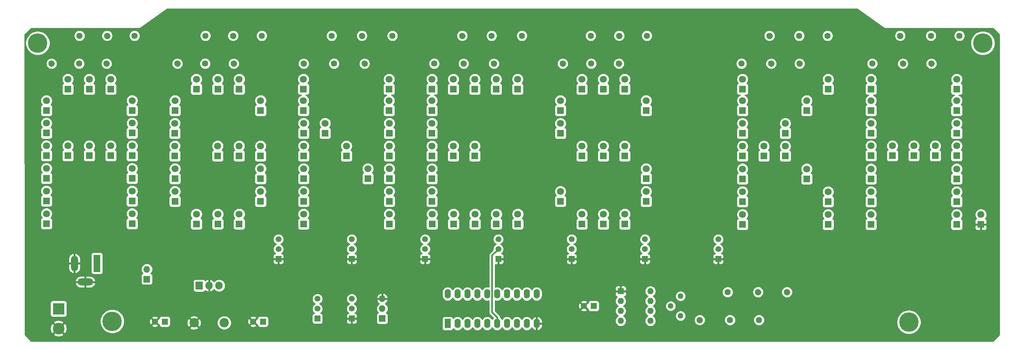
<source format=gbl>
%TF.GenerationSoftware,KiCad,Pcbnew,5.1.4-e60b266~84~ubuntu16.04.1*%
%TF.CreationDate,2019-09-30T10:39:29+07:00*%
%TF.ProjectId,led_agn,6c65645f-6167-46e2-9e6b-696361645f70,1.0*%
%TF.SameCoordinates,Original*%
%TF.FileFunction,Copper,L2,Bot*%
%TF.FilePolarity,Positive*%
%FSLAX46Y46*%
G04 Gerber Fmt 4.6, Leading zero omitted, Abs format (unit mm)*
G04 Created by KiCad (PCBNEW 5.1.4-e60b266~84~ubuntu16.04.1) date 2019-09-30 10:39:29*
%MOMM*%
%LPD*%
G04 APERTURE LIST*
%ADD10C,5.000000*%
%ADD11O,1.700000X1.700000*%
%ADD12R,1.700000X1.700000*%
%ADD13C,1.440000*%
%ADD14O,1.905000X2.000000*%
%ADD15R,1.905000X2.000000*%
%ADD16O,1.600000X2.400000*%
%ADD17R,1.600000X2.400000*%
%ADD18O,1.600000X1.600000*%
%ADD19R,1.600000X1.600000*%
%ADD20C,1.600000*%
%ADD21C,1.600000*%
%ADD22R,1.500000X1.500000*%
%ADD23C,1.500000*%
%ADD24C,3.000000*%
%ADD25R,3.000000X3.000000*%
%ADD26R,1.800000X4.400000*%
%ADD27O,1.800000X4.000000*%
%ADD28O,4.000000X1.800000*%
%ADD29C,1.800000*%
%ADD30R,1.800000X1.800000*%
%ADD31C,2.400000*%
%ADD32C,0.381000*%
%ADD33C,0.254000*%
G04 APERTURE END LIST*
D10*
X250544800Y-100400400D03*
X45974000Y-100203000D03*
X269544800Y-28600400D03*
X26847800Y-28600400D03*
D11*
X54851300Y-86809600D03*
D12*
X54851300Y-89349600D03*
D13*
X191920000Y-98801100D03*
X189380000Y-96261100D03*
X191920000Y-93721100D03*
D14*
X73404400Y-91002900D03*
X70864400Y-91002900D03*
D15*
X68324400Y-91002900D03*
D16*
X132112000Y-93130000D03*
X154972000Y-100750000D03*
X134652000Y-93130000D03*
X152432000Y-100750000D03*
X137192000Y-93130000D03*
X149892000Y-100750000D03*
X139732000Y-93130000D03*
X147352000Y-100750000D03*
X142272000Y-93130000D03*
X144812000Y-100750000D03*
X144812000Y-93130000D03*
X142272000Y-100750000D03*
X147352000Y-93130000D03*
X139732000Y-100750000D03*
X149892000Y-93130000D03*
X137192000Y-100750000D03*
X152432000Y-93130000D03*
X134652000Y-100750000D03*
X154972000Y-93130000D03*
D17*
X132112000Y-100750000D03*
D18*
X184177000Y-92461100D03*
X176557000Y-100081100D03*
X184177000Y-95001100D03*
X176557000Y-97541100D03*
X184177000Y-97541100D03*
X176557000Y-95001100D03*
X184177000Y-100081100D03*
D19*
X176557000Y-92461100D03*
D20*
X256345795Y-33872705D03*
D21*
X256345795Y-33872705D02*
X256345795Y-33872705D01*
D20*
X263530000Y-26688500D03*
X248329205Y-26688495D03*
D21*
X248329205Y-26688495D02*
X248329205Y-26688495D01*
D20*
X241145000Y-33872700D03*
X249030795Y-33872705D03*
D21*
X249030795Y-33872705D02*
X249030795Y-33872705D01*
D20*
X256215000Y-26688500D03*
X222492795Y-33872705D03*
D21*
X222492795Y-33872705D02*
X222492795Y-33872705D01*
D20*
X229677000Y-26688500D03*
X214760205Y-26688495D03*
D21*
X214760205Y-26688495D02*
X214760205Y-26688495D01*
D20*
X207576000Y-33872700D03*
X215202795Y-33872705D03*
D21*
X215202795Y-33872705D02*
X215202795Y-33872705D01*
D20*
X222387000Y-26688500D03*
X176089795Y-33872705D03*
D21*
X176089795Y-33872705D02*
X176089795Y-33872705D01*
D20*
X183274000Y-26688500D03*
X176171205Y-26688495D03*
D21*
X176171205Y-26688495D02*
X176171205Y-26688495D01*
D20*
X168987000Y-33872700D03*
X161663795Y-33872705D03*
D21*
X161663795Y-33872705D02*
X161663795Y-33872705D01*
D20*
X168848000Y-26688500D03*
X143996795Y-33872705D03*
D21*
X143996795Y-33872705D02*
X143996795Y-33872705D01*
D20*
X151181000Y-26688500D03*
X135847205Y-26688495D03*
D21*
X135847205Y-26688495D02*
X135847205Y-26688495D01*
D20*
X128663000Y-33872700D03*
X136216795Y-33872705D03*
D21*
X136216795Y-33872705D02*
X136216795Y-33872705D01*
D20*
X143401000Y-26688500D03*
X110761795Y-33872705D03*
D21*
X110761795Y-33872705D02*
X110761795Y-33872705D01*
D20*
X117946000Y-26688500D03*
X110091205Y-26688495D03*
D21*
X110091205Y-26688495D02*
X110091205Y-26688495D01*
D20*
X102907000Y-33872700D03*
X95145795Y-33872705D03*
D21*
X95145795Y-33872705D02*
X95145795Y-33872705D01*
D20*
X102330000Y-26688500D03*
X77177795Y-33872705D03*
D21*
X77177795Y-33872705D02*
X77177795Y-33872705D01*
D20*
X84362000Y-26688500D03*
X77013105Y-26688495D03*
D21*
X77013105Y-26688495D02*
X77013105Y-26688495D01*
D20*
X69828900Y-33872700D03*
X62719895Y-33872705D03*
D21*
X62719895Y-33872705D02*
X62719895Y-33872705D01*
D20*
X69904100Y-26688500D03*
X44529895Y-33872705D03*
D21*
X44529895Y-33872705D02*
X44529895Y-33872705D01*
D20*
X51714100Y-26688500D03*
X44646005Y-26688495D03*
D21*
X44646005Y-26688495D02*
X44646005Y-26688495D01*
D20*
X37461800Y-33872700D03*
X30393695Y-33872705D03*
D21*
X30393695Y-33872705D02*
X30393695Y-33872705D01*
D20*
X37577900Y-26688500D03*
X211827205Y-92668995D03*
D21*
X211827205Y-92668995D02*
X211827205Y-92668995D01*
D20*
X204643000Y-99853200D03*
X219265205Y-92668995D03*
D21*
X219265205Y-92668995D02*
X219265205Y-92668995D01*
D20*
X212081000Y-99853200D03*
X196845795Y-99853205D03*
D21*
X196845795Y-99853205D02*
X196845795Y-99853205D01*
D20*
X204030000Y-92669000D03*
D22*
X201606000Y-84145900D03*
D23*
X201606000Y-79065900D03*
X201606000Y-81605900D03*
D22*
X182783000Y-84145900D03*
D23*
X182783000Y-79065900D03*
X182783000Y-81605900D03*
D22*
X163961000Y-84145900D03*
D23*
X163961000Y-79065900D03*
X163961000Y-81605900D03*
D22*
X145138000Y-84145900D03*
D23*
X145138000Y-79065900D03*
X145138000Y-81605900D03*
D22*
X126315000Y-84145900D03*
D23*
X126315000Y-79065900D03*
X126315000Y-81605900D03*
D22*
X107493000Y-84145900D03*
D23*
X107493000Y-79065900D03*
X107493000Y-81605900D03*
D22*
X88670200Y-84145900D03*
D23*
X88670200Y-79065900D03*
X88670200Y-81605900D03*
D22*
X107493000Y-99490100D03*
D23*
X107493000Y-94410100D03*
X107493000Y-96950100D03*
D22*
X98677900Y-99490100D03*
D23*
X98677900Y-94410100D03*
X98677900Y-96950100D03*
D11*
X115304000Y-94395100D03*
X115304000Y-96935100D03*
D12*
X115304000Y-99475100D03*
D24*
X32189400Y-102040700D03*
D25*
X32189400Y-96960700D03*
D26*
X42067500Y-85278200D03*
D27*
X36267500Y-85278200D03*
D28*
X39067500Y-90078200D03*
D29*
X262828000Y-72715600D03*
D30*
X262828000Y-75255600D03*
D29*
X262828000Y-66848900D03*
D30*
X262828000Y-69388900D03*
D29*
X262828000Y-60982200D03*
D30*
X262828000Y-63522200D03*
D29*
X262828000Y-55029300D03*
D30*
X262828000Y-57569300D03*
D29*
X262828000Y-49248900D03*
D30*
X262828000Y-51788900D03*
D29*
X240828000Y-72715600D03*
D30*
X240828000Y-75255600D03*
D29*
X240828000Y-66848900D03*
D30*
X240828000Y-69388900D03*
D29*
X240828000Y-60982200D03*
D30*
X240828000Y-63522200D03*
D29*
X240828000Y-55029300D03*
D30*
X240828000Y-57569300D03*
D29*
X240828000Y-49248900D03*
D30*
X240828000Y-51788900D03*
D29*
X240828000Y-43382200D03*
D30*
X240828000Y-45922200D03*
D29*
X246328000Y-55029300D03*
D30*
X246328000Y-57569300D03*
D29*
X251828000Y-55029300D03*
D30*
X251828000Y-57569300D03*
D29*
X257328000Y-55029300D03*
D30*
X257328000Y-57569300D03*
D29*
X262828000Y-43382200D03*
D30*
X262828000Y-45922200D03*
D29*
X262828000Y-37882200D03*
D30*
X262828000Y-40422200D03*
D29*
X240828000Y-37882200D03*
D30*
X240828000Y-40422200D03*
D29*
X229828000Y-72715600D03*
D30*
X229828000Y-75255600D03*
D29*
X229828000Y-66848900D03*
D30*
X229828000Y-69388900D03*
D29*
X224328000Y-60982200D03*
D30*
X224328000Y-63522200D03*
D29*
X218828000Y-55115600D03*
D30*
X218828000Y-57655600D03*
D29*
X229828000Y-37882200D03*
D30*
X229828000Y-40422200D03*
D29*
X207828000Y-72715600D03*
D30*
X207828000Y-75255600D03*
D29*
X207828000Y-66848900D03*
D30*
X207828000Y-69388900D03*
D29*
X207828000Y-60982200D03*
D30*
X207828000Y-63522200D03*
D29*
X207828000Y-55115600D03*
D30*
X207828000Y-57655600D03*
D29*
X207828000Y-49248900D03*
D30*
X207828000Y-51788900D03*
D29*
X213328000Y-55115600D03*
D30*
X213328000Y-57655600D03*
D29*
X218828000Y-49248900D03*
D30*
X218828000Y-51788900D03*
D29*
X224328000Y-43382200D03*
D30*
X224328000Y-45922200D03*
D29*
X207828000Y-43382200D03*
D30*
X207828000Y-45922200D03*
D29*
X207828000Y-37882200D03*
D30*
X207828000Y-40422200D03*
D29*
X183078000Y-66757200D03*
D30*
X183078000Y-69297200D03*
D29*
X183078000Y-60913500D03*
D30*
X183078000Y-63453500D03*
D29*
X177578000Y-55069700D03*
D30*
X177578000Y-57609700D03*
D29*
X183078000Y-43382200D03*
D30*
X183078000Y-45922200D03*
D29*
X177578000Y-37882200D03*
D30*
X177578000Y-40422200D03*
D29*
X177619000Y-72601000D03*
D30*
X177619000Y-75141000D03*
D29*
X172119000Y-72601000D03*
D30*
X172119000Y-75141000D03*
D29*
X166619000Y-72601000D03*
D30*
X166619000Y-75141000D03*
D29*
X172078000Y-55069700D03*
D30*
X172078000Y-57609700D03*
D29*
X172078000Y-37882200D03*
D30*
X172078000Y-40422200D03*
D29*
X161078000Y-66757200D03*
D30*
X161078000Y-69297200D03*
D29*
X166578000Y-55069700D03*
D30*
X166578000Y-57609700D03*
D29*
X161078000Y-49275100D03*
D30*
X161078000Y-51815100D03*
D29*
X161078000Y-43382200D03*
D30*
X161078000Y-45922200D03*
D29*
X166578000Y-37882200D03*
D30*
X166578000Y-40422200D03*
D29*
X150119000Y-72601000D03*
D30*
X150119000Y-75141000D03*
D29*
X144619000Y-72601000D03*
D30*
X144619000Y-75141000D03*
D29*
X139119000Y-72601000D03*
D30*
X139119000Y-75141000D03*
D29*
X139078000Y-55069700D03*
D30*
X139078000Y-57609700D03*
D29*
X144578000Y-37882200D03*
D30*
X144578000Y-40422200D03*
D29*
X150078000Y-37882200D03*
D30*
X150078000Y-40422200D03*
D29*
X128078000Y-66757200D03*
D30*
X128078000Y-69297200D03*
D29*
X128078000Y-60913500D03*
D30*
X128078000Y-63453500D03*
D29*
X128078000Y-55069700D03*
D30*
X128078000Y-57609700D03*
D29*
X128078000Y-49226000D03*
D30*
X128078000Y-51766000D03*
D29*
X128078000Y-43382200D03*
D30*
X128078000Y-45922200D03*
D29*
X128119000Y-72601000D03*
D30*
X128119000Y-75141000D03*
D29*
X133619000Y-72601000D03*
D30*
X133619000Y-75141000D03*
D29*
X133578000Y-55069700D03*
D30*
X133578000Y-57609700D03*
D29*
X139078000Y-37882200D03*
D30*
X139078000Y-40422200D03*
D29*
X133578000Y-37882200D03*
D30*
X133578000Y-40422200D03*
D29*
X128078000Y-37882200D03*
D30*
X128078000Y-40422200D03*
D29*
X117119000Y-66757200D03*
D30*
X117119000Y-69297200D03*
D29*
X117119000Y-60913500D03*
D30*
X117119000Y-63453500D03*
D29*
X117119000Y-55069700D03*
D30*
X117119000Y-57609700D03*
D29*
X117119000Y-49226000D03*
D30*
X117119000Y-51766000D03*
D29*
X117078000Y-43382200D03*
D30*
X117078000Y-45922200D03*
D29*
X117078000Y-37882200D03*
D30*
X117078000Y-40422200D03*
D29*
X117119000Y-72601000D03*
D30*
X117119000Y-75141000D03*
D29*
X111619000Y-60913500D03*
D30*
X111619000Y-63453500D03*
D29*
X106119000Y-55069700D03*
D30*
X106119000Y-57609700D03*
D29*
X100619000Y-49226000D03*
D30*
X100619000Y-51766000D03*
D29*
X95077900Y-37882200D03*
D30*
X95077900Y-40422200D03*
D29*
X95118600Y-72601000D03*
D30*
X95118600Y-75141000D03*
D29*
X95118600Y-66757200D03*
D30*
X95118600Y-69297200D03*
D29*
X95118600Y-60913500D03*
D30*
X95118600Y-63453500D03*
D29*
X95118600Y-55069700D03*
D30*
X95118600Y-57609700D03*
D29*
X95118600Y-49226000D03*
D30*
X95118600Y-51766000D03*
D29*
X95077900Y-43382200D03*
D30*
X95077900Y-45922200D03*
D29*
X78577900Y-72601000D03*
D30*
X78577900Y-75141000D03*
D29*
X84077900Y-66757200D03*
D30*
X84077900Y-69297200D03*
D29*
X84077900Y-60913500D03*
D30*
X84077900Y-63453500D03*
D29*
X84047400Y-55069700D03*
D30*
X84047400Y-57609700D03*
D29*
X78547400Y-55069700D03*
D30*
X78547400Y-57609700D03*
D29*
X84077900Y-43382200D03*
D30*
X84077900Y-45922200D03*
D29*
X73077900Y-72601000D03*
D30*
X73077900Y-75141000D03*
D29*
X73047400Y-55069700D03*
D30*
X73047400Y-57609700D03*
D29*
X67577900Y-37882200D03*
D30*
X67577900Y-40422200D03*
D29*
X73077900Y-37882200D03*
D30*
X73077900Y-40422200D03*
D29*
X78577900Y-37882200D03*
D30*
X78577900Y-40422200D03*
D29*
X67577900Y-72601000D03*
D30*
X67577900Y-75141000D03*
D29*
X62077900Y-66757200D03*
D30*
X62077900Y-69297200D03*
D29*
X62077900Y-60913500D03*
D30*
X62077900Y-63453500D03*
D29*
X62047400Y-55069700D03*
D30*
X62047400Y-57609700D03*
D29*
X62047400Y-49226000D03*
D30*
X62047400Y-51766000D03*
D29*
X62077900Y-43382200D03*
D30*
X62077900Y-45922200D03*
D29*
X51077900Y-72499900D03*
D30*
X51077900Y-75039900D03*
D29*
X51077900Y-66676400D03*
D30*
X51077900Y-69216400D03*
D29*
X51077900Y-60852800D03*
D30*
X51077900Y-63392800D03*
D29*
X51077900Y-55029300D03*
D30*
X51077900Y-57569300D03*
D29*
X51077900Y-49205800D03*
D30*
X51077900Y-51745800D03*
D29*
X51077900Y-43382200D03*
D30*
X51077900Y-45922200D03*
D29*
X45577900Y-55029300D03*
D30*
X45577900Y-57569300D03*
D29*
X40077900Y-55029300D03*
D30*
X40077900Y-57569300D03*
D29*
X34577900Y-55029300D03*
D30*
X34577900Y-57569300D03*
D29*
X45577900Y-37882200D03*
D30*
X45577900Y-40422200D03*
D29*
X40077900Y-37882200D03*
D30*
X40077900Y-40422200D03*
D29*
X34577900Y-37882200D03*
D30*
X34577900Y-40422200D03*
D29*
X29077900Y-72499900D03*
D30*
X29077900Y-75039900D03*
D29*
X29077900Y-66676400D03*
D30*
X29077900Y-69216400D03*
D29*
X29077900Y-60852800D03*
D30*
X29077900Y-63392800D03*
D29*
X29077900Y-55029300D03*
D30*
X29077900Y-57569300D03*
D29*
X29077900Y-49205800D03*
D30*
X29077900Y-51745800D03*
D29*
X29077900Y-43382200D03*
D30*
X29077900Y-45922200D03*
D29*
X269056000Y-72715600D03*
D30*
X269056000Y-75255600D03*
D31*
X66989400Y-100575000D03*
X74739400Y-100575000D03*
D20*
X167108000Y-96261100D03*
D19*
X169608000Y-96261100D03*
D20*
X82187600Y-100275000D03*
D19*
X84687600Y-100275000D03*
D20*
X56951500Y-100275000D03*
D19*
X59451500Y-100275000D03*
D32*
X144812000Y-99169000D02*
X144812000Y-100750000D01*
X143516510Y-97873510D02*
X144812000Y-99169000D01*
X143516510Y-83227390D02*
X143516510Y-97873510D01*
X145138000Y-81605900D02*
X143516510Y-83227390D01*
D33*
G36*
X237250945Y-19779506D02*
G01*
X244084143Y-24639038D01*
X244117993Y-24666819D01*
X244168673Y-24693908D01*
X244218582Y-24722484D01*
X244228124Y-24725685D01*
X244236994Y-24730426D01*
X244291984Y-24747107D01*
X244346510Y-24765398D01*
X244356494Y-24766676D01*
X244366117Y-24769595D01*
X244423294Y-24775227D01*
X244480351Y-24782530D01*
X244524060Y-24779507D01*
X272187152Y-24779517D01*
X273789958Y-26382262D01*
X273794879Y-103699320D01*
X272186624Y-105311741D01*
X25151598Y-105311659D01*
X23550062Y-103700027D01*
X23550052Y-103532353D01*
X30877352Y-103532353D01*
X31033362Y-103847914D01*
X31408145Y-104038720D01*
X31812951Y-104152744D01*
X32232224Y-104185602D01*
X32649851Y-104136034D01*
X33049783Y-104005943D01*
X33345438Y-103847914D01*
X33501448Y-103532353D01*
X32189400Y-102220305D01*
X30877352Y-103532353D01*
X23550052Y-103532353D01*
X23549960Y-102083524D01*
X30044498Y-102083524D01*
X30094066Y-102501151D01*
X30224157Y-102901083D01*
X30382186Y-103196738D01*
X30697747Y-103352748D01*
X32009795Y-102040700D01*
X32369005Y-102040700D01*
X33681053Y-103352748D01*
X33996614Y-103196738D01*
X34187420Y-102821955D01*
X34301444Y-102417149D01*
X34334302Y-101997876D01*
X34284734Y-101580249D01*
X34154643Y-101180317D01*
X33996614Y-100884662D01*
X33681053Y-100728652D01*
X32369005Y-102040700D01*
X32009795Y-102040700D01*
X30697747Y-100728652D01*
X30382186Y-100884662D01*
X30191380Y-101259445D01*
X30077356Y-101664251D01*
X30044498Y-102083524D01*
X23549960Y-102083524D01*
X23549863Y-100549047D01*
X30877352Y-100549047D01*
X32189400Y-101861095D01*
X33501448Y-100549047D01*
X33345438Y-100233486D01*
X32970655Y-100042680D01*
X32565849Y-99928656D01*
X32146576Y-99895798D01*
X31728949Y-99945366D01*
X31329017Y-100075457D01*
X31033362Y-100233486D01*
X30877352Y-100549047D01*
X23549863Y-100549047D01*
X23549822Y-99894229D01*
X42839000Y-99894229D01*
X42839000Y-100511771D01*
X42959476Y-101117446D01*
X43195799Y-101687979D01*
X43538886Y-102201446D01*
X43975554Y-102638114D01*
X44489021Y-102981201D01*
X45059554Y-103217524D01*
X45665229Y-103338000D01*
X46282771Y-103338000D01*
X46888446Y-103217524D01*
X47458979Y-102981201D01*
X47972446Y-102638114D01*
X48409114Y-102201446D01*
X48641951Y-101852980D01*
X65891026Y-101852980D01*
X66010914Y-102137836D01*
X66334610Y-102298699D01*
X66683469Y-102393322D01*
X67044084Y-102418067D01*
X67402598Y-102371985D01*
X67745233Y-102256846D01*
X67967886Y-102137836D01*
X68087774Y-101852980D01*
X66989400Y-100754605D01*
X65891026Y-101852980D01*
X48641951Y-101852980D01*
X48752201Y-101687979D01*
X48926285Y-101267702D01*
X56138403Y-101267702D01*
X56209986Y-101511671D01*
X56465496Y-101632571D01*
X56739684Y-101701300D01*
X57022012Y-101715217D01*
X57301630Y-101673787D01*
X57567792Y-101578603D01*
X57693014Y-101511671D01*
X57764597Y-101267702D01*
X56951500Y-100454605D01*
X56138403Y-101267702D01*
X48926285Y-101267702D01*
X48988524Y-101117446D01*
X49109000Y-100511771D01*
X49109000Y-100345512D01*
X55511283Y-100345512D01*
X55552713Y-100625130D01*
X55647897Y-100891292D01*
X55714829Y-101016514D01*
X55958798Y-101088097D01*
X56771895Y-100275000D01*
X57131105Y-100275000D01*
X57944202Y-101088097D01*
X58013428Y-101067785D01*
X58013428Y-101075000D01*
X58025688Y-101199482D01*
X58061998Y-101319180D01*
X58120963Y-101429494D01*
X58200315Y-101526185D01*
X58297006Y-101605537D01*
X58407320Y-101664502D01*
X58527018Y-101700812D01*
X58651500Y-101713072D01*
X60251500Y-101713072D01*
X60375982Y-101700812D01*
X60495680Y-101664502D01*
X60605994Y-101605537D01*
X60702685Y-101526185D01*
X60782037Y-101429494D01*
X60841002Y-101319180D01*
X60877312Y-101199482D01*
X60889572Y-101075000D01*
X60889572Y-100629684D01*
X65146333Y-100629684D01*
X65192415Y-100988198D01*
X65307554Y-101330833D01*
X65426564Y-101553486D01*
X65711420Y-101673374D01*
X66809795Y-100575000D01*
X67169005Y-100575000D01*
X68267380Y-101673374D01*
X68552236Y-101553486D01*
X68713099Y-101229790D01*
X68807722Y-100880931D01*
X68832467Y-100520316D01*
X68816266Y-100394268D01*
X72904400Y-100394268D01*
X72904400Y-100755732D01*
X72974918Y-101110250D01*
X73113244Y-101444199D01*
X73314062Y-101744744D01*
X73569656Y-102000338D01*
X73870201Y-102201156D01*
X74204150Y-102339482D01*
X74558668Y-102410000D01*
X74920132Y-102410000D01*
X75274650Y-102339482D01*
X75608599Y-102201156D01*
X75909144Y-102000338D01*
X76164738Y-101744744D01*
X76365556Y-101444199D01*
X76438663Y-101267702D01*
X81374503Y-101267702D01*
X81446086Y-101511671D01*
X81701596Y-101632571D01*
X81975784Y-101701300D01*
X82258112Y-101715217D01*
X82537730Y-101673787D01*
X82803892Y-101578603D01*
X82929114Y-101511671D01*
X83000697Y-101267702D01*
X82187600Y-100454605D01*
X81374503Y-101267702D01*
X76438663Y-101267702D01*
X76503882Y-101110250D01*
X76574400Y-100755732D01*
X76574400Y-100394268D01*
X76564702Y-100345512D01*
X80747383Y-100345512D01*
X80788813Y-100625130D01*
X80883997Y-100891292D01*
X80950929Y-101016514D01*
X81194898Y-101088097D01*
X82007995Y-100275000D01*
X82367205Y-100275000D01*
X83180302Y-101088097D01*
X83249528Y-101067785D01*
X83249528Y-101075000D01*
X83261788Y-101199482D01*
X83298098Y-101319180D01*
X83357063Y-101429494D01*
X83436415Y-101526185D01*
X83533106Y-101605537D01*
X83643420Y-101664502D01*
X83763118Y-101700812D01*
X83887600Y-101713072D01*
X85487600Y-101713072D01*
X85612082Y-101700812D01*
X85731780Y-101664502D01*
X85842094Y-101605537D01*
X85938785Y-101526185D01*
X86018137Y-101429494D01*
X86077102Y-101319180D01*
X86113412Y-101199482D01*
X86125672Y-101075000D01*
X86125672Y-99475000D01*
X86113412Y-99350518D01*
X86077102Y-99230820D01*
X86018137Y-99120506D01*
X85938785Y-99023815D01*
X85842094Y-98944463D01*
X85731780Y-98885498D01*
X85612082Y-98849188D01*
X85487600Y-98836928D01*
X83887600Y-98836928D01*
X83763118Y-98849188D01*
X83643420Y-98885498D01*
X83533106Y-98944463D01*
X83436415Y-99023815D01*
X83357063Y-99120506D01*
X83298098Y-99230820D01*
X83261788Y-99350518D01*
X83249528Y-99475000D01*
X83249528Y-99482215D01*
X83180302Y-99461903D01*
X82367205Y-100275000D01*
X82007995Y-100275000D01*
X81194898Y-99461903D01*
X80950929Y-99533486D01*
X80830029Y-99788996D01*
X80761300Y-100063184D01*
X80747383Y-100345512D01*
X76564702Y-100345512D01*
X76503882Y-100039750D01*
X76365556Y-99705801D01*
X76164738Y-99405256D01*
X76041780Y-99282298D01*
X81374503Y-99282298D01*
X82187600Y-100095395D01*
X83000697Y-99282298D01*
X82929114Y-99038329D01*
X82673604Y-98917429D01*
X82399416Y-98848700D01*
X82117088Y-98834783D01*
X81837470Y-98876213D01*
X81571308Y-98971397D01*
X81446086Y-99038329D01*
X81374503Y-99282298D01*
X76041780Y-99282298D01*
X75909144Y-99149662D01*
X75608599Y-98948844D01*
X75274650Y-98810518D01*
X74920635Y-98740100D01*
X97289828Y-98740100D01*
X97289828Y-100240100D01*
X97302088Y-100364582D01*
X97338398Y-100484280D01*
X97397363Y-100594594D01*
X97476715Y-100691285D01*
X97573406Y-100770637D01*
X97683720Y-100829602D01*
X97803418Y-100865912D01*
X97927900Y-100878172D01*
X99427900Y-100878172D01*
X99552382Y-100865912D01*
X99672080Y-100829602D01*
X99782394Y-100770637D01*
X99879085Y-100691285D01*
X99958437Y-100594594D01*
X100017402Y-100484280D01*
X100053712Y-100364582D01*
X100065972Y-100240100D01*
X106104928Y-100240100D01*
X106117188Y-100364582D01*
X106153498Y-100484280D01*
X106212463Y-100594594D01*
X106291815Y-100691285D01*
X106388506Y-100770637D01*
X106498820Y-100829602D01*
X106618518Y-100865912D01*
X106743000Y-100878172D01*
X107207250Y-100875100D01*
X107366000Y-100716350D01*
X107366000Y-99617100D01*
X107620000Y-99617100D01*
X107620000Y-100716350D01*
X107778750Y-100875100D01*
X108243000Y-100878172D01*
X108367482Y-100865912D01*
X108487180Y-100829602D01*
X108597494Y-100770637D01*
X108694185Y-100691285D01*
X108773537Y-100594594D01*
X108832502Y-100484280D01*
X108868812Y-100364582D01*
X108881072Y-100240100D01*
X108878000Y-99775850D01*
X108719250Y-99617100D01*
X107620000Y-99617100D01*
X107366000Y-99617100D01*
X106266750Y-99617100D01*
X106108000Y-99775850D01*
X106104928Y-100240100D01*
X100065972Y-100240100D01*
X100065972Y-98740100D01*
X106104928Y-98740100D01*
X106108000Y-99204350D01*
X106266750Y-99363100D01*
X107366000Y-99363100D01*
X107366000Y-99343100D01*
X107620000Y-99343100D01*
X107620000Y-99363100D01*
X108719250Y-99363100D01*
X108878000Y-99204350D01*
X108881072Y-98740100D01*
X108868812Y-98615618D01*
X108832502Y-98495920D01*
X108773537Y-98385606D01*
X108694185Y-98288915D01*
X108597494Y-98209563D01*
X108487180Y-98150598D01*
X108367482Y-98114288D01*
X108259517Y-98103655D01*
X108375886Y-98025899D01*
X108568799Y-97832986D01*
X108720371Y-97606143D01*
X108824775Y-97354089D01*
X108878000Y-97086511D01*
X108878000Y-96935100D01*
X113811815Y-96935100D01*
X113840487Y-97226211D01*
X113925401Y-97506134D01*
X114063294Y-97764114D01*
X114248866Y-97990234D01*
X114278687Y-98014707D01*
X114209820Y-98035598D01*
X114099506Y-98094563D01*
X114002815Y-98173915D01*
X113923463Y-98270606D01*
X113864498Y-98380920D01*
X113828188Y-98500618D01*
X113815928Y-98625100D01*
X113815928Y-100325100D01*
X113828188Y-100449582D01*
X113864498Y-100569280D01*
X113923463Y-100679594D01*
X114002815Y-100776285D01*
X114099506Y-100855637D01*
X114209820Y-100914602D01*
X114329518Y-100950912D01*
X114454000Y-100963172D01*
X116154000Y-100963172D01*
X116278482Y-100950912D01*
X116398180Y-100914602D01*
X116508494Y-100855637D01*
X116605185Y-100776285D01*
X116684537Y-100679594D01*
X116743502Y-100569280D01*
X116779812Y-100449582D01*
X116792072Y-100325100D01*
X116792072Y-99550000D01*
X130673928Y-99550000D01*
X130673928Y-101950000D01*
X130686188Y-102074482D01*
X130722498Y-102194180D01*
X130781463Y-102304494D01*
X130860815Y-102401185D01*
X130957506Y-102480537D01*
X131067820Y-102539502D01*
X131187518Y-102575812D01*
X131312000Y-102588072D01*
X132912000Y-102588072D01*
X133036482Y-102575812D01*
X133156180Y-102539502D01*
X133266494Y-102480537D01*
X133363185Y-102401185D01*
X133442537Y-102304494D01*
X133501502Y-102194180D01*
X133537812Y-102074482D01*
X133539581Y-102056517D01*
X133632393Y-102169608D01*
X133850900Y-102348932D01*
X134100193Y-102482182D01*
X134370692Y-102564236D01*
X134652000Y-102591943D01*
X134933309Y-102564236D01*
X135203808Y-102482182D01*
X135453101Y-102348932D01*
X135671608Y-102169608D01*
X135850932Y-101951101D01*
X135922000Y-101818142D01*
X135993068Y-101951101D01*
X136172393Y-102169608D01*
X136390900Y-102348932D01*
X136640193Y-102482182D01*
X136910692Y-102564236D01*
X137192000Y-102591943D01*
X137473309Y-102564236D01*
X137743808Y-102482182D01*
X137993101Y-102348932D01*
X138211608Y-102169608D01*
X138390932Y-101951101D01*
X138462000Y-101818142D01*
X138533068Y-101951101D01*
X138712393Y-102169608D01*
X138930900Y-102348932D01*
X139180193Y-102482182D01*
X139450692Y-102564236D01*
X139732000Y-102591943D01*
X140013309Y-102564236D01*
X140283808Y-102482182D01*
X140533101Y-102348932D01*
X140751608Y-102169608D01*
X140930932Y-101951101D01*
X141002000Y-101818142D01*
X141073068Y-101951101D01*
X141252393Y-102169608D01*
X141470900Y-102348932D01*
X141720193Y-102482182D01*
X141990692Y-102564236D01*
X142272000Y-102591943D01*
X142553309Y-102564236D01*
X142823808Y-102482182D01*
X143073101Y-102348932D01*
X143291608Y-102169608D01*
X143470932Y-101951101D01*
X143542000Y-101818142D01*
X143613068Y-101951101D01*
X143792393Y-102169608D01*
X144010900Y-102348932D01*
X144260193Y-102482182D01*
X144530692Y-102564236D01*
X144812000Y-102591943D01*
X145093309Y-102564236D01*
X145363808Y-102482182D01*
X145613101Y-102348932D01*
X145831608Y-102169608D01*
X146010932Y-101951101D01*
X146082000Y-101818142D01*
X146153068Y-101951101D01*
X146332393Y-102169608D01*
X146550900Y-102348932D01*
X146800193Y-102482182D01*
X147070692Y-102564236D01*
X147352000Y-102591943D01*
X147633309Y-102564236D01*
X147903808Y-102482182D01*
X148153101Y-102348932D01*
X148371608Y-102169608D01*
X148550932Y-101951101D01*
X148622000Y-101818142D01*
X148693068Y-101951101D01*
X148872393Y-102169608D01*
X149090900Y-102348932D01*
X149340193Y-102482182D01*
X149610692Y-102564236D01*
X149892000Y-102591943D01*
X150173309Y-102564236D01*
X150443808Y-102482182D01*
X150693101Y-102348932D01*
X150911608Y-102169608D01*
X151090932Y-101951101D01*
X151162000Y-101818142D01*
X151233068Y-101951101D01*
X151412393Y-102169608D01*
X151630900Y-102348932D01*
X151880193Y-102482182D01*
X152150692Y-102564236D01*
X152432000Y-102591943D01*
X152713309Y-102564236D01*
X152983808Y-102482182D01*
X153233101Y-102348932D01*
X153451608Y-102169608D01*
X153630932Y-101951101D01*
X153699265Y-101823259D01*
X153849399Y-102052839D01*
X154047105Y-102254500D01*
X154280354Y-102413715D01*
X154540182Y-102524367D01*
X154622961Y-102541904D01*
X154845000Y-102419915D01*
X154845000Y-100877000D01*
X155099000Y-100877000D01*
X155099000Y-102419915D01*
X155321039Y-102541904D01*
X155403818Y-102524367D01*
X155663646Y-102413715D01*
X155896895Y-102254500D01*
X156094601Y-102052839D01*
X156249166Y-101816483D01*
X156354650Y-101554514D01*
X156407000Y-101277000D01*
X156407000Y-100877000D01*
X155099000Y-100877000D01*
X154845000Y-100877000D01*
X154825000Y-100877000D01*
X154825000Y-100623000D01*
X154845000Y-100623000D01*
X154845000Y-99080085D01*
X155099000Y-99080085D01*
X155099000Y-100623000D01*
X156407000Y-100623000D01*
X156407000Y-100223000D01*
X156354650Y-99945486D01*
X156249166Y-99683517D01*
X156094601Y-99447161D01*
X155896895Y-99245500D01*
X155663646Y-99086285D01*
X155403818Y-98975633D01*
X155321039Y-98958096D01*
X155099000Y-99080085D01*
X154845000Y-99080085D01*
X154622961Y-98958096D01*
X154540182Y-98975633D01*
X154280354Y-99086285D01*
X154047105Y-99245500D01*
X153849399Y-99447161D01*
X153699265Y-99676741D01*
X153630932Y-99548899D01*
X153451607Y-99330392D01*
X153233100Y-99151068D01*
X152983807Y-99017818D01*
X152713308Y-98935764D01*
X152432000Y-98908057D01*
X152150691Y-98935764D01*
X151880192Y-99017818D01*
X151630899Y-99151068D01*
X151412392Y-99330393D01*
X151233068Y-99548900D01*
X151162000Y-99681858D01*
X151090932Y-99548899D01*
X150911607Y-99330392D01*
X150693100Y-99151068D01*
X150443807Y-99017818D01*
X150173308Y-98935764D01*
X149892000Y-98908057D01*
X149610691Y-98935764D01*
X149340192Y-99017818D01*
X149090899Y-99151068D01*
X148872392Y-99330393D01*
X148693068Y-99548900D01*
X148622000Y-99681858D01*
X148550932Y-99548899D01*
X148371607Y-99330392D01*
X148153100Y-99151068D01*
X147903807Y-99017818D01*
X147633308Y-98935764D01*
X147352000Y-98908057D01*
X147070691Y-98935764D01*
X146800192Y-99017818D01*
X146550899Y-99151068D01*
X146332392Y-99330393D01*
X146153068Y-99548900D01*
X146082000Y-99681858D01*
X146010932Y-99548899D01*
X145831607Y-99330392D01*
X145641005Y-99173969D01*
X145641494Y-99169000D01*
X145636718Y-99120506D01*
X145625556Y-99007174D01*
X145578353Y-98851566D01*
X145518773Y-98740100D01*
X145501699Y-98708157D01*
X145424392Y-98613958D01*
X145424389Y-98613955D01*
X145398541Y-98582459D01*
X145367046Y-98556612D01*
X144342010Y-97531578D01*
X144342010Y-97253802D01*
X166294903Y-97253802D01*
X166366486Y-97497771D01*
X166621996Y-97618671D01*
X166896184Y-97687400D01*
X167178512Y-97701317D01*
X167458130Y-97659887D01*
X167724292Y-97564703D01*
X167849514Y-97497771D01*
X167921097Y-97253802D01*
X167108000Y-96440705D01*
X166294903Y-97253802D01*
X144342010Y-97253802D01*
X144342010Y-96331612D01*
X165667783Y-96331612D01*
X165709213Y-96611230D01*
X165804397Y-96877392D01*
X165871329Y-97002614D01*
X166115298Y-97074197D01*
X166928395Y-96261100D01*
X167287605Y-96261100D01*
X168100702Y-97074197D01*
X168169928Y-97053885D01*
X168169928Y-97061100D01*
X168182188Y-97185582D01*
X168218498Y-97305280D01*
X168277463Y-97415594D01*
X168356815Y-97512285D01*
X168453506Y-97591637D01*
X168563820Y-97650602D01*
X168683518Y-97686912D01*
X168808000Y-97699172D01*
X170408000Y-97699172D01*
X170532482Y-97686912D01*
X170652180Y-97650602D01*
X170762494Y-97591637D01*
X170859185Y-97512285D01*
X170938537Y-97415594D01*
X170997502Y-97305280D01*
X171033812Y-97185582D01*
X171046072Y-97061100D01*
X171046072Y-95461100D01*
X171033812Y-95336618D01*
X170997502Y-95216920D01*
X170938537Y-95106606D01*
X170859185Y-95009915D01*
X170848444Y-95001100D01*
X175115057Y-95001100D01*
X175142764Y-95282409D01*
X175224818Y-95552908D01*
X175358068Y-95802201D01*
X175537392Y-96020708D01*
X175755899Y-96200032D01*
X175888858Y-96271100D01*
X175755899Y-96342168D01*
X175537392Y-96521492D01*
X175358068Y-96739999D01*
X175224818Y-96989292D01*
X175142764Y-97259791D01*
X175115057Y-97541100D01*
X175142764Y-97822409D01*
X175224818Y-98092908D01*
X175358068Y-98342201D01*
X175537392Y-98560708D01*
X175755899Y-98740032D01*
X175888858Y-98811100D01*
X175755899Y-98882168D01*
X175537392Y-99061492D01*
X175358068Y-99279999D01*
X175224818Y-99529292D01*
X175142764Y-99799791D01*
X175115057Y-100081100D01*
X175142764Y-100362409D01*
X175224818Y-100632908D01*
X175358068Y-100882201D01*
X175537392Y-101100708D01*
X175755899Y-101280032D01*
X176005192Y-101413282D01*
X176275691Y-101495336D01*
X176486508Y-101516100D01*
X176627492Y-101516100D01*
X176838309Y-101495336D01*
X177108808Y-101413282D01*
X177358101Y-101280032D01*
X177576608Y-101100708D01*
X177755932Y-100882201D01*
X177889182Y-100632908D01*
X177971236Y-100362409D01*
X177998943Y-100081100D01*
X177971236Y-99799791D01*
X177889182Y-99529292D01*
X177755932Y-99279999D01*
X177576608Y-99061492D01*
X177358101Y-98882168D01*
X177225142Y-98811100D01*
X177358101Y-98740032D01*
X177576608Y-98560708D01*
X177755932Y-98342201D01*
X177889182Y-98092908D01*
X177971236Y-97822409D01*
X177998943Y-97541100D01*
X177971236Y-97259791D01*
X177889182Y-96989292D01*
X177755932Y-96739999D01*
X177576608Y-96521492D01*
X177358101Y-96342168D01*
X177225142Y-96271100D01*
X177358101Y-96200032D01*
X177576608Y-96020708D01*
X177755932Y-95802201D01*
X177889182Y-95552908D01*
X177971236Y-95282409D01*
X177998943Y-95001100D01*
X177971236Y-94719791D01*
X177889182Y-94449292D01*
X177755932Y-94199999D01*
X177576608Y-93981492D01*
X177463518Y-93888681D01*
X177481482Y-93886912D01*
X177601180Y-93850602D01*
X177711494Y-93791637D01*
X177808185Y-93712285D01*
X177887537Y-93615594D01*
X177946502Y-93505280D01*
X177982812Y-93385582D01*
X177995072Y-93261100D01*
X177992000Y-92746850D01*
X177833250Y-92588100D01*
X176684000Y-92588100D01*
X176684000Y-92608100D01*
X176430000Y-92608100D01*
X176430000Y-92588100D01*
X175280750Y-92588100D01*
X175122000Y-92746850D01*
X175118928Y-93261100D01*
X175131188Y-93385582D01*
X175167498Y-93505280D01*
X175226463Y-93615594D01*
X175305815Y-93712285D01*
X175402506Y-93791637D01*
X175512820Y-93850602D01*
X175632518Y-93886912D01*
X175650482Y-93888681D01*
X175537392Y-93981492D01*
X175358068Y-94199999D01*
X175224818Y-94449292D01*
X175142764Y-94719791D01*
X175115057Y-95001100D01*
X170848444Y-95001100D01*
X170762494Y-94930563D01*
X170652180Y-94871598D01*
X170532482Y-94835288D01*
X170408000Y-94823028D01*
X168808000Y-94823028D01*
X168683518Y-94835288D01*
X168563820Y-94871598D01*
X168453506Y-94930563D01*
X168356815Y-95009915D01*
X168277463Y-95106606D01*
X168218498Y-95216920D01*
X168182188Y-95336618D01*
X168169928Y-95461100D01*
X168169928Y-95468315D01*
X168100702Y-95448003D01*
X167287605Y-96261100D01*
X166928395Y-96261100D01*
X166115298Y-95448003D01*
X165871329Y-95519586D01*
X165750429Y-95775096D01*
X165681700Y-96049284D01*
X165667783Y-96331612D01*
X144342010Y-96331612D01*
X144342010Y-95268398D01*
X166294903Y-95268398D01*
X167108000Y-96081495D01*
X167921097Y-95268398D01*
X167849514Y-95024429D01*
X167594004Y-94903529D01*
X167319816Y-94834800D01*
X167037488Y-94820883D01*
X166757870Y-94862313D01*
X166491708Y-94957497D01*
X166366486Y-95024429D01*
X166294903Y-95268398D01*
X144342010Y-95268398D01*
X144342010Y-94887001D01*
X144530692Y-94944236D01*
X144812000Y-94971943D01*
X145093309Y-94944236D01*
X145363808Y-94862182D01*
X145613101Y-94728932D01*
X145831608Y-94549608D01*
X146010932Y-94331101D01*
X146082000Y-94198142D01*
X146153068Y-94331101D01*
X146332393Y-94549608D01*
X146550900Y-94728932D01*
X146800193Y-94862182D01*
X147070692Y-94944236D01*
X147352000Y-94971943D01*
X147633309Y-94944236D01*
X147903808Y-94862182D01*
X148153101Y-94728932D01*
X148371608Y-94549608D01*
X148550932Y-94331101D01*
X148622000Y-94198142D01*
X148693068Y-94331101D01*
X148872393Y-94549608D01*
X149090900Y-94728932D01*
X149340193Y-94862182D01*
X149610692Y-94944236D01*
X149892000Y-94971943D01*
X150173309Y-94944236D01*
X150443808Y-94862182D01*
X150693101Y-94728932D01*
X150911608Y-94549608D01*
X151090932Y-94331101D01*
X151162000Y-94198142D01*
X151233068Y-94331101D01*
X151412393Y-94549608D01*
X151630900Y-94728932D01*
X151880193Y-94862182D01*
X152150692Y-94944236D01*
X152432000Y-94971943D01*
X152713309Y-94944236D01*
X152983808Y-94862182D01*
X153233101Y-94728932D01*
X153451608Y-94549608D01*
X153630932Y-94331101D01*
X153702000Y-94198142D01*
X153773068Y-94331101D01*
X153952393Y-94549608D01*
X154170900Y-94728932D01*
X154420193Y-94862182D01*
X154690692Y-94944236D01*
X154972000Y-94971943D01*
X155253309Y-94944236D01*
X155523808Y-94862182D01*
X155773101Y-94728932D01*
X155991608Y-94549608D01*
X156170932Y-94331101D01*
X156304182Y-94081808D01*
X156386236Y-93811309D01*
X156407000Y-93600491D01*
X156407000Y-92659508D01*
X156387459Y-92461100D01*
X182735057Y-92461100D01*
X182762764Y-92742409D01*
X182844818Y-93012908D01*
X182978068Y-93262201D01*
X183157392Y-93480708D01*
X183375899Y-93660032D01*
X183508858Y-93731100D01*
X183375899Y-93802168D01*
X183157392Y-93981492D01*
X182978068Y-94199999D01*
X182844818Y-94449292D01*
X182762764Y-94719791D01*
X182735057Y-95001100D01*
X182762764Y-95282409D01*
X182844818Y-95552908D01*
X182978068Y-95802201D01*
X183157392Y-96020708D01*
X183375899Y-96200032D01*
X183508858Y-96271100D01*
X183375899Y-96342168D01*
X183157392Y-96521492D01*
X182978068Y-96739999D01*
X182844818Y-96989292D01*
X182762764Y-97259791D01*
X182735057Y-97541100D01*
X182762764Y-97822409D01*
X182844818Y-98092908D01*
X182978068Y-98342201D01*
X183157392Y-98560708D01*
X183375899Y-98740032D01*
X183508858Y-98811100D01*
X183375899Y-98882168D01*
X183157392Y-99061492D01*
X182978068Y-99279999D01*
X182844818Y-99529292D01*
X182762764Y-99799791D01*
X182735057Y-100081100D01*
X182762764Y-100362409D01*
X182844818Y-100632908D01*
X182978068Y-100882201D01*
X183157392Y-101100708D01*
X183375899Y-101280032D01*
X183625192Y-101413282D01*
X183895691Y-101495336D01*
X184106508Y-101516100D01*
X184247492Y-101516100D01*
X184458309Y-101495336D01*
X184728808Y-101413282D01*
X184978101Y-101280032D01*
X185196608Y-101100708D01*
X185375932Y-100882201D01*
X185509182Y-100632908D01*
X185591236Y-100362409D01*
X185618943Y-100081100D01*
X185591236Y-99799791D01*
X185509182Y-99529292D01*
X185375932Y-99279999D01*
X185196608Y-99061492D01*
X184978101Y-98882168D01*
X184845142Y-98811100D01*
X184978101Y-98740032D01*
X185066306Y-98667644D01*
X190565000Y-98667644D01*
X190565000Y-98934556D01*
X190617072Y-99196339D01*
X190719215Y-99442933D01*
X190867503Y-99664862D01*
X191056238Y-99853597D01*
X191278167Y-100001885D01*
X191524761Y-100104028D01*
X191786544Y-100156100D01*
X192053456Y-100156100D01*
X192315239Y-100104028D01*
X192561833Y-100001885D01*
X192783762Y-99853597D01*
X192784154Y-99853205D01*
X195403852Y-99853205D01*
X195431559Y-100134514D01*
X195513613Y-100405013D01*
X195646863Y-100654306D01*
X195826187Y-100872813D01*
X196044694Y-101052137D01*
X196293987Y-101185387D01*
X196564486Y-101267441D01*
X196775303Y-101288205D01*
X196916287Y-101288205D01*
X197127104Y-101267441D01*
X197397603Y-101185387D01*
X197646896Y-101052137D01*
X197865403Y-100872813D01*
X198044727Y-100654306D01*
X198177977Y-100405013D01*
X198260031Y-100134514D01*
X198287738Y-99853205D01*
X198273817Y-99711865D01*
X203208000Y-99711865D01*
X203208000Y-99994535D01*
X203263147Y-100271774D01*
X203371320Y-100532927D01*
X203528363Y-100767959D01*
X203728241Y-100967837D01*
X203963273Y-101124880D01*
X204224426Y-101233053D01*
X204501665Y-101288200D01*
X204784335Y-101288200D01*
X205061574Y-101233053D01*
X205322727Y-101124880D01*
X205557759Y-100967837D01*
X205757637Y-100767959D01*
X205914680Y-100532927D01*
X206022853Y-100271774D01*
X206078000Y-99994535D01*
X206078000Y-99711865D01*
X210646000Y-99711865D01*
X210646000Y-99994535D01*
X210701147Y-100271774D01*
X210809320Y-100532927D01*
X210966363Y-100767959D01*
X211166241Y-100967837D01*
X211401273Y-101124880D01*
X211662426Y-101233053D01*
X211939665Y-101288200D01*
X212222335Y-101288200D01*
X212499574Y-101233053D01*
X212760727Y-101124880D01*
X212995759Y-100967837D01*
X213195637Y-100767959D01*
X213352680Y-100532927D01*
X213460853Y-100271774D01*
X213496686Y-100091629D01*
X247409800Y-100091629D01*
X247409800Y-100709171D01*
X247530276Y-101314846D01*
X247766599Y-101885379D01*
X248109686Y-102398846D01*
X248546354Y-102835514D01*
X249059821Y-103178601D01*
X249630354Y-103414924D01*
X250236029Y-103535400D01*
X250853571Y-103535400D01*
X251459246Y-103414924D01*
X252029779Y-103178601D01*
X252543246Y-102835514D01*
X252979914Y-102398846D01*
X253323001Y-101885379D01*
X253559324Y-101314846D01*
X253679800Y-100709171D01*
X253679800Y-100091629D01*
X253559324Y-99485954D01*
X253323001Y-98915421D01*
X252979914Y-98401954D01*
X252543246Y-97965286D01*
X252029779Y-97622199D01*
X251459246Y-97385876D01*
X250853571Y-97265400D01*
X250236029Y-97265400D01*
X249630354Y-97385876D01*
X249059821Y-97622199D01*
X248546354Y-97965286D01*
X248109686Y-98401954D01*
X247766599Y-98915421D01*
X247530276Y-99485954D01*
X247409800Y-100091629D01*
X213496686Y-100091629D01*
X213516000Y-99994535D01*
X213516000Y-99711865D01*
X213460853Y-99434626D01*
X213352680Y-99173473D01*
X213195637Y-98938441D01*
X212995759Y-98738563D01*
X212760727Y-98581520D01*
X212499574Y-98473347D01*
X212222335Y-98418200D01*
X211939665Y-98418200D01*
X211662426Y-98473347D01*
X211401273Y-98581520D01*
X211166241Y-98738563D01*
X210966363Y-98938441D01*
X210809320Y-99173473D01*
X210701147Y-99434626D01*
X210646000Y-99711865D01*
X206078000Y-99711865D01*
X206022853Y-99434626D01*
X205914680Y-99173473D01*
X205757637Y-98938441D01*
X205557759Y-98738563D01*
X205322727Y-98581520D01*
X205061574Y-98473347D01*
X204784335Y-98418200D01*
X204501665Y-98418200D01*
X204224426Y-98473347D01*
X203963273Y-98581520D01*
X203728241Y-98738563D01*
X203528363Y-98938441D01*
X203371320Y-99173473D01*
X203263147Y-99434626D01*
X203208000Y-99711865D01*
X198273817Y-99711865D01*
X198260031Y-99571896D01*
X198177977Y-99301397D01*
X198044727Y-99052104D01*
X197865403Y-98833597D01*
X197646896Y-98654273D01*
X197397603Y-98521023D01*
X197127104Y-98438969D01*
X196916287Y-98418205D01*
X196775303Y-98418205D01*
X196564486Y-98438969D01*
X196293987Y-98521023D01*
X196044694Y-98654273D01*
X195826187Y-98833597D01*
X195646863Y-99052104D01*
X195513613Y-99301397D01*
X195431559Y-99571896D01*
X195403852Y-99853205D01*
X192784154Y-99853205D01*
X192972497Y-99664862D01*
X193120785Y-99442933D01*
X193222928Y-99196339D01*
X193275000Y-98934556D01*
X193275000Y-98667644D01*
X193222928Y-98405861D01*
X193120785Y-98159267D01*
X192972497Y-97937338D01*
X192783762Y-97748603D01*
X192561833Y-97600315D01*
X192315239Y-97498172D01*
X192053456Y-97446100D01*
X191786544Y-97446100D01*
X191524761Y-97498172D01*
X191278167Y-97600315D01*
X191056238Y-97748603D01*
X190867503Y-97937338D01*
X190719215Y-98159267D01*
X190617072Y-98405861D01*
X190565000Y-98667644D01*
X185066306Y-98667644D01*
X185196608Y-98560708D01*
X185375932Y-98342201D01*
X185509182Y-98092908D01*
X185591236Y-97822409D01*
X185618943Y-97541100D01*
X185591236Y-97259791D01*
X185509182Y-96989292D01*
X185375932Y-96739999D01*
X185196608Y-96521492D01*
X184978101Y-96342168D01*
X184845142Y-96271100D01*
X184978101Y-96200032D01*
X185066306Y-96127644D01*
X188025000Y-96127644D01*
X188025000Y-96394556D01*
X188077072Y-96656339D01*
X188179215Y-96902933D01*
X188327503Y-97124862D01*
X188516238Y-97313597D01*
X188738167Y-97461885D01*
X188984761Y-97564028D01*
X189246544Y-97616100D01*
X189513456Y-97616100D01*
X189775239Y-97564028D01*
X190021833Y-97461885D01*
X190243762Y-97313597D01*
X190432497Y-97124862D01*
X190580785Y-96902933D01*
X190682928Y-96656339D01*
X190735000Y-96394556D01*
X190735000Y-96127644D01*
X190682928Y-95865861D01*
X190580785Y-95619267D01*
X190432497Y-95397338D01*
X190243762Y-95208603D01*
X190021833Y-95060315D01*
X189775239Y-94958172D01*
X189513456Y-94906100D01*
X189246544Y-94906100D01*
X188984761Y-94958172D01*
X188738167Y-95060315D01*
X188516238Y-95208603D01*
X188327503Y-95397338D01*
X188179215Y-95619267D01*
X188077072Y-95865861D01*
X188025000Y-96127644D01*
X185066306Y-96127644D01*
X185196608Y-96020708D01*
X185375932Y-95802201D01*
X185509182Y-95552908D01*
X185591236Y-95282409D01*
X185618943Y-95001100D01*
X185591236Y-94719791D01*
X185509182Y-94449292D01*
X185375932Y-94199999D01*
X185196608Y-93981492D01*
X184978101Y-93802168D01*
X184845142Y-93731100D01*
X184978101Y-93660032D01*
X185066306Y-93587644D01*
X190565000Y-93587644D01*
X190565000Y-93854556D01*
X190617072Y-94116339D01*
X190719215Y-94362933D01*
X190867503Y-94584862D01*
X191056238Y-94773597D01*
X191278167Y-94921885D01*
X191524761Y-95024028D01*
X191786544Y-95076100D01*
X192053456Y-95076100D01*
X192315239Y-95024028D01*
X192561833Y-94921885D01*
X192783762Y-94773597D01*
X192972497Y-94584862D01*
X193120785Y-94362933D01*
X193222928Y-94116339D01*
X193275000Y-93854556D01*
X193275000Y-93587644D01*
X193222928Y-93325861D01*
X193120785Y-93079267D01*
X192972497Y-92857338D01*
X192783762Y-92668603D01*
X192572834Y-92527665D01*
X202595000Y-92527665D01*
X202595000Y-92810335D01*
X202650147Y-93087574D01*
X202758320Y-93348727D01*
X202915363Y-93583759D01*
X203115241Y-93783637D01*
X203350273Y-93940680D01*
X203611426Y-94048853D01*
X203888665Y-94104000D01*
X204171335Y-94104000D01*
X204448574Y-94048853D01*
X204709727Y-93940680D01*
X204944759Y-93783637D01*
X205144637Y-93583759D01*
X205301680Y-93348727D01*
X205409853Y-93087574D01*
X205465000Y-92810335D01*
X205465000Y-92668995D01*
X210385262Y-92668995D01*
X210412969Y-92950304D01*
X210495023Y-93220803D01*
X210628273Y-93470096D01*
X210807597Y-93688603D01*
X211026104Y-93867927D01*
X211275397Y-94001177D01*
X211545896Y-94083231D01*
X211756713Y-94103995D01*
X211897697Y-94103995D01*
X212108514Y-94083231D01*
X212379013Y-94001177D01*
X212628306Y-93867927D01*
X212846813Y-93688603D01*
X213026137Y-93470096D01*
X213159387Y-93220803D01*
X213241441Y-92950304D01*
X213269148Y-92668995D01*
X217823262Y-92668995D01*
X217850969Y-92950304D01*
X217933023Y-93220803D01*
X218066273Y-93470096D01*
X218245597Y-93688603D01*
X218464104Y-93867927D01*
X218713397Y-94001177D01*
X218983896Y-94083231D01*
X219194713Y-94103995D01*
X219335697Y-94103995D01*
X219546514Y-94083231D01*
X219817013Y-94001177D01*
X220066306Y-93867927D01*
X220284813Y-93688603D01*
X220464137Y-93470096D01*
X220597387Y-93220803D01*
X220679441Y-92950304D01*
X220707148Y-92668995D01*
X220679441Y-92387686D01*
X220597387Y-92117187D01*
X220464137Y-91867894D01*
X220284813Y-91649387D01*
X220066306Y-91470063D01*
X219817013Y-91336813D01*
X219546514Y-91254759D01*
X219335697Y-91233995D01*
X219194713Y-91233995D01*
X218983896Y-91254759D01*
X218713397Y-91336813D01*
X218464104Y-91470063D01*
X218245597Y-91649387D01*
X218066273Y-91867894D01*
X217933023Y-92117187D01*
X217850969Y-92387686D01*
X217823262Y-92668995D01*
X213269148Y-92668995D01*
X213241441Y-92387686D01*
X213159387Y-92117187D01*
X213026137Y-91867894D01*
X212846813Y-91649387D01*
X212628306Y-91470063D01*
X212379013Y-91336813D01*
X212108514Y-91254759D01*
X211897697Y-91233995D01*
X211756713Y-91233995D01*
X211545896Y-91254759D01*
X211275397Y-91336813D01*
X211026104Y-91470063D01*
X210807597Y-91649387D01*
X210628273Y-91867894D01*
X210495023Y-92117187D01*
X210412969Y-92387686D01*
X210385262Y-92668995D01*
X205465000Y-92668995D01*
X205465000Y-92527665D01*
X205409853Y-92250426D01*
X205301680Y-91989273D01*
X205144637Y-91754241D01*
X204944759Y-91554363D01*
X204709727Y-91397320D01*
X204448574Y-91289147D01*
X204171335Y-91234000D01*
X203888665Y-91234000D01*
X203611426Y-91289147D01*
X203350273Y-91397320D01*
X203115241Y-91554363D01*
X202915363Y-91754241D01*
X202758320Y-91989273D01*
X202650147Y-92250426D01*
X202595000Y-92527665D01*
X192572834Y-92527665D01*
X192561833Y-92520315D01*
X192315239Y-92418172D01*
X192053456Y-92366100D01*
X191786544Y-92366100D01*
X191524761Y-92418172D01*
X191278167Y-92520315D01*
X191056238Y-92668603D01*
X190867503Y-92857338D01*
X190719215Y-93079267D01*
X190617072Y-93325861D01*
X190565000Y-93587644D01*
X185066306Y-93587644D01*
X185196608Y-93480708D01*
X185375932Y-93262201D01*
X185509182Y-93012908D01*
X185591236Y-92742409D01*
X185618943Y-92461100D01*
X185591236Y-92179791D01*
X185509182Y-91909292D01*
X185375932Y-91659999D01*
X185196608Y-91441492D01*
X184978101Y-91262168D01*
X184728808Y-91128918D01*
X184458309Y-91046864D01*
X184247492Y-91026100D01*
X184106508Y-91026100D01*
X183895691Y-91046864D01*
X183625192Y-91128918D01*
X183375899Y-91262168D01*
X183157392Y-91441492D01*
X182978068Y-91659999D01*
X182844818Y-91909292D01*
X182762764Y-92179791D01*
X182735057Y-92461100D01*
X156387459Y-92461100D01*
X156386236Y-92448691D01*
X156304182Y-92178192D01*
X156170932Y-91928899D01*
X155991607Y-91710392D01*
X155931545Y-91661100D01*
X175118928Y-91661100D01*
X175122000Y-92175350D01*
X175280750Y-92334100D01*
X176430000Y-92334100D01*
X176430000Y-91184850D01*
X176684000Y-91184850D01*
X176684000Y-92334100D01*
X177833250Y-92334100D01*
X177992000Y-92175350D01*
X177995072Y-91661100D01*
X177982812Y-91536618D01*
X177946502Y-91416920D01*
X177887537Y-91306606D01*
X177808185Y-91209915D01*
X177711494Y-91130563D01*
X177601180Y-91071598D01*
X177481482Y-91035288D01*
X177357000Y-91023028D01*
X176842750Y-91026100D01*
X176684000Y-91184850D01*
X176430000Y-91184850D01*
X176271250Y-91026100D01*
X175757000Y-91023028D01*
X175632518Y-91035288D01*
X175512820Y-91071598D01*
X175402506Y-91130563D01*
X175305815Y-91209915D01*
X175226463Y-91306606D01*
X175167498Y-91416920D01*
X175131188Y-91536618D01*
X175118928Y-91661100D01*
X155931545Y-91661100D01*
X155773100Y-91531068D01*
X155523807Y-91397818D01*
X155253308Y-91315764D01*
X154972000Y-91288057D01*
X154690691Y-91315764D01*
X154420192Y-91397818D01*
X154170899Y-91531068D01*
X153952392Y-91710393D01*
X153773068Y-91928900D01*
X153702000Y-92061858D01*
X153630932Y-91928899D01*
X153451607Y-91710392D01*
X153233100Y-91531068D01*
X152983807Y-91397818D01*
X152713308Y-91315764D01*
X152432000Y-91288057D01*
X152150691Y-91315764D01*
X151880192Y-91397818D01*
X151630899Y-91531068D01*
X151412392Y-91710393D01*
X151233068Y-91928900D01*
X151162000Y-92061858D01*
X151090932Y-91928899D01*
X150911607Y-91710392D01*
X150693100Y-91531068D01*
X150443807Y-91397818D01*
X150173308Y-91315764D01*
X149892000Y-91288057D01*
X149610691Y-91315764D01*
X149340192Y-91397818D01*
X149090899Y-91531068D01*
X148872392Y-91710393D01*
X148693068Y-91928900D01*
X148622000Y-92061858D01*
X148550932Y-91928899D01*
X148371607Y-91710392D01*
X148153100Y-91531068D01*
X147903807Y-91397818D01*
X147633308Y-91315764D01*
X147352000Y-91288057D01*
X147070691Y-91315764D01*
X146800192Y-91397818D01*
X146550899Y-91531068D01*
X146332392Y-91710393D01*
X146153068Y-91928900D01*
X146082000Y-92061858D01*
X146010932Y-91928899D01*
X145831607Y-91710392D01*
X145613100Y-91531068D01*
X145363807Y-91397818D01*
X145093308Y-91315764D01*
X144812000Y-91288057D01*
X144530691Y-91315764D01*
X144342010Y-91372999D01*
X144342010Y-85529443D01*
X144388000Y-85533972D01*
X144852250Y-85530900D01*
X145011000Y-85372150D01*
X145011000Y-84272900D01*
X145265000Y-84272900D01*
X145265000Y-85372150D01*
X145423750Y-85530900D01*
X145888000Y-85533972D01*
X146012482Y-85521712D01*
X146132180Y-85485402D01*
X146242494Y-85426437D01*
X146339185Y-85347085D01*
X146418537Y-85250394D01*
X146477502Y-85140080D01*
X146513812Y-85020382D01*
X146526072Y-84895900D01*
X162572928Y-84895900D01*
X162585188Y-85020382D01*
X162621498Y-85140080D01*
X162680463Y-85250394D01*
X162759815Y-85347085D01*
X162856506Y-85426437D01*
X162966820Y-85485402D01*
X163086518Y-85521712D01*
X163211000Y-85533972D01*
X163675250Y-85530900D01*
X163834000Y-85372150D01*
X163834000Y-84272900D01*
X164088000Y-84272900D01*
X164088000Y-85372150D01*
X164246750Y-85530900D01*
X164711000Y-85533972D01*
X164835482Y-85521712D01*
X164955180Y-85485402D01*
X165065494Y-85426437D01*
X165162185Y-85347085D01*
X165241537Y-85250394D01*
X165300502Y-85140080D01*
X165336812Y-85020382D01*
X165349072Y-84895900D01*
X181394928Y-84895900D01*
X181407188Y-85020382D01*
X181443498Y-85140080D01*
X181502463Y-85250394D01*
X181581815Y-85347085D01*
X181678506Y-85426437D01*
X181788820Y-85485402D01*
X181908518Y-85521712D01*
X182033000Y-85533972D01*
X182497250Y-85530900D01*
X182656000Y-85372150D01*
X182656000Y-84272900D01*
X182910000Y-84272900D01*
X182910000Y-85372150D01*
X183068750Y-85530900D01*
X183533000Y-85533972D01*
X183657482Y-85521712D01*
X183777180Y-85485402D01*
X183887494Y-85426437D01*
X183984185Y-85347085D01*
X184063537Y-85250394D01*
X184122502Y-85140080D01*
X184158812Y-85020382D01*
X184171072Y-84895900D01*
X200217928Y-84895900D01*
X200230188Y-85020382D01*
X200266498Y-85140080D01*
X200325463Y-85250394D01*
X200404815Y-85347085D01*
X200501506Y-85426437D01*
X200611820Y-85485402D01*
X200731518Y-85521712D01*
X200856000Y-85533972D01*
X201320250Y-85530900D01*
X201479000Y-85372150D01*
X201479000Y-84272900D01*
X201733000Y-84272900D01*
X201733000Y-85372150D01*
X201891750Y-85530900D01*
X202356000Y-85533972D01*
X202480482Y-85521712D01*
X202600180Y-85485402D01*
X202710494Y-85426437D01*
X202807185Y-85347085D01*
X202886537Y-85250394D01*
X202945502Y-85140080D01*
X202981812Y-85020382D01*
X202994072Y-84895900D01*
X202991000Y-84431650D01*
X202832250Y-84272900D01*
X201733000Y-84272900D01*
X201479000Y-84272900D01*
X200379750Y-84272900D01*
X200221000Y-84431650D01*
X200217928Y-84895900D01*
X184171072Y-84895900D01*
X184168000Y-84431650D01*
X184009250Y-84272900D01*
X182910000Y-84272900D01*
X182656000Y-84272900D01*
X181556750Y-84272900D01*
X181398000Y-84431650D01*
X181394928Y-84895900D01*
X165349072Y-84895900D01*
X165346000Y-84431650D01*
X165187250Y-84272900D01*
X164088000Y-84272900D01*
X163834000Y-84272900D01*
X162734750Y-84272900D01*
X162576000Y-84431650D01*
X162572928Y-84895900D01*
X146526072Y-84895900D01*
X146523000Y-84431650D01*
X146364250Y-84272900D01*
X145265000Y-84272900D01*
X145011000Y-84272900D01*
X144991000Y-84272900D01*
X144991000Y-84018900D01*
X145011000Y-84018900D01*
X145011000Y-83998900D01*
X145265000Y-83998900D01*
X145265000Y-84018900D01*
X146364250Y-84018900D01*
X146523000Y-83860150D01*
X146526072Y-83395900D01*
X162572928Y-83395900D01*
X162576000Y-83860150D01*
X162734750Y-84018900D01*
X163834000Y-84018900D01*
X163834000Y-83998900D01*
X164088000Y-83998900D01*
X164088000Y-84018900D01*
X165187250Y-84018900D01*
X165346000Y-83860150D01*
X165349072Y-83395900D01*
X181394928Y-83395900D01*
X181398000Y-83860150D01*
X181556750Y-84018900D01*
X182656000Y-84018900D01*
X182656000Y-83998900D01*
X182910000Y-83998900D01*
X182910000Y-84018900D01*
X184009250Y-84018900D01*
X184168000Y-83860150D01*
X184171072Y-83395900D01*
X200217928Y-83395900D01*
X200221000Y-83860150D01*
X200379750Y-84018900D01*
X201479000Y-84018900D01*
X201479000Y-83998900D01*
X201733000Y-83998900D01*
X201733000Y-84018900D01*
X202832250Y-84018900D01*
X202991000Y-83860150D01*
X202994072Y-83395900D01*
X202981812Y-83271418D01*
X202945502Y-83151720D01*
X202886537Y-83041406D01*
X202807185Y-82944715D01*
X202710494Y-82865363D01*
X202600180Y-82806398D01*
X202480482Y-82770088D01*
X202372517Y-82759455D01*
X202488886Y-82681699D01*
X202681799Y-82488786D01*
X202833371Y-82261943D01*
X202937775Y-82009889D01*
X202991000Y-81742311D01*
X202991000Y-81469489D01*
X202937775Y-81201911D01*
X202833371Y-80949857D01*
X202681799Y-80723014D01*
X202488886Y-80530101D01*
X202262043Y-80378529D01*
X202159127Y-80335900D01*
X202262043Y-80293271D01*
X202488886Y-80141699D01*
X202681799Y-79948786D01*
X202833371Y-79721943D01*
X202937775Y-79469889D01*
X202991000Y-79202311D01*
X202991000Y-78929489D01*
X202937775Y-78661911D01*
X202833371Y-78409857D01*
X202681799Y-78183014D01*
X202488886Y-77990101D01*
X202262043Y-77838529D01*
X202009989Y-77734125D01*
X201742411Y-77680900D01*
X201469589Y-77680900D01*
X201202011Y-77734125D01*
X200949957Y-77838529D01*
X200723114Y-77990101D01*
X200530201Y-78183014D01*
X200378629Y-78409857D01*
X200274225Y-78661911D01*
X200221000Y-78929489D01*
X200221000Y-79202311D01*
X200274225Y-79469889D01*
X200378629Y-79721943D01*
X200530201Y-79948786D01*
X200723114Y-80141699D01*
X200949957Y-80293271D01*
X201052873Y-80335900D01*
X200949957Y-80378529D01*
X200723114Y-80530101D01*
X200530201Y-80723014D01*
X200378629Y-80949857D01*
X200274225Y-81201911D01*
X200221000Y-81469489D01*
X200221000Y-81742311D01*
X200274225Y-82009889D01*
X200378629Y-82261943D01*
X200530201Y-82488786D01*
X200723114Y-82681699D01*
X200839483Y-82759455D01*
X200731518Y-82770088D01*
X200611820Y-82806398D01*
X200501506Y-82865363D01*
X200404815Y-82944715D01*
X200325463Y-83041406D01*
X200266498Y-83151720D01*
X200230188Y-83271418D01*
X200217928Y-83395900D01*
X184171072Y-83395900D01*
X184158812Y-83271418D01*
X184122502Y-83151720D01*
X184063537Y-83041406D01*
X183984185Y-82944715D01*
X183887494Y-82865363D01*
X183777180Y-82806398D01*
X183657482Y-82770088D01*
X183549517Y-82759455D01*
X183665886Y-82681699D01*
X183858799Y-82488786D01*
X184010371Y-82261943D01*
X184114775Y-82009889D01*
X184168000Y-81742311D01*
X184168000Y-81469489D01*
X184114775Y-81201911D01*
X184010371Y-80949857D01*
X183858799Y-80723014D01*
X183665886Y-80530101D01*
X183439043Y-80378529D01*
X183336127Y-80335900D01*
X183439043Y-80293271D01*
X183665886Y-80141699D01*
X183858799Y-79948786D01*
X184010371Y-79721943D01*
X184114775Y-79469889D01*
X184168000Y-79202311D01*
X184168000Y-78929489D01*
X184114775Y-78661911D01*
X184010371Y-78409857D01*
X183858799Y-78183014D01*
X183665886Y-77990101D01*
X183439043Y-77838529D01*
X183186989Y-77734125D01*
X182919411Y-77680900D01*
X182646589Y-77680900D01*
X182379011Y-77734125D01*
X182126957Y-77838529D01*
X181900114Y-77990101D01*
X181707201Y-78183014D01*
X181555629Y-78409857D01*
X181451225Y-78661911D01*
X181398000Y-78929489D01*
X181398000Y-79202311D01*
X181451225Y-79469889D01*
X181555629Y-79721943D01*
X181707201Y-79948786D01*
X181900114Y-80141699D01*
X182126957Y-80293271D01*
X182229873Y-80335900D01*
X182126957Y-80378529D01*
X181900114Y-80530101D01*
X181707201Y-80723014D01*
X181555629Y-80949857D01*
X181451225Y-81201911D01*
X181398000Y-81469489D01*
X181398000Y-81742311D01*
X181451225Y-82009889D01*
X181555629Y-82261943D01*
X181707201Y-82488786D01*
X181900114Y-82681699D01*
X182016483Y-82759455D01*
X181908518Y-82770088D01*
X181788820Y-82806398D01*
X181678506Y-82865363D01*
X181581815Y-82944715D01*
X181502463Y-83041406D01*
X181443498Y-83151720D01*
X181407188Y-83271418D01*
X181394928Y-83395900D01*
X165349072Y-83395900D01*
X165336812Y-83271418D01*
X165300502Y-83151720D01*
X165241537Y-83041406D01*
X165162185Y-82944715D01*
X165065494Y-82865363D01*
X164955180Y-82806398D01*
X164835482Y-82770088D01*
X164727517Y-82759455D01*
X164843886Y-82681699D01*
X165036799Y-82488786D01*
X165188371Y-82261943D01*
X165292775Y-82009889D01*
X165346000Y-81742311D01*
X165346000Y-81469489D01*
X165292775Y-81201911D01*
X165188371Y-80949857D01*
X165036799Y-80723014D01*
X164843886Y-80530101D01*
X164617043Y-80378529D01*
X164514127Y-80335900D01*
X164617043Y-80293271D01*
X164843886Y-80141699D01*
X165036799Y-79948786D01*
X165188371Y-79721943D01*
X165292775Y-79469889D01*
X165346000Y-79202311D01*
X165346000Y-78929489D01*
X165292775Y-78661911D01*
X165188371Y-78409857D01*
X165036799Y-78183014D01*
X164843886Y-77990101D01*
X164617043Y-77838529D01*
X164364989Y-77734125D01*
X164097411Y-77680900D01*
X163824589Y-77680900D01*
X163557011Y-77734125D01*
X163304957Y-77838529D01*
X163078114Y-77990101D01*
X162885201Y-78183014D01*
X162733629Y-78409857D01*
X162629225Y-78661911D01*
X162576000Y-78929489D01*
X162576000Y-79202311D01*
X162629225Y-79469889D01*
X162733629Y-79721943D01*
X162885201Y-79948786D01*
X163078114Y-80141699D01*
X163304957Y-80293271D01*
X163407873Y-80335900D01*
X163304957Y-80378529D01*
X163078114Y-80530101D01*
X162885201Y-80723014D01*
X162733629Y-80949857D01*
X162629225Y-81201911D01*
X162576000Y-81469489D01*
X162576000Y-81742311D01*
X162629225Y-82009889D01*
X162733629Y-82261943D01*
X162885201Y-82488786D01*
X163078114Y-82681699D01*
X163194483Y-82759455D01*
X163086518Y-82770088D01*
X162966820Y-82806398D01*
X162856506Y-82865363D01*
X162759815Y-82944715D01*
X162680463Y-83041406D01*
X162621498Y-83151720D01*
X162585188Y-83271418D01*
X162572928Y-83395900D01*
X146526072Y-83395900D01*
X146513812Y-83271418D01*
X146477502Y-83151720D01*
X146418537Y-83041406D01*
X146339185Y-82944715D01*
X146242494Y-82865363D01*
X146132180Y-82806398D01*
X146012482Y-82770088D01*
X145904517Y-82759455D01*
X146020886Y-82681699D01*
X146213799Y-82488786D01*
X146365371Y-82261943D01*
X146469775Y-82009889D01*
X146523000Y-81742311D01*
X146523000Y-81469489D01*
X146469775Y-81201911D01*
X146365371Y-80949857D01*
X146213799Y-80723014D01*
X146020886Y-80530101D01*
X145794043Y-80378529D01*
X145691127Y-80335900D01*
X145794043Y-80293271D01*
X146020886Y-80141699D01*
X146213799Y-79948786D01*
X146365371Y-79721943D01*
X146469775Y-79469889D01*
X146523000Y-79202311D01*
X146523000Y-78929489D01*
X146469775Y-78661911D01*
X146365371Y-78409857D01*
X146213799Y-78183014D01*
X146020886Y-77990101D01*
X145794043Y-77838529D01*
X145541989Y-77734125D01*
X145274411Y-77680900D01*
X145001589Y-77680900D01*
X144734011Y-77734125D01*
X144481957Y-77838529D01*
X144255114Y-77990101D01*
X144062201Y-78183014D01*
X143910629Y-78409857D01*
X143806225Y-78661911D01*
X143753000Y-78929489D01*
X143753000Y-79202311D01*
X143806225Y-79469889D01*
X143910629Y-79721943D01*
X144062201Y-79948786D01*
X144255114Y-80141699D01*
X144481957Y-80293271D01*
X144584873Y-80335900D01*
X144481957Y-80378529D01*
X144255114Y-80530101D01*
X144062201Y-80723014D01*
X143910629Y-80949857D01*
X143806225Y-81201911D01*
X143753000Y-81469489D01*
X143753000Y-81742311D01*
X143766465Y-81810003D01*
X142961476Y-82614992D01*
X142929969Y-82640849D01*
X142872033Y-82711445D01*
X142826811Y-82766548D01*
X142773993Y-82865363D01*
X142750157Y-82909957D01*
X142702954Y-83065565D01*
X142701710Y-83078200D01*
X142687016Y-83227390D01*
X142691010Y-83267940D01*
X142691011Y-91357535D01*
X142553308Y-91315764D01*
X142272000Y-91288057D01*
X141990691Y-91315764D01*
X141720192Y-91397818D01*
X141470899Y-91531068D01*
X141252392Y-91710393D01*
X141073068Y-91928900D01*
X141002000Y-92061858D01*
X140930932Y-91928899D01*
X140751607Y-91710392D01*
X140533100Y-91531068D01*
X140283807Y-91397818D01*
X140013308Y-91315764D01*
X139732000Y-91288057D01*
X139450691Y-91315764D01*
X139180192Y-91397818D01*
X138930899Y-91531068D01*
X138712392Y-91710393D01*
X138533068Y-91928900D01*
X138462000Y-92061858D01*
X138390932Y-91928899D01*
X138211607Y-91710392D01*
X137993100Y-91531068D01*
X137743807Y-91397818D01*
X137473308Y-91315764D01*
X137192000Y-91288057D01*
X136910691Y-91315764D01*
X136640192Y-91397818D01*
X136390899Y-91531068D01*
X136172392Y-91710393D01*
X135993068Y-91928900D01*
X135922000Y-92061858D01*
X135850932Y-91928899D01*
X135671607Y-91710392D01*
X135453100Y-91531068D01*
X135203807Y-91397818D01*
X134933308Y-91315764D01*
X134652000Y-91288057D01*
X134370691Y-91315764D01*
X134100192Y-91397818D01*
X133850899Y-91531068D01*
X133632392Y-91710393D01*
X133453068Y-91928900D01*
X133382000Y-92061858D01*
X133310932Y-91928899D01*
X133131607Y-91710392D01*
X132913100Y-91531068D01*
X132663807Y-91397818D01*
X132393308Y-91315764D01*
X132112000Y-91288057D01*
X131830691Y-91315764D01*
X131560192Y-91397818D01*
X131310899Y-91531068D01*
X131092392Y-91710393D01*
X130913068Y-91928900D01*
X130779818Y-92178193D01*
X130697764Y-92448692D01*
X130677000Y-92659509D01*
X130677000Y-93600492D01*
X130697764Y-93811309D01*
X130779818Y-94081808D01*
X130913068Y-94331101D01*
X131092393Y-94549608D01*
X131310900Y-94728932D01*
X131560193Y-94862182D01*
X131830692Y-94944236D01*
X132112000Y-94971943D01*
X132393309Y-94944236D01*
X132663808Y-94862182D01*
X132913101Y-94728932D01*
X133131608Y-94549608D01*
X133310932Y-94331101D01*
X133382000Y-94198142D01*
X133453068Y-94331101D01*
X133632393Y-94549608D01*
X133850900Y-94728932D01*
X134100193Y-94862182D01*
X134370692Y-94944236D01*
X134652000Y-94971943D01*
X134933309Y-94944236D01*
X135203808Y-94862182D01*
X135453101Y-94728932D01*
X135671608Y-94549608D01*
X135850932Y-94331101D01*
X135922000Y-94198142D01*
X135993068Y-94331101D01*
X136172393Y-94549608D01*
X136390900Y-94728932D01*
X136640193Y-94862182D01*
X136910692Y-94944236D01*
X137192000Y-94971943D01*
X137473309Y-94944236D01*
X137743808Y-94862182D01*
X137993101Y-94728932D01*
X138211608Y-94549608D01*
X138390932Y-94331101D01*
X138462000Y-94198142D01*
X138533068Y-94331101D01*
X138712393Y-94549608D01*
X138930900Y-94728932D01*
X139180193Y-94862182D01*
X139450692Y-94944236D01*
X139732000Y-94971943D01*
X140013309Y-94944236D01*
X140283808Y-94862182D01*
X140533101Y-94728932D01*
X140751608Y-94549608D01*
X140930932Y-94331101D01*
X141002000Y-94198142D01*
X141073068Y-94331101D01*
X141252393Y-94549608D01*
X141470900Y-94728932D01*
X141720193Y-94862182D01*
X141990692Y-94944236D01*
X142272000Y-94971943D01*
X142553309Y-94944236D01*
X142691011Y-94902465D01*
X142691011Y-97832949D01*
X142687016Y-97873510D01*
X142702955Y-98035336D01*
X142750157Y-98190943D01*
X142826811Y-98334352D01*
X142865029Y-98380920D01*
X142929970Y-98460051D01*
X142961471Y-98485903D01*
X143799844Y-99324277D01*
X143792392Y-99330393D01*
X143613068Y-99548900D01*
X143542000Y-99681858D01*
X143470932Y-99548899D01*
X143291607Y-99330392D01*
X143073100Y-99151068D01*
X142823807Y-99017818D01*
X142553308Y-98935764D01*
X142272000Y-98908057D01*
X141990691Y-98935764D01*
X141720192Y-99017818D01*
X141470899Y-99151068D01*
X141252392Y-99330393D01*
X141073068Y-99548900D01*
X141002000Y-99681858D01*
X140930932Y-99548899D01*
X140751607Y-99330392D01*
X140533100Y-99151068D01*
X140283807Y-99017818D01*
X140013308Y-98935764D01*
X139732000Y-98908057D01*
X139450691Y-98935764D01*
X139180192Y-99017818D01*
X138930899Y-99151068D01*
X138712392Y-99330393D01*
X138533068Y-99548900D01*
X138462000Y-99681858D01*
X138390932Y-99548899D01*
X138211607Y-99330392D01*
X137993100Y-99151068D01*
X137743807Y-99017818D01*
X137473308Y-98935764D01*
X137192000Y-98908057D01*
X136910691Y-98935764D01*
X136640192Y-99017818D01*
X136390899Y-99151068D01*
X136172392Y-99330393D01*
X135993068Y-99548900D01*
X135922000Y-99681858D01*
X135850932Y-99548899D01*
X135671607Y-99330392D01*
X135453100Y-99151068D01*
X135203807Y-99017818D01*
X134933308Y-98935764D01*
X134652000Y-98908057D01*
X134370691Y-98935764D01*
X134100192Y-99017818D01*
X133850899Y-99151068D01*
X133632392Y-99330393D01*
X133539581Y-99443483D01*
X133537812Y-99425518D01*
X133501502Y-99305820D01*
X133442537Y-99195506D01*
X133363185Y-99098815D01*
X133266494Y-99019463D01*
X133156180Y-98960498D01*
X133036482Y-98924188D01*
X132912000Y-98911928D01*
X131312000Y-98911928D01*
X131187518Y-98924188D01*
X131067820Y-98960498D01*
X130957506Y-99019463D01*
X130860815Y-99098815D01*
X130781463Y-99195506D01*
X130722498Y-99305820D01*
X130686188Y-99425518D01*
X130673928Y-99550000D01*
X116792072Y-99550000D01*
X116792072Y-98625100D01*
X116779812Y-98500618D01*
X116743502Y-98380920D01*
X116684537Y-98270606D01*
X116605185Y-98173915D01*
X116508494Y-98094563D01*
X116398180Y-98035598D01*
X116329313Y-98014707D01*
X116359134Y-97990234D01*
X116544706Y-97764114D01*
X116682599Y-97506134D01*
X116767513Y-97226211D01*
X116796185Y-96935100D01*
X116767513Y-96643989D01*
X116682599Y-96364066D01*
X116544706Y-96106086D01*
X116359134Y-95879966D01*
X116133014Y-95694394D01*
X116068477Y-95659899D01*
X116185355Y-95590278D01*
X116401588Y-95395369D01*
X116575641Y-95162020D01*
X116700825Y-94899199D01*
X116745476Y-94751990D01*
X116624155Y-94522100D01*
X115431000Y-94522100D01*
X115431000Y-94542100D01*
X115177000Y-94542100D01*
X115177000Y-94522100D01*
X113983845Y-94522100D01*
X113862524Y-94751990D01*
X113907175Y-94899199D01*
X114032359Y-95162020D01*
X114206412Y-95395369D01*
X114422645Y-95590278D01*
X114539523Y-95659899D01*
X114474986Y-95694394D01*
X114248866Y-95879966D01*
X114063294Y-96106086D01*
X113925401Y-96364066D01*
X113840487Y-96643989D01*
X113811815Y-96935100D01*
X108878000Y-96935100D01*
X108878000Y-96813689D01*
X108824775Y-96546111D01*
X108720371Y-96294057D01*
X108568799Y-96067214D01*
X108375886Y-95874301D01*
X108149043Y-95722729D01*
X108046127Y-95680100D01*
X108149043Y-95637471D01*
X108375886Y-95485899D01*
X108568799Y-95292986D01*
X108720371Y-95066143D01*
X108824775Y-94814089D01*
X108878000Y-94546511D01*
X108878000Y-94273689D01*
X108831160Y-94038210D01*
X113862524Y-94038210D01*
X113983845Y-94268100D01*
X115177000Y-94268100D01*
X115177000Y-93074286D01*
X115431000Y-93074286D01*
X115431000Y-94268100D01*
X116624155Y-94268100D01*
X116745476Y-94038210D01*
X116700825Y-93891001D01*
X116575641Y-93628180D01*
X116401588Y-93394831D01*
X116185355Y-93199922D01*
X115935252Y-93050943D01*
X115660891Y-92953619D01*
X115431000Y-93074286D01*
X115177000Y-93074286D01*
X114947109Y-92953619D01*
X114672748Y-93050943D01*
X114422645Y-93199922D01*
X114206412Y-93394831D01*
X114032359Y-93628180D01*
X113907175Y-93891001D01*
X113862524Y-94038210D01*
X108831160Y-94038210D01*
X108824775Y-94006111D01*
X108720371Y-93754057D01*
X108568799Y-93527214D01*
X108375886Y-93334301D01*
X108149043Y-93182729D01*
X107896989Y-93078325D01*
X107629411Y-93025100D01*
X107356589Y-93025100D01*
X107089011Y-93078325D01*
X106836957Y-93182729D01*
X106610114Y-93334301D01*
X106417201Y-93527214D01*
X106265629Y-93754057D01*
X106161225Y-94006111D01*
X106108000Y-94273689D01*
X106108000Y-94546511D01*
X106161225Y-94814089D01*
X106265629Y-95066143D01*
X106417201Y-95292986D01*
X106610114Y-95485899D01*
X106836957Y-95637471D01*
X106939873Y-95680100D01*
X106836957Y-95722729D01*
X106610114Y-95874301D01*
X106417201Y-96067214D01*
X106265629Y-96294057D01*
X106161225Y-96546111D01*
X106108000Y-96813689D01*
X106108000Y-97086511D01*
X106161225Y-97354089D01*
X106265629Y-97606143D01*
X106417201Y-97832986D01*
X106610114Y-98025899D01*
X106726483Y-98103655D01*
X106618518Y-98114288D01*
X106498820Y-98150598D01*
X106388506Y-98209563D01*
X106291815Y-98288915D01*
X106212463Y-98385606D01*
X106153498Y-98495920D01*
X106117188Y-98615618D01*
X106104928Y-98740100D01*
X100065972Y-98740100D01*
X100053712Y-98615618D01*
X100017402Y-98495920D01*
X99958437Y-98385606D01*
X99879085Y-98288915D01*
X99782394Y-98209563D01*
X99672080Y-98150598D01*
X99552382Y-98114288D01*
X99444417Y-98103655D01*
X99560786Y-98025899D01*
X99753699Y-97832986D01*
X99905271Y-97606143D01*
X100009675Y-97354089D01*
X100062900Y-97086511D01*
X100062900Y-96813689D01*
X100009675Y-96546111D01*
X99905271Y-96294057D01*
X99753699Y-96067214D01*
X99560786Y-95874301D01*
X99333943Y-95722729D01*
X99231027Y-95680100D01*
X99333943Y-95637471D01*
X99560786Y-95485899D01*
X99753699Y-95292986D01*
X99905271Y-95066143D01*
X100009675Y-94814089D01*
X100062900Y-94546511D01*
X100062900Y-94273689D01*
X100009675Y-94006111D01*
X99905271Y-93754057D01*
X99753699Y-93527214D01*
X99560786Y-93334301D01*
X99333943Y-93182729D01*
X99081889Y-93078325D01*
X98814311Y-93025100D01*
X98541489Y-93025100D01*
X98273911Y-93078325D01*
X98021857Y-93182729D01*
X97795014Y-93334301D01*
X97602101Y-93527214D01*
X97450529Y-93754057D01*
X97346125Y-94006111D01*
X97292900Y-94273689D01*
X97292900Y-94546511D01*
X97346125Y-94814089D01*
X97450529Y-95066143D01*
X97602101Y-95292986D01*
X97795014Y-95485899D01*
X98021857Y-95637471D01*
X98124773Y-95680100D01*
X98021857Y-95722729D01*
X97795014Y-95874301D01*
X97602101Y-96067214D01*
X97450529Y-96294057D01*
X97346125Y-96546111D01*
X97292900Y-96813689D01*
X97292900Y-97086511D01*
X97346125Y-97354089D01*
X97450529Y-97606143D01*
X97602101Y-97832986D01*
X97795014Y-98025899D01*
X97911383Y-98103655D01*
X97803418Y-98114288D01*
X97683720Y-98150598D01*
X97573406Y-98209563D01*
X97476715Y-98288915D01*
X97397363Y-98385606D01*
X97338398Y-98495920D01*
X97302088Y-98615618D01*
X97289828Y-98740100D01*
X74920635Y-98740100D01*
X74920132Y-98740000D01*
X74558668Y-98740000D01*
X74204150Y-98810518D01*
X73870201Y-98948844D01*
X73569656Y-99149662D01*
X73314062Y-99405256D01*
X73113244Y-99705801D01*
X72974918Y-100039750D01*
X72904400Y-100394268D01*
X68816266Y-100394268D01*
X68786385Y-100161802D01*
X68671246Y-99819167D01*
X68552236Y-99596514D01*
X68267380Y-99476626D01*
X67169005Y-100575000D01*
X66809795Y-100575000D01*
X65711420Y-99476626D01*
X65426564Y-99596514D01*
X65265701Y-99920210D01*
X65171078Y-100269069D01*
X65146333Y-100629684D01*
X60889572Y-100629684D01*
X60889572Y-99475000D01*
X60877312Y-99350518D01*
X60861084Y-99297020D01*
X65891026Y-99297020D01*
X66989400Y-100395395D01*
X68087774Y-99297020D01*
X67967886Y-99012164D01*
X67644190Y-98851301D01*
X67295331Y-98756678D01*
X66934716Y-98731933D01*
X66576202Y-98778015D01*
X66233567Y-98893154D01*
X66010914Y-99012164D01*
X65891026Y-99297020D01*
X60861084Y-99297020D01*
X60841002Y-99230820D01*
X60782037Y-99120506D01*
X60702685Y-99023815D01*
X60605994Y-98944463D01*
X60495680Y-98885498D01*
X60375982Y-98849188D01*
X60251500Y-98836928D01*
X58651500Y-98836928D01*
X58527018Y-98849188D01*
X58407320Y-98885498D01*
X58297006Y-98944463D01*
X58200315Y-99023815D01*
X58120963Y-99120506D01*
X58061998Y-99230820D01*
X58025688Y-99350518D01*
X58013428Y-99475000D01*
X58013428Y-99482215D01*
X57944202Y-99461903D01*
X57131105Y-100275000D01*
X56771895Y-100275000D01*
X55958798Y-99461903D01*
X55714829Y-99533486D01*
X55593929Y-99788996D01*
X55525200Y-100063184D01*
X55511283Y-100345512D01*
X49109000Y-100345512D01*
X49109000Y-99894229D01*
X48988524Y-99288554D01*
X48985933Y-99282298D01*
X56138403Y-99282298D01*
X56951500Y-100095395D01*
X57764597Y-99282298D01*
X57693014Y-99038329D01*
X57437504Y-98917429D01*
X57163316Y-98848700D01*
X56880988Y-98834783D01*
X56601370Y-98876213D01*
X56335208Y-98971397D01*
X56209986Y-99038329D01*
X56138403Y-99282298D01*
X48985933Y-99282298D01*
X48752201Y-98718021D01*
X48409114Y-98204554D01*
X47972446Y-97767886D01*
X47458979Y-97424799D01*
X46888446Y-97188476D01*
X46282771Y-97068000D01*
X45665229Y-97068000D01*
X45059554Y-97188476D01*
X44489021Y-97424799D01*
X43975554Y-97767886D01*
X43538886Y-98204554D01*
X43195799Y-98718021D01*
X42959476Y-99288554D01*
X42839000Y-99894229D01*
X23549822Y-99894229D01*
X23549539Y-95460700D01*
X30051328Y-95460700D01*
X30051328Y-98460700D01*
X30063588Y-98585182D01*
X30099898Y-98704880D01*
X30158863Y-98815194D01*
X30238215Y-98911885D01*
X30334906Y-98991237D01*
X30445220Y-99050202D01*
X30564918Y-99086512D01*
X30689400Y-99098772D01*
X33689400Y-99098772D01*
X33813882Y-99086512D01*
X33933580Y-99050202D01*
X34043894Y-98991237D01*
X34140585Y-98911885D01*
X34219937Y-98815194D01*
X34278902Y-98704880D01*
X34315212Y-98585182D01*
X34327472Y-98460700D01*
X34327472Y-95460700D01*
X34315212Y-95336218D01*
X34278902Y-95216520D01*
X34219937Y-95106206D01*
X34140585Y-95009515D01*
X34043894Y-94930163D01*
X33933580Y-94871198D01*
X33813882Y-94834888D01*
X33689400Y-94822628D01*
X30689400Y-94822628D01*
X30564918Y-94834888D01*
X30445220Y-94871198D01*
X30334906Y-94930163D01*
X30238215Y-95009515D01*
X30158863Y-95106206D01*
X30099898Y-95216520D01*
X30063588Y-95336218D01*
X30051328Y-95460700D01*
X23549539Y-95460700D01*
X23549220Y-90442940D01*
X36476464Y-90442940D01*
X36500745Y-90548287D01*
X36620638Y-90825404D01*
X36792290Y-91073806D01*
X37009104Y-91283948D01*
X37262749Y-91447754D01*
X37543477Y-91558929D01*
X37840500Y-91613200D01*
X38940500Y-91613200D01*
X38940500Y-90205200D01*
X39194500Y-90205200D01*
X39194500Y-91613200D01*
X40294500Y-91613200D01*
X40591523Y-91558929D01*
X40872251Y-91447754D01*
X41125896Y-91283948D01*
X41342710Y-91073806D01*
X41514362Y-90825404D01*
X41634255Y-90548287D01*
X41658536Y-90442940D01*
X41537878Y-90205200D01*
X39194500Y-90205200D01*
X38940500Y-90205200D01*
X36597122Y-90205200D01*
X36476464Y-90442940D01*
X23549220Y-90442940D01*
X23549174Y-89713460D01*
X36476464Y-89713460D01*
X36597122Y-89951200D01*
X38940500Y-89951200D01*
X38940500Y-88543200D01*
X39194500Y-88543200D01*
X39194500Y-89951200D01*
X41537878Y-89951200D01*
X41658536Y-89713460D01*
X41634255Y-89608113D01*
X41514362Y-89330996D01*
X41342710Y-89082594D01*
X41125896Y-88872452D01*
X40872251Y-88708646D01*
X40591523Y-88597471D01*
X40294500Y-88543200D01*
X39194500Y-88543200D01*
X38940500Y-88543200D01*
X37840500Y-88543200D01*
X37543477Y-88597471D01*
X37262749Y-88708646D01*
X37009104Y-88872452D01*
X36792290Y-89082594D01*
X36620638Y-89330996D01*
X36500745Y-89608113D01*
X36476464Y-89713460D01*
X23549174Y-89713460D01*
X23548899Y-85405200D01*
X34732500Y-85405200D01*
X34732500Y-86505200D01*
X34786771Y-86802223D01*
X34897946Y-87082951D01*
X35061752Y-87336596D01*
X35271894Y-87553410D01*
X35520296Y-87725062D01*
X35797413Y-87844955D01*
X35902760Y-87869236D01*
X36140500Y-87748578D01*
X36140500Y-85405200D01*
X36394500Y-85405200D01*
X36394500Y-87748578D01*
X36632240Y-87869236D01*
X36737587Y-87844955D01*
X37014704Y-87725062D01*
X37263106Y-87553410D01*
X37473248Y-87336596D01*
X37637054Y-87082951D01*
X37748229Y-86802223D01*
X37802500Y-86505200D01*
X37802500Y-85405200D01*
X36394500Y-85405200D01*
X36140500Y-85405200D01*
X34732500Y-85405200D01*
X23548899Y-85405200D01*
X23548813Y-84051200D01*
X34732500Y-84051200D01*
X34732500Y-85151200D01*
X36140500Y-85151200D01*
X36140500Y-82807822D01*
X36394500Y-82807822D01*
X36394500Y-85151200D01*
X37802500Y-85151200D01*
X37802500Y-84051200D01*
X37748229Y-83754177D01*
X37637054Y-83473449D01*
X37473248Y-83219804D01*
X37336002Y-83078200D01*
X40529428Y-83078200D01*
X40529428Y-87478200D01*
X40541688Y-87602682D01*
X40577998Y-87722380D01*
X40636963Y-87832694D01*
X40716315Y-87929385D01*
X40813006Y-88008737D01*
X40923320Y-88067702D01*
X41043018Y-88104012D01*
X41167500Y-88116272D01*
X42967500Y-88116272D01*
X43091982Y-88104012D01*
X43211680Y-88067702D01*
X43321994Y-88008737D01*
X43418685Y-87929385D01*
X43498037Y-87832694D01*
X43557002Y-87722380D01*
X43593312Y-87602682D01*
X43605572Y-87478200D01*
X43605572Y-86809600D01*
X53359115Y-86809600D01*
X53387787Y-87100711D01*
X53472701Y-87380634D01*
X53610594Y-87638614D01*
X53796166Y-87864734D01*
X53825987Y-87889207D01*
X53757120Y-87910098D01*
X53646806Y-87969063D01*
X53550115Y-88048415D01*
X53470763Y-88145106D01*
X53411798Y-88255420D01*
X53375488Y-88375118D01*
X53363228Y-88499600D01*
X53363228Y-90199600D01*
X53375488Y-90324082D01*
X53411798Y-90443780D01*
X53470763Y-90554094D01*
X53550115Y-90650785D01*
X53646806Y-90730137D01*
X53757120Y-90789102D01*
X53876818Y-90825412D01*
X54001300Y-90837672D01*
X55701300Y-90837672D01*
X55825782Y-90825412D01*
X55945480Y-90789102D01*
X56055794Y-90730137D01*
X56152485Y-90650785D01*
X56231837Y-90554094D01*
X56290802Y-90443780D01*
X56327112Y-90324082D01*
X56339372Y-90199600D01*
X56339372Y-90002900D01*
X66733828Y-90002900D01*
X66733828Y-92002900D01*
X66746088Y-92127382D01*
X66782398Y-92247080D01*
X66841363Y-92357394D01*
X66920715Y-92454085D01*
X67017406Y-92533437D01*
X67127720Y-92592402D01*
X67247418Y-92628712D01*
X67371900Y-92640972D01*
X69276900Y-92640972D01*
X69401382Y-92628712D01*
X69521080Y-92592402D01*
X69631394Y-92533437D01*
X69728085Y-92454085D01*
X69807437Y-92357394D01*
X69856459Y-92265681D01*
X69997477Y-92378869D01*
X70273306Y-92522471D01*
X70491420Y-92593463D01*
X70737400Y-92473494D01*
X70737400Y-91129900D01*
X70717400Y-91129900D01*
X70717400Y-90875900D01*
X70737400Y-90875900D01*
X70737400Y-89532306D01*
X70991400Y-89532306D01*
X70991400Y-90875900D01*
X71011400Y-90875900D01*
X71011400Y-91129900D01*
X70991400Y-91129900D01*
X70991400Y-92473494D01*
X71237380Y-92593463D01*
X71455494Y-92522471D01*
X71731323Y-92378869D01*
X71973837Y-92184215D01*
X72129237Y-91999001D01*
X72276437Y-92178363D01*
X72518166Y-92376745D01*
X72793952Y-92524155D01*
X73093197Y-92614930D01*
X73404400Y-92645581D01*
X73715604Y-92614930D01*
X74014849Y-92524155D01*
X74290635Y-92376745D01*
X74532363Y-92178363D01*
X74730745Y-91936634D01*
X74878155Y-91660848D01*
X74968930Y-91361603D01*
X74991900Y-91128385D01*
X74991900Y-90877414D01*
X74968930Y-90644196D01*
X74878155Y-90344951D01*
X74730745Y-90069165D01*
X74532363Y-89827437D01*
X74290634Y-89629055D01*
X74014848Y-89481645D01*
X73715603Y-89390870D01*
X73404400Y-89360219D01*
X73093196Y-89390870D01*
X72793951Y-89481645D01*
X72518165Y-89629055D01*
X72276437Y-89827437D01*
X72129238Y-90006800D01*
X71973837Y-89821585D01*
X71731323Y-89626931D01*
X71455494Y-89483329D01*
X71237380Y-89412337D01*
X70991400Y-89532306D01*
X70737400Y-89532306D01*
X70491420Y-89412337D01*
X70273306Y-89483329D01*
X69997477Y-89626931D01*
X69856459Y-89740119D01*
X69807437Y-89648406D01*
X69728085Y-89551715D01*
X69631394Y-89472363D01*
X69521080Y-89413398D01*
X69401382Y-89377088D01*
X69276900Y-89364828D01*
X67371900Y-89364828D01*
X67247418Y-89377088D01*
X67127720Y-89413398D01*
X67017406Y-89472363D01*
X66920715Y-89551715D01*
X66841363Y-89648406D01*
X66782398Y-89758720D01*
X66746088Y-89878418D01*
X66733828Y-90002900D01*
X56339372Y-90002900D01*
X56339372Y-88499600D01*
X56327112Y-88375118D01*
X56290802Y-88255420D01*
X56231837Y-88145106D01*
X56152485Y-88048415D01*
X56055794Y-87969063D01*
X55945480Y-87910098D01*
X55876613Y-87889207D01*
X55906434Y-87864734D01*
X56092006Y-87638614D01*
X56229899Y-87380634D01*
X56314813Y-87100711D01*
X56343485Y-86809600D01*
X56314813Y-86518489D01*
X56229899Y-86238566D01*
X56092006Y-85980586D01*
X55906434Y-85754466D01*
X55680314Y-85568894D01*
X55422334Y-85431001D01*
X55142411Y-85346087D01*
X54924250Y-85324600D01*
X54778350Y-85324600D01*
X54560189Y-85346087D01*
X54280266Y-85431001D01*
X54022286Y-85568894D01*
X53796166Y-85754466D01*
X53610594Y-85980586D01*
X53472701Y-86238566D01*
X53387787Y-86518489D01*
X53359115Y-86809600D01*
X43605572Y-86809600D01*
X43605572Y-84895900D01*
X87282128Y-84895900D01*
X87294388Y-85020382D01*
X87330698Y-85140080D01*
X87389663Y-85250394D01*
X87469015Y-85347085D01*
X87565706Y-85426437D01*
X87676020Y-85485402D01*
X87795718Y-85521712D01*
X87920200Y-85533972D01*
X88384450Y-85530900D01*
X88543200Y-85372150D01*
X88543200Y-84272900D01*
X88797200Y-84272900D01*
X88797200Y-85372150D01*
X88955950Y-85530900D01*
X89420200Y-85533972D01*
X89544682Y-85521712D01*
X89664380Y-85485402D01*
X89774694Y-85426437D01*
X89871385Y-85347085D01*
X89950737Y-85250394D01*
X90009702Y-85140080D01*
X90046012Y-85020382D01*
X90058272Y-84895900D01*
X106104928Y-84895900D01*
X106117188Y-85020382D01*
X106153498Y-85140080D01*
X106212463Y-85250394D01*
X106291815Y-85347085D01*
X106388506Y-85426437D01*
X106498820Y-85485402D01*
X106618518Y-85521712D01*
X106743000Y-85533972D01*
X107207250Y-85530900D01*
X107366000Y-85372150D01*
X107366000Y-84272900D01*
X107620000Y-84272900D01*
X107620000Y-85372150D01*
X107778750Y-85530900D01*
X108243000Y-85533972D01*
X108367482Y-85521712D01*
X108487180Y-85485402D01*
X108597494Y-85426437D01*
X108694185Y-85347085D01*
X108773537Y-85250394D01*
X108832502Y-85140080D01*
X108868812Y-85020382D01*
X108881072Y-84895900D01*
X124926928Y-84895900D01*
X124939188Y-85020382D01*
X124975498Y-85140080D01*
X125034463Y-85250394D01*
X125113815Y-85347085D01*
X125210506Y-85426437D01*
X125320820Y-85485402D01*
X125440518Y-85521712D01*
X125565000Y-85533972D01*
X126029250Y-85530900D01*
X126188000Y-85372150D01*
X126188000Y-84272900D01*
X126442000Y-84272900D01*
X126442000Y-85372150D01*
X126600750Y-85530900D01*
X127065000Y-85533972D01*
X127189482Y-85521712D01*
X127309180Y-85485402D01*
X127419494Y-85426437D01*
X127516185Y-85347085D01*
X127595537Y-85250394D01*
X127654502Y-85140080D01*
X127690812Y-85020382D01*
X127703072Y-84895900D01*
X127700000Y-84431650D01*
X127541250Y-84272900D01*
X126442000Y-84272900D01*
X126188000Y-84272900D01*
X125088750Y-84272900D01*
X124930000Y-84431650D01*
X124926928Y-84895900D01*
X108881072Y-84895900D01*
X108878000Y-84431650D01*
X108719250Y-84272900D01*
X107620000Y-84272900D01*
X107366000Y-84272900D01*
X106266750Y-84272900D01*
X106108000Y-84431650D01*
X106104928Y-84895900D01*
X90058272Y-84895900D01*
X90055200Y-84431650D01*
X89896450Y-84272900D01*
X88797200Y-84272900D01*
X88543200Y-84272900D01*
X87443950Y-84272900D01*
X87285200Y-84431650D01*
X87282128Y-84895900D01*
X43605572Y-84895900D01*
X43605572Y-83395900D01*
X87282128Y-83395900D01*
X87285200Y-83860150D01*
X87443950Y-84018900D01*
X88543200Y-84018900D01*
X88543200Y-83998900D01*
X88797200Y-83998900D01*
X88797200Y-84018900D01*
X89896450Y-84018900D01*
X90055200Y-83860150D01*
X90058272Y-83395900D01*
X106104928Y-83395900D01*
X106108000Y-83860150D01*
X106266750Y-84018900D01*
X107366000Y-84018900D01*
X107366000Y-83998900D01*
X107620000Y-83998900D01*
X107620000Y-84018900D01*
X108719250Y-84018900D01*
X108878000Y-83860150D01*
X108881072Y-83395900D01*
X124926928Y-83395900D01*
X124930000Y-83860150D01*
X125088750Y-84018900D01*
X126188000Y-84018900D01*
X126188000Y-83998900D01*
X126442000Y-83998900D01*
X126442000Y-84018900D01*
X127541250Y-84018900D01*
X127700000Y-83860150D01*
X127703072Y-83395900D01*
X127690812Y-83271418D01*
X127654502Y-83151720D01*
X127595537Y-83041406D01*
X127516185Y-82944715D01*
X127419494Y-82865363D01*
X127309180Y-82806398D01*
X127189482Y-82770088D01*
X127081517Y-82759455D01*
X127197886Y-82681699D01*
X127390799Y-82488786D01*
X127542371Y-82261943D01*
X127646775Y-82009889D01*
X127700000Y-81742311D01*
X127700000Y-81469489D01*
X127646775Y-81201911D01*
X127542371Y-80949857D01*
X127390799Y-80723014D01*
X127197886Y-80530101D01*
X126971043Y-80378529D01*
X126868127Y-80335900D01*
X126971043Y-80293271D01*
X127197886Y-80141699D01*
X127390799Y-79948786D01*
X127542371Y-79721943D01*
X127646775Y-79469889D01*
X127700000Y-79202311D01*
X127700000Y-78929489D01*
X127646775Y-78661911D01*
X127542371Y-78409857D01*
X127390799Y-78183014D01*
X127197886Y-77990101D01*
X126971043Y-77838529D01*
X126718989Y-77734125D01*
X126451411Y-77680900D01*
X126178589Y-77680900D01*
X125911011Y-77734125D01*
X125658957Y-77838529D01*
X125432114Y-77990101D01*
X125239201Y-78183014D01*
X125087629Y-78409857D01*
X124983225Y-78661911D01*
X124930000Y-78929489D01*
X124930000Y-79202311D01*
X124983225Y-79469889D01*
X125087629Y-79721943D01*
X125239201Y-79948786D01*
X125432114Y-80141699D01*
X125658957Y-80293271D01*
X125761873Y-80335900D01*
X125658957Y-80378529D01*
X125432114Y-80530101D01*
X125239201Y-80723014D01*
X125087629Y-80949857D01*
X124983225Y-81201911D01*
X124930000Y-81469489D01*
X124930000Y-81742311D01*
X124983225Y-82009889D01*
X125087629Y-82261943D01*
X125239201Y-82488786D01*
X125432114Y-82681699D01*
X125548483Y-82759455D01*
X125440518Y-82770088D01*
X125320820Y-82806398D01*
X125210506Y-82865363D01*
X125113815Y-82944715D01*
X125034463Y-83041406D01*
X124975498Y-83151720D01*
X124939188Y-83271418D01*
X124926928Y-83395900D01*
X108881072Y-83395900D01*
X108868812Y-83271418D01*
X108832502Y-83151720D01*
X108773537Y-83041406D01*
X108694185Y-82944715D01*
X108597494Y-82865363D01*
X108487180Y-82806398D01*
X108367482Y-82770088D01*
X108259517Y-82759455D01*
X108375886Y-82681699D01*
X108568799Y-82488786D01*
X108720371Y-82261943D01*
X108824775Y-82009889D01*
X108878000Y-81742311D01*
X108878000Y-81469489D01*
X108824775Y-81201911D01*
X108720371Y-80949857D01*
X108568799Y-80723014D01*
X108375886Y-80530101D01*
X108149043Y-80378529D01*
X108046127Y-80335900D01*
X108149043Y-80293271D01*
X108375886Y-80141699D01*
X108568799Y-79948786D01*
X108720371Y-79721943D01*
X108824775Y-79469889D01*
X108878000Y-79202311D01*
X108878000Y-78929489D01*
X108824775Y-78661911D01*
X108720371Y-78409857D01*
X108568799Y-78183014D01*
X108375886Y-77990101D01*
X108149043Y-77838529D01*
X107896989Y-77734125D01*
X107629411Y-77680900D01*
X107356589Y-77680900D01*
X107089011Y-77734125D01*
X106836957Y-77838529D01*
X106610114Y-77990101D01*
X106417201Y-78183014D01*
X106265629Y-78409857D01*
X106161225Y-78661911D01*
X106108000Y-78929489D01*
X106108000Y-79202311D01*
X106161225Y-79469889D01*
X106265629Y-79721943D01*
X106417201Y-79948786D01*
X106610114Y-80141699D01*
X106836957Y-80293271D01*
X106939873Y-80335900D01*
X106836957Y-80378529D01*
X106610114Y-80530101D01*
X106417201Y-80723014D01*
X106265629Y-80949857D01*
X106161225Y-81201911D01*
X106108000Y-81469489D01*
X106108000Y-81742311D01*
X106161225Y-82009889D01*
X106265629Y-82261943D01*
X106417201Y-82488786D01*
X106610114Y-82681699D01*
X106726483Y-82759455D01*
X106618518Y-82770088D01*
X106498820Y-82806398D01*
X106388506Y-82865363D01*
X106291815Y-82944715D01*
X106212463Y-83041406D01*
X106153498Y-83151720D01*
X106117188Y-83271418D01*
X106104928Y-83395900D01*
X90058272Y-83395900D01*
X90046012Y-83271418D01*
X90009702Y-83151720D01*
X89950737Y-83041406D01*
X89871385Y-82944715D01*
X89774694Y-82865363D01*
X89664380Y-82806398D01*
X89544682Y-82770088D01*
X89436717Y-82759455D01*
X89553086Y-82681699D01*
X89745999Y-82488786D01*
X89897571Y-82261943D01*
X90001975Y-82009889D01*
X90055200Y-81742311D01*
X90055200Y-81469489D01*
X90001975Y-81201911D01*
X89897571Y-80949857D01*
X89745999Y-80723014D01*
X89553086Y-80530101D01*
X89326243Y-80378529D01*
X89223327Y-80335900D01*
X89326243Y-80293271D01*
X89553086Y-80141699D01*
X89745999Y-79948786D01*
X89897571Y-79721943D01*
X90001975Y-79469889D01*
X90055200Y-79202311D01*
X90055200Y-78929489D01*
X90001975Y-78661911D01*
X89897571Y-78409857D01*
X89745999Y-78183014D01*
X89553086Y-77990101D01*
X89326243Y-77838529D01*
X89074189Y-77734125D01*
X88806611Y-77680900D01*
X88533789Y-77680900D01*
X88266211Y-77734125D01*
X88014157Y-77838529D01*
X87787314Y-77990101D01*
X87594401Y-78183014D01*
X87442829Y-78409857D01*
X87338425Y-78661911D01*
X87285200Y-78929489D01*
X87285200Y-79202311D01*
X87338425Y-79469889D01*
X87442829Y-79721943D01*
X87594401Y-79948786D01*
X87787314Y-80141699D01*
X88014157Y-80293271D01*
X88117073Y-80335900D01*
X88014157Y-80378529D01*
X87787314Y-80530101D01*
X87594401Y-80723014D01*
X87442829Y-80949857D01*
X87338425Y-81201911D01*
X87285200Y-81469489D01*
X87285200Y-81742311D01*
X87338425Y-82009889D01*
X87442829Y-82261943D01*
X87594401Y-82488786D01*
X87787314Y-82681699D01*
X87903683Y-82759455D01*
X87795718Y-82770088D01*
X87676020Y-82806398D01*
X87565706Y-82865363D01*
X87469015Y-82944715D01*
X87389663Y-83041406D01*
X87330698Y-83151720D01*
X87294388Y-83271418D01*
X87282128Y-83395900D01*
X43605572Y-83395900D01*
X43605572Y-83078200D01*
X43593312Y-82953718D01*
X43557002Y-82834020D01*
X43498037Y-82723706D01*
X43418685Y-82627015D01*
X43321994Y-82547663D01*
X43211680Y-82488698D01*
X43091982Y-82452388D01*
X42967500Y-82440128D01*
X41167500Y-82440128D01*
X41043018Y-82452388D01*
X40923320Y-82488698D01*
X40813006Y-82547663D01*
X40716315Y-82627015D01*
X40636963Y-82723706D01*
X40577998Y-82834020D01*
X40541688Y-82953718D01*
X40529428Y-83078200D01*
X37336002Y-83078200D01*
X37263106Y-83002990D01*
X37014704Y-82831338D01*
X36737587Y-82711445D01*
X36632240Y-82687164D01*
X36394500Y-82807822D01*
X36140500Y-82807822D01*
X35902760Y-82687164D01*
X35797413Y-82711445D01*
X35520296Y-82831338D01*
X35271894Y-83002990D01*
X35061752Y-83219804D01*
X34897946Y-83473449D01*
X34786771Y-83754177D01*
X34732500Y-84051200D01*
X23548813Y-84051200D01*
X23548182Y-74139900D01*
X27539828Y-74139900D01*
X27539828Y-75939900D01*
X27552088Y-76064382D01*
X27588398Y-76184080D01*
X27647363Y-76294394D01*
X27726715Y-76391085D01*
X27823406Y-76470437D01*
X27933720Y-76529402D01*
X28053418Y-76565712D01*
X28177900Y-76577972D01*
X29977900Y-76577972D01*
X30102382Y-76565712D01*
X30222080Y-76529402D01*
X30332394Y-76470437D01*
X30429085Y-76391085D01*
X30508437Y-76294394D01*
X30567402Y-76184080D01*
X30603712Y-76064382D01*
X30615972Y-75939900D01*
X30615972Y-74139900D01*
X49539828Y-74139900D01*
X49539828Y-75939900D01*
X49552088Y-76064382D01*
X49588398Y-76184080D01*
X49647363Y-76294394D01*
X49726715Y-76391085D01*
X49823406Y-76470437D01*
X49933720Y-76529402D01*
X50053418Y-76565712D01*
X50177900Y-76577972D01*
X51977900Y-76577972D01*
X52102382Y-76565712D01*
X52222080Y-76529402D01*
X52332394Y-76470437D01*
X52429085Y-76391085D01*
X52508437Y-76294394D01*
X52567402Y-76184080D01*
X52603712Y-76064382D01*
X52615972Y-75939900D01*
X52615972Y-74241000D01*
X66039828Y-74241000D01*
X66039828Y-76041000D01*
X66052088Y-76165482D01*
X66088398Y-76285180D01*
X66147363Y-76395494D01*
X66226715Y-76492185D01*
X66323406Y-76571537D01*
X66433720Y-76630502D01*
X66553418Y-76666812D01*
X66677900Y-76679072D01*
X68477900Y-76679072D01*
X68602382Y-76666812D01*
X68722080Y-76630502D01*
X68832394Y-76571537D01*
X68929085Y-76492185D01*
X69008437Y-76395494D01*
X69067402Y-76285180D01*
X69103712Y-76165482D01*
X69115972Y-76041000D01*
X69115972Y-74241000D01*
X71539828Y-74241000D01*
X71539828Y-76041000D01*
X71552088Y-76165482D01*
X71588398Y-76285180D01*
X71647363Y-76395494D01*
X71726715Y-76492185D01*
X71823406Y-76571537D01*
X71933720Y-76630502D01*
X72053418Y-76666812D01*
X72177900Y-76679072D01*
X73977900Y-76679072D01*
X74102382Y-76666812D01*
X74222080Y-76630502D01*
X74332394Y-76571537D01*
X74429085Y-76492185D01*
X74508437Y-76395494D01*
X74567402Y-76285180D01*
X74603712Y-76165482D01*
X74615972Y-76041000D01*
X74615972Y-74241000D01*
X77039828Y-74241000D01*
X77039828Y-76041000D01*
X77052088Y-76165482D01*
X77088398Y-76285180D01*
X77147363Y-76395494D01*
X77226715Y-76492185D01*
X77323406Y-76571537D01*
X77433720Y-76630502D01*
X77553418Y-76666812D01*
X77677900Y-76679072D01*
X79477900Y-76679072D01*
X79602382Y-76666812D01*
X79722080Y-76630502D01*
X79832394Y-76571537D01*
X79929085Y-76492185D01*
X80008437Y-76395494D01*
X80067402Y-76285180D01*
X80103712Y-76165482D01*
X80115972Y-76041000D01*
X80115972Y-74241000D01*
X93580528Y-74241000D01*
X93580528Y-76041000D01*
X93592788Y-76165482D01*
X93629098Y-76285180D01*
X93688063Y-76395494D01*
X93767415Y-76492185D01*
X93864106Y-76571537D01*
X93974420Y-76630502D01*
X94094118Y-76666812D01*
X94218600Y-76679072D01*
X96018600Y-76679072D01*
X96143082Y-76666812D01*
X96262780Y-76630502D01*
X96373094Y-76571537D01*
X96469785Y-76492185D01*
X96549137Y-76395494D01*
X96608102Y-76285180D01*
X96644412Y-76165482D01*
X96656672Y-76041000D01*
X96656672Y-74241000D01*
X115580928Y-74241000D01*
X115580928Y-76041000D01*
X115593188Y-76165482D01*
X115629498Y-76285180D01*
X115688463Y-76395494D01*
X115767815Y-76492185D01*
X115864506Y-76571537D01*
X115974820Y-76630502D01*
X116094518Y-76666812D01*
X116219000Y-76679072D01*
X118019000Y-76679072D01*
X118143482Y-76666812D01*
X118263180Y-76630502D01*
X118373494Y-76571537D01*
X118470185Y-76492185D01*
X118549537Y-76395494D01*
X118608502Y-76285180D01*
X118644812Y-76165482D01*
X118657072Y-76041000D01*
X118657072Y-74241000D01*
X126580928Y-74241000D01*
X126580928Y-76041000D01*
X126593188Y-76165482D01*
X126629498Y-76285180D01*
X126688463Y-76395494D01*
X126767815Y-76492185D01*
X126864506Y-76571537D01*
X126974820Y-76630502D01*
X127094518Y-76666812D01*
X127219000Y-76679072D01*
X129019000Y-76679072D01*
X129143482Y-76666812D01*
X129263180Y-76630502D01*
X129373494Y-76571537D01*
X129470185Y-76492185D01*
X129549537Y-76395494D01*
X129608502Y-76285180D01*
X129644812Y-76165482D01*
X129657072Y-76041000D01*
X129657072Y-74241000D01*
X132080928Y-74241000D01*
X132080928Y-76041000D01*
X132093188Y-76165482D01*
X132129498Y-76285180D01*
X132188463Y-76395494D01*
X132267815Y-76492185D01*
X132364506Y-76571537D01*
X132474820Y-76630502D01*
X132594518Y-76666812D01*
X132719000Y-76679072D01*
X134519000Y-76679072D01*
X134643482Y-76666812D01*
X134763180Y-76630502D01*
X134873494Y-76571537D01*
X134970185Y-76492185D01*
X135049537Y-76395494D01*
X135108502Y-76285180D01*
X135144812Y-76165482D01*
X135157072Y-76041000D01*
X135157072Y-74241000D01*
X137580928Y-74241000D01*
X137580928Y-76041000D01*
X137593188Y-76165482D01*
X137629498Y-76285180D01*
X137688463Y-76395494D01*
X137767815Y-76492185D01*
X137864506Y-76571537D01*
X137974820Y-76630502D01*
X138094518Y-76666812D01*
X138219000Y-76679072D01*
X140019000Y-76679072D01*
X140143482Y-76666812D01*
X140263180Y-76630502D01*
X140373494Y-76571537D01*
X140470185Y-76492185D01*
X140549537Y-76395494D01*
X140608502Y-76285180D01*
X140644812Y-76165482D01*
X140657072Y-76041000D01*
X140657072Y-74241000D01*
X143080928Y-74241000D01*
X143080928Y-76041000D01*
X143093188Y-76165482D01*
X143129498Y-76285180D01*
X143188463Y-76395494D01*
X143267815Y-76492185D01*
X143364506Y-76571537D01*
X143474820Y-76630502D01*
X143594518Y-76666812D01*
X143719000Y-76679072D01*
X145519000Y-76679072D01*
X145643482Y-76666812D01*
X145763180Y-76630502D01*
X145873494Y-76571537D01*
X145970185Y-76492185D01*
X146049537Y-76395494D01*
X146108502Y-76285180D01*
X146144812Y-76165482D01*
X146157072Y-76041000D01*
X146157072Y-74241000D01*
X148580928Y-74241000D01*
X148580928Y-76041000D01*
X148593188Y-76165482D01*
X148629498Y-76285180D01*
X148688463Y-76395494D01*
X148767815Y-76492185D01*
X148864506Y-76571537D01*
X148974820Y-76630502D01*
X149094518Y-76666812D01*
X149219000Y-76679072D01*
X151019000Y-76679072D01*
X151143482Y-76666812D01*
X151263180Y-76630502D01*
X151373494Y-76571537D01*
X151470185Y-76492185D01*
X151549537Y-76395494D01*
X151608502Y-76285180D01*
X151644812Y-76165482D01*
X151657072Y-76041000D01*
X151657072Y-74241000D01*
X165080928Y-74241000D01*
X165080928Y-76041000D01*
X165093188Y-76165482D01*
X165129498Y-76285180D01*
X165188463Y-76395494D01*
X165267815Y-76492185D01*
X165364506Y-76571537D01*
X165474820Y-76630502D01*
X165594518Y-76666812D01*
X165719000Y-76679072D01*
X167519000Y-76679072D01*
X167643482Y-76666812D01*
X167763180Y-76630502D01*
X167873494Y-76571537D01*
X167970185Y-76492185D01*
X168049537Y-76395494D01*
X168108502Y-76285180D01*
X168144812Y-76165482D01*
X168157072Y-76041000D01*
X168157072Y-74241000D01*
X170580928Y-74241000D01*
X170580928Y-76041000D01*
X170593188Y-76165482D01*
X170629498Y-76285180D01*
X170688463Y-76395494D01*
X170767815Y-76492185D01*
X170864506Y-76571537D01*
X170974820Y-76630502D01*
X171094518Y-76666812D01*
X171219000Y-76679072D01*
X173019000Y-76679072D01*
X173143482Y-76666812D01*
X173263180Y-76630502D01*
X173373494Y-76571537D01*
X173470185Y-76492185D01*
X173549537Y-76395494D01*
X173608502Y-76285180D01*
X173644812Y-76165482D01*
X173657072Y-76041000D01*
X173657072Y-74241000D01*
X176080928Y-74241000D01*
X176080928Y-76041000D01*
X176093188Y-76165482D01*
X176129498Y-76285180D01*
X176188463Y-76395494D01*
X176267815Y-76492185D01*
X176364506Y-76571537D01*
X176474820Y-76630502D01*
X176594518Y-76666812D01*
X176719000Y-76679072D01*
X178519000Y-76679072D01*
X178643482Y-76666812D01*
X178763180Y-76630502D01*
X178873494Y-76571537D01*
X178970185Y-76492185D01*
X179049537Y-76395494D01*
X179108502Y-76285180D01*
X179144812Y-76165482D01*
X179157072Y-76041000D01*
X179157072Y-74355600D01*
X206289928Y-74355600D01*
X206289928Y-76155600D01*
X206302188Y-76280082D01*
X206338498Y-76399780D01*
X206397463Y-76510094D01*
X206476815Y-76606785D01*
X206573506Y-76686137D01*
X206683820Y-76745102D01*
X206803518Y-76781412D01*
X206928000Y-76793672D01*
X208728000Y-76793672D01*
X208852482Y-76781412D01*
X208972180Y-76745102D01*
X209082494Y-76686137D01*
X209179185Y-76606785D01*
X209258537Y-76510094D01*
X209317502Y-76399780D01*
X209353812Y-76280082D01*
X209366072Y-76155600D01*
X209366072Y-74355600D01*
X228289928Y-74355600D01*
X228289928Y-76155600D01*
X228302188Y-76280082D01*
X228338498Y-76399780D01*
X228397463Y-76510094D01*
X228476815Y-76606785D01*
X228573506Y-76686137D01*
X228683820Y-76745102D01*
X228803518Y-76781412D01*
X228928000Y-76793672D01*
X230728000Y-76793672D01*
X230852482Y-76781412D01*
X230972180Y-76745102D01*
X231082494Y-76686137D01*
X231179185Y-76606785D01*
X231258537Y-76510094D01*
X231317502Y-76399780D01*
X231353812Y-76280082D01*
X231366072Y-76155600D01*
X231366072Y-74355600D01*
X239289928Y-74355600D01*
X239289928Y-76155600D01*
X239302188Y-76280082D01*
X239338498Y-76399780D01*
X239397463Y-76510094D01*
X239476815Y-76606785D01*
X239573506Y-76686137D01*
X239683820Y-76745102D01*
X239803518Y-76781412D01*
X239928000Y-76793672D01*
X241728000Y-76793672D01*
X241852482Y-76781412D01*
X241972180Y-76745102D01*
X242082494Y-76686137D01*
X242179185Y-76606785D01*
X242258537Y-76510094D01*
X242317502Y-76399780D01*
X242353812Y-76280082D01*
X242366072Y-76155600D01*
X242366072Y-74355600D01*
X261289928Y-74355600D01*
X261289928Y-76155600D01*
X261302188Y-76280082D01*
X261338498Y-76399780D01*
X261397463Y-76510094D01*
X261476815Y-76606785D01*
X261573506Y-76686137D01*
X261683820Y-76745102D01*
X261803518Y-76781412D01*
X261928000Y-76793672D01*
X263728000Y-76793672D01*
X263852482Y-76781412D01*
X263972180Y-76745102D01*
X264082494Y-76686137D01*
X264179185Y-76606785D01*
X264258537Y-76510094D01*
X264317502Y-76399780D01*
X264353812Y-76280082D01*
X264366072Y-76155600D01*
X267517928Y-76155600D01*
X267530188Y-76280082D01*
X267566498Y-76399780D01*
X267625463Y-76510094D01*
X267704815Y-76606785D01*
X267801506Y-76686137D01*
X267911820Y-76745102D01*
X268031518Y-76781412D01*
X268156000Y-76793672D01*
X268770250Y-76790600D01*
X268929000Y-76631850D01*
X268929000Y-75382600D01*
X269183000Y-75382600D01*
X269183000Y-76631850D01*
X269341750Y-76790600D01*
X269956000Y-76793672D01*
X270080482Y-76781412D01*
X270200180Y-76745102D01*
X270310494Y-76686137D01*
X270407185Y-76606785D01*
X270486537Y-76510094D01*
X270545502Y-76399780D01*
X270581812Y-76280082D01*
X270594072Y-76155600D01*
X270591000Y-75541350D01*
X270432250Y-75382600D01*
X269183000Y-75382600D01*
X268929000Y-75382600D01*
X267679750Y-75382600D01*
X267521000Y-75541350D01*
X267517928Y-76155600D01*
X264366072Y-76155600D01*
X264366072Y-74355600D01*
X267517928Y-74355600D01*
X267521000Y-74969850D01*
X267679750Y-75128600D01*
X268929000Y-75128600D01*
X268929000Y-75108600D01*
X269183000Y-75108600D01*
X269183000Y-75128600D01*
X270432250Y-75128600D01*
X270591000Y-74969850D01*
X270594072Y-74355600D01*
X270581812Y-74231118D01*
X270545502Y-74111420D01*
X270486537Y-74001106D01*
X270407185Y-73904415D01*
X270310494Y-73825063D01*
X270200180Y-73766098D01*
X270181873Y-73760544D01*
X270248312Y-73694105D01*
X270416299Y-73442695D01*
X270532011Y-73163343D01*
X270591000Y-72866784D01*
X270591000Y-72564416D01*
X270532011Y-72267857D01*
X270416299Y-71988505D01*
X270248312Y-71737095D01*
X270034505Y-71523288D01*
X269783095Y-71355301D01*
X269503743Y-71239589D01*
X269207184Y-71180600D01*
X268904816Y-71180600D01*
X268608257Y-71239589D01*
X268328905Y-71355301D01*
X268077495Y-71523288D01*
X267863688Y-71737095D01*
X267695701Y-71988505D01*
X267579989Y-72267857D01*
X267521000Y-72564416D01*
X267521000Y-72866784D01*
X267579989Y-73163343D01*
X267695701Y-73442695D01*
X267863688Y-73694105D01*
X267930127Y-73760544D01*
X267911820Y-73766098D01*
X267801506Y-73825063D01*
X267704815Y-73904415D01*
X267625463Y-74001106D01*
X267566498Y-74111420D01*
X267530188Y-74231118D01*
X267517928Y-74355600D01*
X264366072Y-74355600D01*
X264353812Y-74231118D01*
X264317502Y-74111420D01*
X264258537Y-74001106D01*
X264179185Y-73904415D01*
X264082494Y-73825063D01*
X263972180Y-73766098D01*
X263953873Y-73760544D01*
X264020312Y-73694105D01*
X264188299Y-73442695D01*
X264304011Y-73163343D01*
X264363000Y-72866784D01*
X264363000Y-72564416D01*
X264304011Y-72267857D01*
X264188299Y-71988505D01*
X264020312Y-71737095D01*
X263806505Y-71523288D01*
X263555095Y-71355301D01*
X263275743Y-71239589D01*
X262979184Y-71180600D01*
X262676816Y-71180600D01*
X262380257Y-71239589D01*
X262100905Y-71355301D01*
X261849495Y-71523288D01*
X261635688Y-71737095D01*
X261467701Y-71988505D01*
X261351989Y-72267857D01*
X261293000Y-72564416D01*
X261293000Y-72866784D01*
X261351989Y-73163343D01*
X261467701Y-73442695D01*
X261635688Y-73694105D01*
X261702127Y-73760544D01*
X261683820Y-73766098D01*
X261573506Y-73825063D01*
X261476815Y-73904415D01*
X261397463Y-74001106D01*
X261338498Y-74111420D01*
X261302188Y-74231118D01*
X261289928Y-74355600D01*
X242366072Y-74355600D01*
X242353812Y-74231118D01*
X242317502Y-74111420D01*
X242258537Y-74001106D01*
X242179185Y-73904415D01*
X242082494Y-73825063D01*
X241972180Y-73766098D01*
X241953873Y-73760544D01*
X242020312Y-73694105D01*
X242188299Y-73442695D01*
X242304011Y-73163343D01*
X242363000Y-72866784D01*
X242363000Y-72564416D01*
X242304011Y-72267857D01*
X242188299Y-71988505D01*
X242020312Y-71737095D01*
X241806505Y-71523288D01*
X241555095Y-71355301D01*
X241275743Y-71239589D01*
X240979184Y-71180600D01*
X240676816Y-71180600D01*
X240380257Y-71239589D01*
X240100905Y-71355301D01*
X239849495Y-71523288D01*
X239635688Y-71737095D01*
X239467701Y-71988505D01*
X239351989Y-72267857D01*
X239293000Y-72564416D01*
X239293000Y-72866784D01*
X239351989Y-73163343D01*
X239467701Y-73442695D01*
X239635688Y-73694105D01*
X239702127Y-73760544D01*
X239683820Y-73766098D01*
X239573506Y-73825063D01*
X239476815Y-73904415D01*
X239397463Y-74001106D01*
X239338498Y-74111420D01*
X239302188Y-74231118D01*
X239289928Y-74355600D01*
X231366072Y-74355600D01*
X231353812Y-74231118D01*
X231317502Y-74111420D01*
X231258537Y-74001106D01*
X231179185Y-73904415D01*
X231082494Y-73825063D01*
X230972180Y-73766098D01*
X230953873Y-73760544D01*
X231020312Y-73694105D01*
X231188299Y-73442695D01*
X231304011Y-73163343D01*
X231363000Y-72866784D01*
X231363000Y-72564416D01*
X231304011Y-72267857D01*
X231188299Y-71988505D01*
X231020312Y-71737095D01*
X230806505Y-71523288D01*
X230555095Y-71355301D01*
X230275743Y-71239589D01*
X229979184Y-71180600D01*
X229676816Y-71180600D01*
X229380257Y-71239589D01*
X229100905Y-71355301D01*
X228849495Y-71523288D01*
X228635688Y-71737095D01*
X228467701Y-71988505D01*
X228351989Y-72267857D01*
X228293000Y-72564416D01*
X228293000Y-72866784D01*
X228351989Y-73163343D01*
X228467701Y-73442695D01*
X228635688Y-73694105D01*
X228702127Y-73760544D01*
X228683820Y-73766098D01*
X228573506Y-73825063D01*
X228476815Y-73904415D01*
X228397463Y-74001106D01*
X228338498Y-74111420D01*
X228302188Y-74231118D01*
X228289928Y-74355600D01*
X209366072Y-74355600D01*
X209353812Y-74231118D01*
X209317502Y-74111420D01*
X209258537Y-74001106D01*
X209179185Y-73904415D01*
X209082494Y-73825063D01*
X208972180Y-73766098D01*
X208953873Y-73760544D01*
X209020312Y-73694105D01*
X209188299Y-73442695D01*
X209304011Y-73163343D01*
X209363000Y-72866784D01*
X209363000Y-72564416D01*
X209304011Y-72267857D01*
X209188299Y-71988505D01*
X209020312Y-71737095D01*
X208806505Y-71523288D01*
X208555095Y-71355301D01*
X208275743Y-71239589D01*
X207979184Y-71180600D01*
X207676816Y-71180600D01*
X207380257Y-71239589D01*
X207100905Y-71355301D01*
X206849495Y-71523288D01*
X206635688Y-71737095D01*
X206467701Y-71988505D01*
X206351989Y-72267857D01*
X206293000Y-72564416D01*
X206293000Y-72866784D01*
X206351989Y-73163343D01*
X206467701Y-73442695D01*
X206635688Y-73694105D01*
X206702127Y-73760544D01*
X206683820Y-73766098D01*
X206573506Y-73825063D01*
X206476815Y-73904415D01*
X206397463Y-74001106D01*
X206338498Y-74111420D01*
X206302188Y-74231118D01*
X206289928Y-74355600D01*
X179157072Y-74355600D01*
X179157072Y-74241000D01*
X179144812Y-74116518D01*
X179108502Y-73996820D01*
X179049537Y-73886506D01*
X178970185Y-73789815D01*
X178873494Y-73710463D01*
X178763180Y-73651498D01*
X178744873Y-73645944D01*
X178811312Y-73579505D01*
X178979299Y-73328095D01*
X179095011Y-73048743D01*
X179154000Y-72752184D01*
X179154000Y-72449816D01*
X179095011Y-72153257D01*
X178979299Y-71873905D01*
X178811312Y-71622495D01*
X178597505Y-71408688D01*
X178346095Y-71240701D01*
X178066743Y-71124989D01*
X177770184Y-71066000D01*
X177467816Y-71066000D01*
X177171257Y-71124989D01*
X176891905Y-71240701D01*
X176640495Y-71408688D01*
X176426688Y-71622495D01*
X176258701Y-71873905D01*
X176142989Y-72153257D01*
X176084000Y-72449816D01*
X176084000Y-72752184D01*
X176142989Y-73048743D01*
X176258701Y-73328095D01*
X176426688Y-73579505D01*
X176493127Y-73645944D01*
X176474820Y-73651498D01*
X176364506Y-73710463D01*
X176267815Y-73789815D01*
X176188463Y-73886506D01*
X176129498Y-73996820D01*
X176093188Y-74116518D01*
X176080928Y-74241000D01*
X173657072Y-74241000D01*
X173644812Y-74116518D01*
X173608502Y-73996820D01*
X173549537Y-73886506D01*
X173470185Y-73789815D01*
X173373494Y-73710463D01*
X173263180Y-73651498D01*
X173244873Y-73645944D01*
X173311312Y-73579505D01*
X173479299Y-73328095D01*
X173595011Y-73048743D01*
X173654000Y-72752184D01*
X173654000Y-72449816D01*
X173595011Y-72153257D01*
X173479299Y-71873905D01*
X173311312Y-71622495D01*
X173097505Y-71408688D01*
X172846095Y-71240701D01*
X172566743Y-71124989D01*
X172270184Y-71066000D01*
X171967816Y-71066000D01*
X171671257Y-71124989D01*
X171391905Y-71240701D01*
X171140495Y-71408688D01*
X170926688Y-71622495D01*
X170758701Y-71873905D01*
X170642989Y-72153257D01*
X170584000Y-72449816D01*
X170584000Y-72752184D01*
X170642989Y-73048743D01*
X170758701Y-73328095D01*
X170926688Y-73579505D01*
X170993127Y-73645944D01*
X170974820Y-73651498D01*
X170864506Y-73710463D01*
X170767815Y-73789815D01*
X170688463Y-73886506D01*
X170629498Y-73996820D01*
X170593188Y-74116518D01*
X170580928Y-74241000D01*
X168157072Y-74241000D01*
X168144812Y-74116518D01*
X168108502Y-73996820D01*
X168049537Y-73886506D01*
X167970185Y-73789815D01*
X167873494Y-73710463D01*
X167763180Y-73651498D01*
X167744873Y-73645944D01*
X167811312Y-73579505D01*
X167979299Y-73328095D01*
X168095011Y-73048743D01*
X168154000Y-72752184D01*
X168154000Y-72449816D01*
X168095011Y-72153257D01*
X167979299Y-71873905D01*
X167811312Y-71622495D01*
X167597505Y-71408688D01*
X167346095Y-71240701D01*
X167066743Y-71124989D01*
X166770184Y-71066000D01*
X166467816Y-71066000D01*
X166171257Y-71124989D01*
X165891905Y-71240701D01*
X165640495Y-71408688D01*
X165426688Y-71622495D01*
X165258701Y-71873905D01*
X165142989Y-72153257D01*
X165084000Y-72449816D01*
X165084000Y-72752184D01*
X165142989Y-73048743D01*
X165258701Y-73328095D01*
X165426688Y-73579505D01*
X165493127Y-73645944D01*
X165474820Y-73651498D01*
X165364506Y-73710463D01*
X165267815Y-73789815D01*
X165188463Y-73886506D01*
X165129498Y-73996820D01*
X165093188Y-74116518D01*
X165080928Y-74241000D01*
X151657072Y-74241000D01*
X151644812Y-74116518D01*
X151608502Y-73996820D01*
X151549537Y-73886506D01*
X151470185Y-73789815D01*
X151373494Y-73710463D01*
X151263180Y-73651498D01*
X151244873Y-73645944D01*
X151311312Y-73579505D01*
X151479299Y-73328095D01*
X151595011Y-73048743D01*
X151654000Y-72752184D01*
X151654000Y-72449816D01*
X151595011Y-72153257D01*
X151479299Y-71873905D01*
X151311312Y-71622495D01*
X151097505Y-71408688D01*
X150846095Y-71240701D01*
X150566743Y-71124989D01*
X150270184Y-71066000D01*
X149967816Y-71066000D01*
X149671257Y-71124989D01*
X149391905Y-71240701D01*
X149140495Y-71408688D01*
X148926688Y-71622495D01*
X148758701Y-71873905D01*
X148642989Y-72153257D01*
X148584000Y-72449816D01*
X148584000Y-72752184D01*
X148642989Y-73048743D01*
X148758701Y-73328095D01*
X148926688Y-73579505D01*
X148993127Y-73645944D01*
X148974820Y-73651498D01*
X148864506Y-73710463D01*
X148767815Y-73789815D01*
X148688463Y-73886506D01*
X148629498Y-73996820D01*
X148593188Y-74116518D01*
X148580928Y-74241000D01*
X146157072Y-74241000D01*
X146144812Y-74116518D01*
X146108502Y-73996820D01*
X146049537Y-73886506D01*
X145970185Y-73789815D01*
X145873494Y-73710463D01*
X145763180Y-73651498D01*
X145744873Y-73645944D01*
X145811312Y-73579505D01*
X145979299Y-73328095D01*
X146095011Y-73048743D01*
X146154000Y-72752184D01*
X146154000Y-72449816D01*
X146095011Y-72153257D01*
X145979299Y-71873905D01*
X145811312Y-71622495D01*
X145597505Y-71408688D01*
X145346095Y-71240701D01*
X145066743Y-71124989D01*
X144770184Y-71066000D01*
X144467816Y-71066000D01*
X144171257Y-71124989D01*
X143891905Y-71240701D01*
X143640495Y-71408688D01*
X143426688Y-71622495D01*
X143258701Y-71873905D01*
X143142989Y-72153257D01*
X143084000Y-72449816D01*
X143084000Y-72752184D01*
X143142989Y-73048743D01*
X143258701Y-73328095D01*
X143426688Y-73579505D01*
X143493127Y-73645944D01*
X143474820Y-73651498D01*
X143364506Y-73710463D01*
X143267815Y-73789815D01*
X143188463Y-73886506D01*
X143129498Y-73996820D01*
X143093188Y-74116518D01*
X143080928Y-74241000D01*
X140657072Y-74241000D01*
X140644812Y-74116518D01*
X140608502Y-73996820D01*
X140549537Y-73886506D01*
X140470185Y-73789815D01*
X140373494Y-73710463D01*
X140263180Y-73651498D01*
X140244873Y-73645944D01*
X140311312Y-73579505D01*
X140479299Y-73328095D01*
X140595011Y-73048743D01*
X140654000Y-72752184D01*
X140654000Y-72449816D01*
X140595011Y-72153257D01*
X140479299Y-71873905D01*
X140311312Y-71622495D01*
X140097505Y-71408688D01*
X139846095Y-71240701D01*
X139566743Y-71124989D01*
X139270184Y-71066000D01*
X138967816Y-71066000D01*
X138671257Y-71124989D01*
X138391905Y-71240701D01*
X138140495Y-71408688D01*
X137926688Y-71622495D01*
X137758701Y-71873905D01*
X137642989Y-72153257D01*
X137584000Y-72449816D01*
X137584000Y-72752184D01*
X137642989Y-73048743D01*
X137758701Y-73328095D01*
X137926688Y-73579505D01*
X137993127Y-73645944D01*
X137974820Y-73651498D01*
X137864506Y-73710463D01*
X137767815Y-73789815D01*
X137688463Y-73886506D01*
X137629498Y-73996820D01*
X137593188Y-74116518D01*
X137580928Y-74241000D01*
X135157072Y-74241000D01*
X135144812Y-74116518D01*
X135108502Y-73996820D01*
X135049537Y-73886506D01*
X134970185Y-73789815D01*
X134873494Y-73710463D01*
X134763180Y-73651498D01*
X134744873Y-73645944D01*
X134811312Y-73579505D01*
X134979299Y-73328095D01*
X135095011Y-73048743D01*
X135154000Y-72752184D01*
X135154000Y-72449816D01*
X135095011Y-72153257D01*
X134979299Y-71873905D01*
X134811312Y-71622495D01*
X134597505Y-71408688D01*
X134346095Y-71240701D01*
X134066743Y-71124989D01*
X133770184Y-71066000D01*
X133467816Y-71066000D01*
X133171257Y-71124989D01*
X132891905Y-71240701D01*
X132640495Y-71408688D01*
X132426688Y-71622495D01*
X132258701Y-71873905D01*
X132142989Y-72153257D01*
X132084000Y-72449816D01*
X132084000Y-72752184D01*
X132142989Y-73048743D01*
X132258701Y-73328095D01*
X132426688Y-73579505D01*
X132493127Y-73645944D01*
X132474820Y-73651498D01*
X132364506Y-73710463D01*
X132267815Y-73789815D01*
X132188463Y-73886506D01*
X132129498Y-73996820D01*
X132093188Y-74116518D01*
X132080928Y-74241000D01*
X129657072Y-74241000D01*
X129644812Y-74116518D01*
X129608502Y-73996820D01*
X129549537Y-73886506D01*
X129470185Y-73789815D01*
X129373494Y-73710463D01*
X129263180Y-73651498D01*
X129244873Y-73645944D01*
X129311312Y-73579505D01*
X129479299Y-73328095D01*
X129595011Y-73048743D01*
X129654000Y-72752184D01*
X129654000Y-72449816D01*
X129595011Y-72153257D01*
X129479299Y-71873905D01*
X129311312Y-71622495D01*
X129097505Y-71408688D01*
X128846095Y-71240701D01*
X128566743Y-71124989D01*
X128270184Y-71066000D01*
X127967816Y-71066000D01*
X127671257Y-71124989D01*
X127391905Y-71240701D01*
X127140495Y-71408688D01*
X126926688Y-71622495D01*
X126758701Y-71873905D01*
X126642989Y-72153257D01*
X126584000Y-72449816D01*
X126584000Y-72752184D01*
X126642989Y-73048743D01*
X126758701Y-73328095D01*
X126926688Y-73579505D01*
X126993127Y-73645944D01*
X126974820Y-73651498D01*
X126864506Y-73710463D01*
X126767815Y-73789815D01*
X126688463Y-73886506D01*
X126629498Y-73996820D01*
X126593188Y-74116518D01*
X126580928Y-74241000D01*
X118657072Y-74241000D01*
X118644812Y-74116518D01*
X118608502Y-73996820D01*
X118549537Y-73886506D01*
X118470185Y-73789815D01*
X118373494Y-73710463D01*
X118263180Y-73651498D01*
X118244873Y-73645944D01*
X118311312Y-73579505D01*
X118479299Y-73328095D01*
X118595011Y-73048743D01*
X118654000Y-72752184D01*
X118654000Y-72449816D01*
X118595011Y-72153257D01*
X118479299Y-71873905D01*
X118311312Y-71622495D01*
X118097505Y-71408688D01*
X117846095Y-71240701D01*
X117566743Y-71124989D01*
X117270184Y-71066000D01*
X116967816Y-71066000D01*
X116671257Y-71124989D01*
X116391905Y-71240701D01*
X116140495Y-71408688D01*
X115926688Y-71622495D01*
X115758701Y-71873905D01*
X115642989Y-72153257D01*
X115584000Y-72449816D01*
X115584000Y-72752184D01*
X115642989Y-73048743D01*
X115758701Y-73328095D01*
X115926688Y-73579505D01*
X115993127Y-73645944D01*
X115974820Y-73651498D01*
X115864506Y-73710463D01*
X115767815Y-73789815D01*
X115688463Y-73886506D01*
X115629498Y-73996820D01*
X115593188Y-74116518D01*
X115580928Y-74241000D01*
X96656672Y-74241000D01*
X96644412Y-74116518D01*
X96608102Y-73996820D01*
X96549137Y-73886506D01*
X96469785Y-73789815D01*
X96373094Y-73710463D01*
X96262780Y-73651498D01*
X96244473Y-73645944D01*
X96310912Y-73579505D01*
X96478899Y-73328095D01*
X96594611Y-73048743D01*
X96653600Y-72752184D01*
X96653600Y-72449816D01*
X96594611Y-72153257D01*
X96478899Y-71873905D01*
X96310912Y-71622495D01*
X96097105Y-71408688D01*
X95845695Y-71240701D01*
X95566343Y-71124989D01*
X95269784Y-71066000D01*
X94967416Y-71066000D01*
X94670857Y-71124989D01*
X94391505Y-71240701D01*
X94140095Y-71408688D01*
X93926288Y-71622495D01*
X93758301Y-71873905D01*
X93642589Y-72153257D01*
X93583600Y-72449816D01*
X93583600Y-72752184D01*
X93642589Y-73048743D01*
X93758301Y-73328095D01*
X93926288Y-73579505D01*
X93992727Y-73645944D01*
X93974420Y-73651498D01*
X93864106Y-73710463D01*
X93767415Y-73789815D01*
X93688063Y-73886506D01*
X93629098Y-73996820D01*
X93592788Y-74116518D01*
X93580528Y-74241000D01*
X80115972Y-74241000D01*
X80103712Y-74116518D01*
X80067402Y-73996820D01*
X80008437Y-73886506D01*
X79929085Y-73789815D01*
X79832394Y-73710463D01*
X79722080Y-73651498D01*
X79703773Y-73645944D01*
X79770212Y-73579505D01*
X79938199Y-73328095D01*
X80053911Y-73048743D01*
X80112900Y-72752184D01*
X80112900Y-72449816D01*
X80053911Y-72153257D01*
X79938199Y-71873905D01*
X79770212Y-71622495D01*
X79556405Y-71408688D01*
X79304995Y-71240701D01*
X79025643Y-71124989D01*
X78729084Y-71066000D01*
X78426716Y-71066000D01*
X78130157Y-71124989D01*
X77850805Y-71240701D01*
X77599395Y-71408688D01*
X77385588Y-71622495D01*
X77217601Y-71873905D01*
X77101889Y-72153257D01*
X77042900Y-72449816D01*
X77042900Y-72752184D01*
X77101889Y-73048743D01*
X77217601Y-73328095D01*
X77385588Y-73579505D01*
X77452027Y-73645944D01*
X77433720Y-73651498D01*
X77323406Y-73710463D01*
X77226715Y-73789815D01*
X77147363Y-73886506D01*
X77088398Y-73996820D01*
X77052088Y-74116518D01*
X77039828Y-74241000D01*
X74615972Y-74241000D01*
X74603712Y-74116518D01*
X74567402Y-73996820D01*
X74508437Y-73886506D01*
X74429085Y-73789815D01*
X74332394Y-73710463D01*
X74222080Y-73651498D01*
X74203773Y-73645944D01*
X74270212Y-73579505D01*
X74438199Y-73328095D01*
X74553911Y-73048743D01*
X74612900Y-72752184D01*
X74612900Y-72449816D01*
X74553911Y-72153257D01*
X74438199Y-71873905D01*
X74270212Y-71622495D01*
X74056405Y-71408688D01*
X73804995Y-71240701D01*
X73525643Y-71124989D01*
X73229084Y-71066000D01*
X72926716Y-71066000D01*
X72630157Y-71124989D01*
X72350805Y-71240701D01*
X72099395Y-71408688D01*
X71885588Y-71622495D01*
X71717601Y-71873905D01*
X71601889Y-72153257D01*
X71542900Y-72449816D01*
X71542900Y-72752184D01*
X71601889Y-73048743D01*
X71717601Y-73328095D01*
X71885588Y-73579505D01*
X71952027Y-73645944D01*
X71933720Y-73651498D01*
X71823406Y-73710463D01*
X71726715Y-73789815D01*
X71647363Y-73886506D01*
X71588398Y-73996820D01*
X71552088Y-74116518D01*
X71539828Y-74241000D01*
X69115972Y-74241000D01*
X69103712Y-74116518D01*
X69067402Y-73996820D01*
X69008437Y-73886506D01*
X68929085Y-73789815D01*
X68832394Y-73710463D01*
X68722080Y-73651498D01*
X68703773Y-73645944D01*
X68770212Y-73579505D01*
X68938199Y-73328095D01*
X69053911Y-73048743D01*
X69112900Y-72752184D01*
X69112900Y-72449816D01*
X69053911Y-72153257D01*
X68938199Y-71873905D01*
X68770212Y-71622495D01*
X68556405Y-71408688D01*
X68304995Y-71240701D01*
X68025643Y-71124989D01*
X67729084Y-71066000D01*
X67426716Y-71066000D01*
X67130157Y-71124989D01*
X66850805Y-71240701D01*
X66599395Y-71408688D01*
X66385588Y-71622495D01*
X66217601Y-71873905D01*
X66101889Y-72153257D01*
X66042900Y-72449816D01*
X66042900Y-72752184D01*
X66101889Y-73048743D01*
X66217601Y-73328095D01*
X66385588Y-73579505D01*
X66452027Y-73645944D01*
X66433720Y-73651498D01*
X66323406Y-73710463D01*
X66226715Y-73789815D01*
X66147363Y-73886506D01*
X66088398Y-73996820D01*
X66052088Y-74116518D01*
X66039828Y-74241000D01*
X52615972Y-74241000D01*
X52615972Y-74139900D01*
X52603712Y-74015418D01*
X52567402Y-73895720D01*
X52508437Y-73785406D01*
X52429085Y-73688715D01*
X52332394Y-73609363D01*
X52222080Y-73550398D01*
X52203773Y-73544844D01*
X52270212Y-73478405D01*
X52438199Y-73226995D01*
X52553911Y-72947643D01*
X52612900Y-72651084D01*
X52612900Y-72348716D01*
X52553911Y-72052157D01*
X52438199Y-71772805D01*
X52270212Y-71521395D01*
X52056405Y-71307588D01*
X51804995Y-71139601D01*
X51525643Y-71023889D01*
X51229084Y-70964900D01*
X50926716Y-70964900D01*
X50630157Y-71023889D01*
X50350805Y-71139601D01*
X50099395Y-71307588D01*
X49885588Y-71521395D01*
X49717601Y-71772805D01*
X49601889Y-72052157D01*
X49542900Y-72348716D01*
X49542900Y-72651084D01*
X49601889Y-72947643D01*
X49717601Y-73226995D01*
X49885588Y-73478405D01*
X49952027Y-73544844D01*
X49933720Y-73550398D01*
X49823406Y-73609363D01*
X49726715Y-73688715D01*
X49647363Y-73785406D01*
X49588398Y-73895720D01*
X49552088Y-74015418D01*
X49539828Y-74139900D01*
X30615972Y-74139900D01*
X30603712Y-74015418D01*
X30567402Y-73895720D01*
X30508437Y-73785406D01*
X30429085Y-73688715D01*
X30332394Y-73609363D01*
X30222080Y-73550398D01*
X30203773Y-73544844D01*
X30270212Y-73478405D01*
X30438199Y-73226995D01*
X30553911Y-72947643D01*
X30612900Y-72651084D01*
X30612900Y-72348716D01*
X30553911Y-72052157D01*
X30438199Y-71772805D01*
X30270212Y-71521395D01*
X30056405Y-71307588D01*
X29804995Y-71139601D01*
X29525643Y-71023889D01*
X29229084Y-70964900D01*
X28926716Y-70964900D01*
X28630157Y-71023889D01*
X28350805Y-71139601D01*
X28099395Y-71307588D01*
X27885588Y-71521395D01*
X27717601Y-71772805D01*
X27601889Y-72052157D01*
X27542900Y-72348716D01*
X27542900Y-72651084D01*
X27601889Y-72947643D01*
X27717601Y-73226995D01*
X27885588Y-73478405D01*
X27952027Y-73544844D01*
X27933720Y-73550398D01*
X27823406Y-73609363D01*
X27726715Y-73688715D01*
X27647363Y-73785406D01*
X27588398Y-73895720D01*
X27552088Y-74015418D01*
X27539828Y-74139900D01*
X23548182Y-74139900D01*
X23547812Y-68316400D01*
X27539828Y-68316400D01*
X27539828Y-70116400D01*
X27552088Y-70240882D01*
X27588398Y-70360580D01*
X27647363Y-70470894D01*
X27726715Y-70567585D01*
X27823406Y-70646937D01*
X27933720Y-70705902D01*
X28053418Y-70742212D01*
X28177900Y-70754472D01*
X29977900Y-70754472D01*
X30102382Y-70742212D01*
X30222080Y-70705902D01*
X30332394Y-70646937D01*
X30429085Y-70567585D01*
X30508437Y-70470894D01*
X30567402Y-70360580D01*
X30603712Y-70240882D01*
X30615972Y-70116400D01*
X30615972Y-68316400D01*
X49539828Y-68316400D01*
X49539828Y-70116400D01*
X49552088Y-70240882D01*
X49588398Y-70360580D01*
X49647363Y-70470894D01*
X49726715Y-70567585D01*
X49823406Y-70646937D01*
X49933720Y-70705902D01*
X50053418Y-70742212D01*
X50177900Y-70754472D01*
X51977900Y-70754472D01*
X52102382Y-70742212D01*
X52222080Y-70705902D01*
X52332394Y-70646937D01*
X52429085Y-70567585D01*
X52508437Y-70470894D01*
X52567402Y-70360580D01*
X52603712Y-70240882D01*
X52615972Y-70116400D01*
X52615972Y-68397200D01*
X60539828Y-68397200D01*
X60539828Y-70197200D01*
X60552088Y-70321682D01*
X60588398Y-70441380D01*
X60647363Y-70551694D01*
X60726715Y-70648385D01*
X60823406Y-70727737D01*
X60933720Y-70786702D01*
X61053418Y-70823012D01*
X61177900Y-70835272D01*
X62977900Y-70835272D01*
X63102382Y-70823012D01*
X63222080Y-70786702D01*
X63332394Y-70727737D01*
X63429085Y-70648385D01*
X63508437Y-70551694D01*
X63567402Y-70441380D01*
X63603712Y-70321682D01*
X63615972Y-70197200D01*
X63615972Y-68397200D01*
X82539828Y-68397200D01*
X82539828Y-70197200D01*
X82552088Y-70321682D01*
X82588398Y-70441380D01*
X82647363Y-70551694D01*
X82726715Y-70648385D01*
X82823406Y-70727737D01*
X82933720Y-70786702D01*
X83053418Y-70823012D01*
X83177900Y-70835272D01*
X84977900Y-70835272D01*
X85102382Y-70823012D01*
X85222080Y-70786702D01*
X85332394Y-70727737D01*
X85429085Y-70648385D01*
X85508437Y-70551694D01*
X85567402Y-70441380D01*
X85603712Y-70321682D01*
X85615972Y-70197200D01*
X85615972Y-68397200D01*
X93580528Y-68397200D01*
X93580528Y-70197200D01*
X93592788Y-70321682D01*
X93629098Y-70441380D01*
X93688063Y-70551694D01*
X93767415Y-70648385D01*
X93864106Y-70727737D01*
X93974420Y-70786702D01*
X94094118Y-70823012D01*
X94218600Y-70835272D01*
X96018600Y-70835272D01*
X96143082Y-70823012D01*
X96262780Y-70786702D01*
X96373094Y-70727737D01*
X96469785Y-70648385D01*
X96549137Y-70551694D01*
X96608102Y-70441380D01*
X96644412Y-70321682D01*
X96656672Y-70197200D01*
X96656672Y-68397200D01*
X115580928Y-68397200D01*
X115580928Y-70197200D01*
X115593188Y-70321682D01*
X115629498Y-70441380D01*
X115688463Y-70551694D01*
X115767815Y-70648385D01*
X115864506Y-70727737D01*
X115974820Y-70786702D01*
X116094518Y-70823012D01*
X116219000Y-70835272D01*
X118019000Y-70835272D01*
X118143482Y-70823012D01*
X118263180Y-70786702D01*
X118373494Y-70727737D01*
X118470185Y-70648385D01*
X118549537Y-70551694D01*
X118608502Y-70441380D01*
X118644812Y-70321682D01*
X118657072Y-70197200D01*
X118657072Y-68397200D01*
X126539928Y-68397200D01*
X126539928Y-70197200D01*
X126552188Y-70321682D01*
X126588498Y-70441380D01*
X126647463Y-70551694D01*
X126726815Y-70648385D01*
X126823506Y-70727737D01*
X126933820Y-70786702D01*
X127053518Y-70823012D01*
X127178000Y-70835272D01*
X128978000Y-70835272D01*
X129102482Y-70823012D01*
X129222180Y-70786702D01*
X129332494Y-70727737D01*
X129429185Y-70648385D01*
X129508537Y-70551694D01*
X129567502Y-70441380D01*
X129603812Y-70321682D01*
X129616072Y-70197200D01*
X129616072Y-68397200D01*
X159539928Y-68397200D01*
X159539928Y-70197200D01*
X159552188Y-70321682D01*
X159588498Y-70441380D01*
X159647463Y-70551694D01*
X159726815Y-70648385D01*
X159823506Y-70727737D01*
X159933820Y-70786702D01*
X160053518Y-70823012D01*
X160178000Y-70835272D01*
X161978000Y-70835272D01*
X162102482Y-70823012D01*
X162222180Y-70786702D01*
X162332494Y-70727737D01*
X162429185Y-70648385D01*
X162508537Y-70551694D01*
X162567502Y-70441380D01*
X162603812Y-70321682D01*
X162616072Y-70197200D01*
X162616072Y-68397200D01*
X181539928Y-68397200D01*
X181539928Y-70197200D01*
X181552188Y-70321682D01*
X181588498Y-70441380D01*
X181647463Y-70551694D01*
X181726815Y-70648385D01*
X181823506Y-70727737D01*
X181933820Y-70786702D01*
X182053518Y-70823012D01*
X182178000Y-70835272D01*
X183978000Y-70835272D01*
X184102482Y-70823012D01*
X184222180Y-70786702D01*
X184332494Y-70727737D01*
X184429185Y-70648385D01*
X184508537Y-70551694D01*
X184567502Y-70441380D01*
X184603812Y-70321682D01*
X184616072Y-70197200D01*
X184616072Y-68488900D01*
X206289928Y-68488900D01*
X206289928Y-70288900D01*
X206302188Y-70413382D01*
X206338498Y-70533080D01*
X206397463Y-70643394D01*
X206476815Y-70740085D01*
X206573506Y-70819437D01*
X206683820Y-70878402D01*
X206803518Y-70914712D01*
X206928000Y-70926972D01*
X208728000Y-70926972D01*
X208852482Y-70914712D01*
X208972180Y-70878402D01*
X209082494Y-70819437D01*
X209179185Y-70740085D01*
X209258537Y-70643394D01*
X209317502Y-70533080D01*
X209353812Y-70413382D01*
X209366072Y-70288900D01*
X209366072Y-68488900D01*
X228289928Y-68488900D01*
X228289928Y-70288900D01*
X228302188Y-70413382D01*
X228338498Y-70533080D01*
X228397463Y-70643394D01*
X228476815Y-70740085D01*
X228573506Y-70819437D01*
X228683820Y-70878402D01*
X228803518Y-70914712D01*
X228928000Y-70926972D01*
X230728000Y-70926972D01*
X230852482Y-70914712D01*
X230972180Y-70878402D01*
X231082494Y-70819437D01*
X231179185Y-70740085D01*
X231258537Y-70643394D01*
X231317502Y-70533080D01*
X231353812Y-70413382D01*
X231366072Y-70288900D01*
X231366072Y-68488900D01*
X239289928Y-68488900D01*
X239289928Y-70288900D01*
X239302188Y-70413382D01*
X239338498Y-70533080D01*
X239397463Y-70643394D01*
X239476815Y-70740085D01*
X239573506Y-70819437D01*
X239683820Y-70878402D01*
X239803518Y-70914712D01*
X239928000Y-70926972D01*
X241728000Y-70926972D01*
X241852482Y-70914712D01*
X241972180Y-70878402D01*
X242082494Y-70819437D01*
X242179185Y-70740085D01*
X242258537Y-70643394D01*
X242317502Y-70533080D01*
X242353812Y-70413382D01*
X242366072Y-70288900D01*
X242366072Y-68488900D01*
X261289928Y-68488900D01*
X261289928Y-70288900D01*
X261302188Y-70413382D01*
X261338498Y-70533080D01*
X261397463Y-70643394D01*
X261476815Y-70740085D01*
X261573506Y-70819437D01*
X261683820Y-70878402D01*
X261803518Y-70914712D01*
X261928000Y-70926972D01*
X263728000Y-70926972D01*
X263852482Y-70914712D01*
X263972180Y-70878402D01*
X264082494Y-70819437D01*
X264179185Y-70740085D01*
X264258537Y-70643394D01*
X264317502Y-70533080D01*
X264353812Y-70413382D01*
X264366072Y-70288900D01*
X264366072Y-68488900D01*
X264353812Y-68364418D01*
X264317502Y-68244720D01*
X264258537Y-68134406D01*
X264179185Y-68037715D01*
X264082494Y-67958363D01*
X263972180Y-67899398D01*
X263953873Y-67893844D01*
X264020312Y-67827405D01*
X264188299Y-67575995D01*
X264304011Y-67296643D01*
X264363000Y-67000084D01*
X264363000Y-66697716D01*
X264304011Y-66401157D01*
X264188299Y-66121805D01*
X264020312Y-65870395D01*
X263806505Y-65656588D01*
X263555095Y-65488601D01*
X263275743Y-65372889D01*
X262979184Y-65313900D01*
X262676816Y-65313900D01*
X262380257Y-65372889D01*
X262100905Y-65488601D01*
X261849495Y-65656588D01*
X261635688Y-65870395D01*
X261467701Y-66121805D01*
X261351989Y-66401157D01*
X261293000Y-66697716D01*
X261293000Y-67000084D01*
X261351989Y-67296643D01*
X261467701Y-67575995D01*
X261635688Y-67827405D01*
X261702127Y-67893844D01*
X261683820Y-67899398D01*
X261573506Y-67958363D01*
X261476815Y-68037715D01*
X261397463Y-68134406D01*
X261338498Y-68244720D01*
X261302188Y-68364418D01*
X261289928Y-68488900D01*
X242366072Y-68488900D01*
X242353812Y-68364418D01*
X242317502Y-68244720D01*
X242258537Y-68134406D01*
X242179185Y-68037715D01*
X242082494Y-67958363D01*
X241972180Y-67899398D01*
X241953873Y-67893844D01*
X242020312Y-67827405D01*
X242188299Y-67575995D01*
X242304011Y-67296643D01*
X242363000Y-67000084D01*
X242363000Y-66697716D01*
X242304011Y-66401157D01*
X242188299Y-66121805D01*
X242020312Y-65870395D01*
X241806505Y-65656588D01*
X241555095Y-65488601D01*
X241275743Y-65372889D01*
X240979184Y-65313900D01*
X240676816Y-65313900D01*
X240380257Y-65372889D01*
X240100905Y-65488601D01*
X239849495Y-65656588D01*
X239635688Y-65870395D01*
X239467701Y-66121805D01*
X239351989Y-66401157D01*
X239293000Y-66697716D01*
X239293000Y-67000084D01*
X239351989Y-67296643D01*
X239467701Y-67575995D01*
X239635688Y-67827405D01*
X239702127Y-67893844D01*
X239683820Y-67899398D01*
X239573506Y-67958363D01*
X239476815Y-68037715D01*
X239397463Y-68134406D01*
X239338498Y-68244720D01*
X239302188Y-68364418D01*
X239289928Y-68488900D01*
X231366072Y-68488900D01*
X231353812Y-68364418D01*
X231317502Y-68244720D01*
X231258537Y-68134406D01*
X231179185Y-68037715D01*
X231082494Y-67958363D01*
X230972180Y-67899398D01*
X230953873Y-67893844D01*
X231020312Y-67827405D01*
X231188299Y-67575995D01*
X231304011Y-67296643D01*
X231363000Y-67000084D01*
X231363000Y-66697716D01*
X231304011Y-66401157D01*
X231188299Y-66121805D01*
X231020312Y-65870395D01*
X230806505Y-65656588D01*
X230555095Y-65488601D01*
X230275743Y-65372889D01*
X229979184Y-65313900D01*
X229676816Y-65313900D01*
X229380257Y-65372889D01*
X229100905Y-65488601D01*
X228849495Y-65656588D01*
X228635688Y-65870395D01*
X228467701Y-66121805D01*
X228351989Y-66401157D01*
X228293000Y-66697716D01*
X228293000Y-67000084D01*
X228351989Y-67296643D01*
X228467701Y-67575995D01*
X228635688Y-67827405D01*
X228702127Y-67893844D01*
X228683820Y-67899398D01*
X228573506Y-67958363D01*
X228476815Y-68037715D01*
X228397463Y-68134406D01*
X228338498Y-68244720D01*
X228302188Y-68364418D01*
X228289928Y-68488900D01*
X209366072Y-68488900D01*
X209353812Y-68364418D01*
X209317502Y-68244720D01*
X209258537Y-68134406D01*
X209179185Y-68037715D01*
X209082494Y-67958363D01*
X208972180Y-67899398D01*
X208953873Y-67893844D01*
X209020312Y-67827405D01*
X209188299Y-67575995D01*
X209304011Y-67296643D01*
X209363000Y-67000084D01*
X209363000Y-66697716D01*
X209304011Y-66401157D01*
X209188299Y-66121805D01*
X209020312Y-65870395D01*
X208806505Y-65656588D01*
X208555095Y-65488601D01*
X208275743Y-65372889D01*
X207979184Y-65313900D01*
X207676816Y-65313900D01*
X207380257Y-65372889D01*
X207100905Y-65488601D01*
X206849495Y-65656588D01*
X206635688Y-65870395D01*
X206467701Y-66121805D01*
X206351989Y-66401157D01*
X206293000Y-66697716D01*
X206293000Y-67000084D01*
X206351989Y-67296643D01*
X206467701Y-67575995D01*
X206635688Y-67827405D01*
X206702127Y-67893844D01*
X206683820Y-67899398D01*
X206573506Y-67958363D01*
X206476815Y-68037715D01*
X206397463Y-68134406D01*
X206338498Y-68244720D01*
X206302188Y-68364418D01*
X206289928Y-68488900D01*
X184616072Y-68488900D01*
X184616072Y-68397200D01*
X184603812Y-68272718D01*
X184567502Y-68153020D01*
X184508537Y-68042706D01*
X184429185Y-67946015D01*
X184332494Y-67866663D01*
X184222180Y-67807698D01*
X184203873Y-67802144D01*
X184270312Y-67735705D01*
X184438299Y-67484295D01*
X184554011Y-67204943D01*
X184613000Y-66908384D01*
X184613000Y-66606016D01*
X184554011Y-66309457D01*
X184438299Y-66030105D01*
X184270312Y-65778695D01*
X184056505Y-65564888D01*
X183805095Y-65396901D01*
X183525743Y-65281189D01*
X183229184Y-65222200D01*
X182926816Y-65222200D01*
X182630257Y-65281189D01*
X182350905Y-65396901D01*
X182099495Y-65564888D01*
X181885688Y-65778695D01*
X181717701Y-66030105D01*
X181601989Y-66309457D01*
X181543000Y-66606016D01*
X181543000Y-66908384D01*
X181601989Y-67204943D01*
X181717701Y-67484295D01*
X181885688Y-67735705D01*
X181952127Y-67802144D01*
X181933820Y-67807698D01*
X181823506Y-67866663D01*
X181726815Y-67946015D01*
X181647463Y-68042706D01*
X181588498Y-68153020D01*
X181552188Y-68272718D01*
X181539928Y-68397200D01*
X162616072Y-68397200D01*
X162603812Y-68272718D01*
X162567502Y-68153020D01*
X162508537Y-68042706D01*
X162429185Y-67946015D01*
X162332494Y-67866663D01*
X162222180Y-67807698D01*
X162203873Y-67802144D01*
X162270312Y-67735705D01*
X162438299Y-67484295D01*
X162554011Y-67204943D01*
X162613000Y-66908384D01*
X162613000Y-66606016D01*
X162554011Y-66309457D01*
X162438299Y-66030105D01*
X162270312Y-65778695D01*
X162056505Y-65564888D01*
X161805095Y-65396901D01*
X161525743Y-65281189D01*
X161229184Y-65222200D01*
X160926816Y-65222200D01*
X160630257Y-65281189D01*
X160350905Y-65396901D01*
X160099495Y-65564888D01*
X159885688Y-65778695D01*
X159717701Y-66030105D01*
X159601989Y-66309457D01*
X159543000Y-66606016D01*
X159543000Y-66908384D01*
X159601989Y-67204943D01*
X159717701Y-67484295D01*
X159885688Y-67735705D01*
X159952127Y-67802144D01*
X159933820Y-67807698D01*
X159823506Y-67866663D01*
X159726815Y-67946015D01*
X159647463Y-68042706D01*
X159588498Y-68153020D01*
X159552188Y-68272718D01*
X159539928Y-68397200D01*
X129616072Y-68397200D01*
X129603812Y-68272718D01*
X129567502Y-68153020D01*
X129508537Y-68042706D01*
X129429185Y-67946015D01*
X129332494Y-67866663D01*
X129222180Y-67807698D01*
X129203873Y-67802144D01*
X129270312Y-67735705D01*
X129438299Y-67484295D01*
X129554011Y-67204943D01*
X129613000Y-66908384D01*
X129613000Y-66606016D01*
X129554011Y-66309457D01*
X129438299Y-66030105D01*
X129270312Y-65778695D01*
X129056505Y-65564888D01*
X128805095Y-65396901D01*
X128525743Y-65281189D01*
X128229184Y-65222200D01*
X127926816Y-65222200D01*
X127630257Y-65281189D01*
X127350905Y-65396901D01*
X127099495Y-65564888D01*
X126885688Y-65778695D01*
X126717701Y-66030105D01*
X126601989Y-66309457D01*
X126543000Y-66606016D01*
X126543000Y-66908384D01*
X126601989Y-67204943D01*
X126717701Y-67484295D01*
X126885688Y-67735705D01*
X126952127Y-67802144D01*
X126933820Y-67807698D01*
X126823506Y-67866663D01*
X126726815Y-67946015D01*
X126647463Y-68042706D01*
X126588498Y-68153020D01*
X126552188Y-68272718D01*
X126539928Y-68397200D01*
X118657072Y-68397200D01*
X118644812Y-68272718D01*
X118608502Y-68153020D01*
X118549537Y-68042706D01*
X118470185Y-67946015D01*
X118373494Y-67866663D01*
X118263180Y-67807698D01*
X118244873Y-67802144D01*
X118311312Y-67735705D01*
X118479299Y-67484295D01*
X118595011Y-67204943D01*
X118654000Y-66908384D01*
X118654000Y-66606016D01*
X118595011Y-66309457D01*
X118479299Y-66030105D01*
X118311312Y-65778695D01*
X118097505Y-65564888D01*
X117846095Y-65396901D01*
X117566743Y-65281189D01*
X117270184Y-65222200D01*
X116967816Y-65222200D01*
X116671257Y-65281189D01*
X116391905Y-65396901D01*
X116140495Y-65564888D01*
X115926688Y-65778695D01*
X115758701Y-66030105D01*
X115642989Y-66309457D01*
X115584000Y-66606016D01*
X115584000Y-66908384D01*
X115642989Y-67204943D01*
X115758701Y-67484295D01*
X115926688Y-67735705D01*
X115993127Y-67802144D01*
X115974820Y-67807698D01*
X115864506Y-67866663D01*
X115767815Y-67946015D01*
X115688463Y-68042706D01*
X115629498Y-68153020D01*
X115593188Y-68272718D01*
X115580928Y-68397200D01*
X96656672Y-68397200D01*
X96644412Y-68272718D01*
X96608102Y-68153020D01*
X96549137Y-68042706D01*
X96469785Y-67946015D01*
X96373094Y-67866663D01*
X96262780Y-67807698D01*
X96244473Y-67802144D01*
X96310912Y-67735705D01*
X96478899Y-67484295D01*
X96594611Y-67204943D01*
X96653600Y-66908384D01*
X96653600Y-66606016D01*
X96594611Y-66309457D01*
X96478899Y-66030105D01*
X96310912Y-65778695D01*
X96097105Y-65564888D01*
X95845695Y-65396901D01*
X95566343Y-65281189D01*
X95269784Y-65222200D01*
X94967416Y-65222200D01*
X94670857Y-65281189D01*
X94391505Y-65396901D01*
X94140095Y-65564888D01*
X93926288Y-65778695D01*
X93758301Y-66030105D01*
X93642589Y-66309457D01*
X93583600Y-66606016D01*
X93583600Y-66908384D01*
X93642589Y-67204943D01*
X93758301Y-67484295D01*
X93926288Y-67735705D01*
X93992727Y-67802144D01*
X93974420Y-67807698D01*
X93864106Y-67866663D01*
X93767415Y-67946015D01*
X93688063Y-68042706D01*
X93629098Y-68153020D01*
X93592788Y-68272718D01*
X93580528Y-68397200D01*
X85615972Y-68397200D01*
X85603712Y-68272718D01*
X85567402Y-68153020D01*
X85508437Y-68042706D01*
X85429085Y-67946015D01*
X85332394Y-67866663D01*
X85222080Y-67807698D01*
X85203773Y-67802144D01*
X85270212Y-67735705D01*
X85438199Y-67484295D01*
X85553911Y-67204943D01*
X85612900Y-66908384D01*
X85612900Y-66606016D01*
X85553911Y-66309457D01*
X85438199Y-66030105D01*
X85270212Y-65778695D01*
X85056405Y-65564888D01*
X84804995Y-65396901D01*
X84525643Y-65281189D01*
X84229084Y-65222200D01*
X83926716Y-65222200D01*
X83630157Y-65281189D01*
X83350805Y-65396901D01*
X83099395Y-65564888D01*
X82885588Y-65778695D01*
X82717601Y-66030105D01*
X82601889Y-66309457D01*
X82542900Y-66606016D01*
X82542900Y-66908384D01*
X82601889Y-67204943D01*
X82717601Y-67484295D01*
X82885588Y-67735705D01*
X82952027Y-67802144D01*
X82933720Y-67807698D01*
X82823406Y-67866663D01*
X82726715Y-67946015D01*
X82647363Y-68042706D01*
X82588398Y-68153020D01*
X82552088Y-68272718D01*
X82539828Y-68397200D01*
X63615972Y-68397200D01*
X63603712Y-68272718D01*
X63567402Y-68153020D01*
X63508437Y-68042706D01*
X63429085Y-67946015D01*
X63332394Y-67866663D01*
X63222080Y-67807698D01*
X63203773Y-67802144D01*
X63270212Y-67735705D01*
X63438199Y-67484295D01*
X63553911Y-67204943D01*
X63612900Y-66908384D01*
X63612900Y-66606016D01*
X63553911Y-66309457D01*
X63438199Y-66030105D01*
X63270212Y-65778695D01*
X63056405Y-65564888D01*
X62804995Y-65396901D01*
X62525643Y-65281189D01*
X62229084Y-65222200D01*
X61926716Y-65222200D01*
X61630157Y-65281189D01*
X61350805Y-65396901D01*
X61099395Y-65564888D01*
X60885588Y-65778695D01*
X60717601Y-66030105D01*
X60601889Y-66309457D01*
X60542900Y-66606016D01*
X60542900Y-66908384D01*
X60601889Y-67204943D01*
X60717601Y-67484295D01*
X60885588Y-67735705D01*
X60952027Y-67802144D01*
X60933720Y-67807698D01*
X60823406Y-67866663D01*
X60726715Y-67946015D01*
X60647363Y-68042706D01*
X60588398Y-68153020D01*
X60552088Y-68272718D01*
X60539828Y-68397200D01*
X52615972Y-68397200D01*
X52615972Y-68316400D01*
X52603712Y-68191918D01*
X52567402Y-68072220D01*
X52508437Y-67961906D01*
X52429085Y-67865215D01*
X52332394Y-67785863D01*
X52222080Y-67726898D01*
X52203773Y-67721344D01*
X52270212Y-67654905D01*
X52438199Y-67403495D01*
X52553911Y-67124143D01*
X52612900Y-66827584D01*
X52612900Y-66525216D01*
X52553911Y-66228657D01*
X52438199Y-65949305D01*
X52270212Y-65697895D01*
X52056405Y-65484088D01*
X51804995Y-65316101D01*
X51525643Y-65200389D01*
X51229084Y-65141400D01*
X50926716Y-65141400D01*
X50630157Y-65200389D01*
X50350805Y-65316101D01*
X50099395Y-65484088D01*
X49885588Y-65697895D01*
X49717601Y-65949305D01*
X49601889Y-66228657D01*
X49542900Y-66525216D01*
X49542900Y-66827584D01*
X49601889Y-67124143D01*
X49717601Y-67403495D01*
X49885588Y-67654905D01*
X49952027Y-67721344D01*
X49933720Y-67726898D01*
X49823406Y-67785863D01*
X49726715Y-67865215D01*
X49647363Y-67961906D01*
X49588398Y-68072220D01*
X49552088Y-68191918D01*
X49539828Y-68316400D01*
X30615972Y-68316400D01*
X30603712Y-68191918D01*
X30567402Y-68072220D01*
X30508437Y-67961906D01*
X30429085Y-67865215D01*
X30332394Y-67785863D01*
X30222080Y-67726898D01*
X30203773Y-67721344D01*
X30270212Y-67654905D01*
X30438199Y-67403495D01*
X30553911Y-67124143D01*
X30612900Y-66827584D01*
X30612900Y-66525216D01*
X30553911Y-66228657D01*
X30438199Y-65949305D01*
X30270212Y-65697895D01*
X30056405Y-65484088D01*
X29804995Y-65316101D01*
X29525643Y-65200389D01*
X29229084Y-65141400D01*
X28926716Y-65141400D01*
X28630157Y-65200389D01*
X28350805Y-65316101D01*
X28099395Y-65484088D01*
X27885588Y-65697895D01*
X27717601Y-65949305D01*
X27601889Y-66228657D01*
X27542900Y-66525216D01*
X27542900Y-66827584D01*
X27601889Y-67124143D01*
X27717601Y-67403495D01*
X27885588Y-67654905D01*
X27952027Y-67721344D01*
X27933720Y-67726898D01*
X27823406Y-67785863D01*
X27726715Y-67865215D01*
X27647363Y-67961906D01*
X27588398Y-68072220D01*
X27552088Y-68191918D01*
X27539828Y-68316400D01*
X23547812Y-68316400D01*
X23547442Y-62492800D01*
X27539828Y-62492800D01*
X27539828Y-64292800D01*
X27552088Y-64417282D01*
X27588398Y-64536980D01*
X27647363Y-64647294D01*
X27726715Y-64743985D01*
X27823406Y-64823337D01*
X27933720Y-64882302D01*
X28053418Y-64918612D01*
X28177900Y-64930872D01*
X29977900Y-64930872D01*
X30102382Y-64918612D01*
X30222080Y-64882302D01*
X30332394Y-64823337D01*
X30429085Y-64743985D01*
X30508437Y-64647294D01*
X30567402Y-64536980D01*
X30603712Y-64417282D01*
X30615972Y-64292800D01*
X30615972Y-62492800D01*
X49539828Y-62492800D01*
X49539828Y-64292800D01*
X49552088Y-64417282D01*
X49588398Y-64536980D01*
X49647363Y-64647294D01*
X49726715Y-64743985D01*
X49823406Y-64823337D01*
X49933720Y-64882302D01*
X50053418Y-64918612D01*
X50177900Y-64930872D01*
X51977900Y-64930872D01*
X52102382Y-64918612D01*
X52222080Y-64882302D01*
X52332394Y-64823337D01*
X52429085Y-64743985D01*
X52508437Y-64647294D01*
X52567402Y-64536980D01*
X52603712Y-64417282D01*
X52615972Y-64292800D01*
X52615972Y-62553500D01*
X60539828Y-62553500D01*
X60539828Y-64353500D01*
X60552088Y-64477982D01*
X60588398Y-64597680D01*
X60647363Y-64707994D01*
X60726715Y-64804685D01*
X60823406Y-64884037D01*
X60933720Y-64943002D01*
X61053418Y-64979312D01*
X61177900Y-64991572D01*
X62977900Y-64991572D01*
X63102382Y-64979312D01*
X63222080Y-64943002D01*
X63332394Y-64884037D01*
X63429085Y-64804685D01*
X63508437Y-64707994D01*
X63567402Y-64597680D01*
X63603712Y-64477982D01*
X63615972Y-64353500D01*
X63615972Y-62553500D01*
X82539828Y-62553500D01*
X82539828Y-64353500D01*
X82552088Y-64477982D01*
X82588398Y-64597680D01*
X82647363Y-64707994D01*
X82726715Y-64804685D01*
X82823406Y-64884037D01*
X82933720Y-64943002D01*
X83053418Y-64979312D01*
X83177900Y-64991572D01*
X84977900Y-64991572D01*
X85102382Y-64979312D01*
X85222080Y-64943002D01*
X85332394Y-64884037D01*
X85429085Y-64804685D01*
X85508437Y-64707994D01*
X85567402Y-64597680D01*
X85603712Y-64477982D01*
X85615972Y-64353500D01*
X85615972Y-62553500D01*
X93580528Y-62553500D01*
X93580528Y-64353500D01*
X93592788Y-64477982D01*
X93629098Y-64597680D01*
X93688063Y-64707994D01*
X93767415Y-64804685D01*
X93864106Y-64884037D01*
X93974420Y-64943002D01*
X94094118Y-64979312D01*
X94218600Y-64991572D01*
X96018600Y-64991572D01*
X96143082Y-64979312D01*
X96262780Y-64943002D01*
X96373094Y-64884037D01*
X96469785Y-64804685D01*
X96549137Y-64707994D01*
X96608102Y-64597680D01*
X96644412Y-64477982D01*
X96656672Y-64353500D01*
X96656672Y-62553500D01*
X110080928Y-62553500D01*
X110080928Y-64353500D01*
X110093188Y-64477982D01*
X110129498Y-64597680D01*
X110188463Y-64707994D01*
X110267815Y-64804685D01*
X110364506Y-64884037D01*
X110474820Y-64943002D01*
X110594518Y-64979312D01*
X110719000Y-64991572D01*
X112519000Y-64991572D01*
X112643482Y-64979312D01*
X112763180Y-64943002D01*
X112873494Y-64884037D01*
X112970185Y-64804685D01*
X113049537Y-64707994D01*
X113108502Y-64597680D01*
X113144812Y-64477982D01*
X113157072Y-64353500D01*
X113157072Y-62553500D01*
X115580928Y-62553500D01*
X115580928Y-64353500D01*
X115593188Y-64477982D01*
X115629498Y-64597680D01*
X115688463Y-64707994D01*
X115767815Y-64804685D01*
X115864506Y-64884037D01*
X115974820Y-64943002D01*
X116094518Y-64979312D01*
X116219000Y-64991572D01*
X118019000Y-64991572D01*
X118143482Y-64979312D01*
X118263180Y-64943002D01*
X118373494Y-64884037D01*
X118470185Y-64804685D01*
X118549537Y-64707994D01*
X118608502Y-64597680D01*
X118644812Y-64477982D01*
X118657072Y-64353500D01*
X118657072Y-62553500D01*
X126539928Y-62553500D01*
X126539928Y-64353500D01*
X126552188Y-64477982D01*
X126588498Y-64597680D01*
X126647463Y-64707994D01*
X126726815Y-64804685D01*
X126823506Y-64884037D01*
X126933820Y-64943002D01*
X127053518Y-64979312D01*
X127178000Y-64991572D01*
X128978000Y-64991572D01*
X129102482Y-64979312D01*
X129222180Y-64943002D01*
X129332494Y-64884037D01*
X129429185Y-64804685D01*
X129508537Y-64707994D01*
X129567502Y-64597680D01*
X129603812Y-64477982D01*
X129616072Y-64353500D01*
X129616072Y-62553500D01*
X181539928Y-62553500D01*
X181539928Y-64353500D01*
X181552188Y-64477982D01*
X181588498Y-64597680D01*
X181647463Y-64707994D01*
X181726815Y-64804685D01*
X181823506Y-64884037D01*
X181933820Y-64943002D01*
X182053518Y-64979312D01*
X182178000Y-64991572D01*
X183978000Y-64991572D01*
X184102482Y-64979312D01*
X184222180Y-64943002D01*
X184332494Y-64884037D01*
X184429185Y-64804685D01*
X184508537Y-64707994D01*
X184567502Y-64597680D01*
X184603812Y-64477982D01*
X184616072Y-64353500D01*
X184616072Y-62622200D01*
X206289928Y-62622200D01*
X206289928Y-64422200D01*
X206302188Y-64546682D01*
X206338498Y-64666380D01*
X206397463Y-64776694D01*
X206476815Y-64873385D01*
X206573506Y-64952737D01*
X206683820Y-65011702D01*
X206803518Y-65048012D01*
X206928000Y-65060272D01*
X208728000Y-65060272D01*
X208852482Y-65048012D01*
X208972180Y-65011702D01*
X209082494Y-64952737D01*
X209179185Y-64873385D01*
X209258537Y-64776694D01*
X209317502Y-64666380D01*
X209353812Y-64546682D01*
X209366072Y-64422200D01*
X209366072Y-62622200D01*
X222789928Y-62622200D01*
X222789928Y-64422200D01*
X222802188Y-64546682D01*
X222838498Y-64666380D01*
X222897463Y-64776694D01*
X222976815Y-64873385D01*
X223073506Y-64952737D01*
X223183820Y-65011702D01*
X223303518Y-65048012D01*
X223428000Y-65060272D01*
X225228000Y-65060272D01*
X225352482Y-65048012D01*
X225472180Y-65011702D01*
X225582494Y-64952737D01*
X225679185Y-64873385D01*
X225758537Y-64776694D01*
X225817502Y-64666380D01*
X225853812Y-64546682D01*
X225866072Y-64422200D01*
X225866072Y-62622200D01*
X239289928Y-62622200D01*
X239289928Y-64422200D01*
X239302188Y-64546682D01*
X239338498Y-64666380D01*
X239397463Y-64776694D01*
X239476815Y-64873385D01*
X239573506Y-64952737D01*
X239683820Y-65011702D01*
X239803518Y-65048012D01*
X239928000Y-65060272D01*
X241728000Y-65060272D01*
X241852482Y-65048012D01*
X241972180Y-65011702D01*
X242082494Y-64952737D01*
X242179185Y-64873385D01*
X242258537Y-64776694D01*
X242317502Y-64666380D01*
X242353812Y-64546682D01*
X242366072Y-64422200D01*
X242366072Y-62622200D01*
X261289928Y-62622200D01*
X261289928Y-64422200D01*
X261302188Y-64546682D01*
X261338498Y-64666380D01*
X261397463Y-64776694D01*
X261476815Y-64873385D01*
X261573506Y-64952737D01*
X261683820Y-65011702D01*
X261803518Y-65048012D01*
X261928000Y-65060272D01*
X263728000Y-65060272D01*
X263852482Y-65048012D01*
X263972180Y-65011702D01*
X264082494Y-64952737D01*
X264179185Y-64873385D01*
X264258537Y-64776694D01*
X264317502Y-64666380D01*
X264353812Y-64546682D01*
X264366072Y-64422200D01*
X264366072Y-62622200D01*
X264353812Y-62497718D01*
X264317502Y-62378020D01*
X264258537Y-62267706D01*
X264179185Y-62171015D01*
X264082494Y-62091663D01*
X263972180Y-62032698D01*
X263953873Y-62027144D01*
X264020312Y-61960705D01*
X264188299Y-61709295D01*
X264304011Y-61429943D01*
X264363000Y-61133384D01*
X264363000Y-60831016D01*
X264304011Y-60534457D01*
X264188299Y-60255105D01*
X264020312Y-60003695D01*
X263806505Y-59789888D01*
X263555095Y-59621901D01*
X263275743Y-59506189D01*
X262979184Y-59447200D01*
X262676816Y-59447200D01*
X262380257Y-59506189D01*
X262100905Y-59621901D01*
X261849495Y-59789888D01*
X261635688Y-60003695D01*
X261467701Y-60255105D01*
X261351989Y-60534457D01*
X261293000Y-60831016D01*
X261293000Y-61133384D01*
X261351989Y-61429943D01*
X261467701Y-61709295D01*
X261635688Y-61960705D01*
X261702127Y-62027144D01*
X261683820Y-62032698D01*
X261573506Y-62091663D01*
X261476815Y-62171015D01*
X261397463Y-62267706D01*
X261338498Y-62378020D01*
X261302188Y-62497718D01*
X261289928Y-62622200D01*
X242366072Y-62622200D01*
X242353812Y-62497718D01*
X242317502Y-62378020D01*
X242258537Y-62267706D01*
X242179185Y-62171015D01*
X242082494Y-62091663D01*
X241972180Y-62032698D01*
X241953873Y-62027144D01*
X242020312Y-61960705D01*
X242188299Y-61709295D01*
X242304011Y-61429943D01*
X242363000Y-61133384D01*
X242363000Y-60831016D01*
X242304011Y-60534457D01*
X242188299Y-60255105D01*
X242020312Y-60003695D01*
X241806505Y-59789888D01*
X241555095Y-59621901D01*
X241275743Y-59506189D01*
X240979184Y-59447200D01*
X240676816Y-59447200D01*
X240380257Y-59506189D01*
X240100905Y-59621901D01*
X239849495Y-59789888D01*
X239635688Y-60003695D01*
X239467701Y-60255105D01*
X239351989Y-60534457D01*
X239293000Y-60831016D01*
X239293000Y-61133384D01*
X239351989Y-61429943D01*
X239467701Y-61709295D01*
X239635688Y-61960705D01*
X239702127Y-62027144D01*
X239683820Y-62032698D01*
X239573506Y-62091663D01*
X239476815Y-62171015D01*
X239397463Y-62267706D01*
X239338498Y-62378020D01*
X239302188Y-62497718D01*
X239289928Y-62622200D01*
X225866072Y-62622200D01*
X225853812Y-62497718D01*
X225817502Y-62378020D01*
X225758537Y-62267706D01*
X225679185Y-62171015D01*
X225582494Y-62091663D01*
X225472180Y-62032698D01*
X225453873Y-62027144D01*
X225520312Y-61960705D01*
X225688299Y-61709295D01*
X225804011Y-61429943D01*
X225863000Y-61133384D01*
X225863000Y-60831016D01*
X225804011Y-60534457D01*
X225688299Y-60255105D01*
X225520312Y-60003695D01*
X225306505Y-59789888D01*
X225055095Y-59621901D01*
X224775743Y-59506189D01*
X224479184Y-59447200D01*
X224176816Y-59447200D01*
X223880257Y-59506189D01*
X223600905Y-59621901D01*
X223349495Y-59789888D01*
X223135688Y-60003695D01*
X222967701Y-60255105D01*
X222851989Y-60534457D01*
X222793000Y-60831016D01*
X222793000Y-61133384D01*
X222851989Y-61429943D01*
X222967701Y-61709295D01*
X223135688Y-61960705D01*
X223202127Y-62027144D01*
X223183820Y-62032698D01*
X223073506Y-62091663D01*
X222976815Y-62171015D01*
X222897463Y-62267706D01*
X222838498Y-62378020D01*
X222802188Y-62497718D01*
X222789928Y-62622200D01*
X209366072Y-62622200D01*
X209353812Y-62497718D01*
X209317502Y-62378020D01*
X209258537Y-62267706D01*
X209179185Y-62171015D01*
X209082494Y-62091663D01*
X208972180Y-62032698D01*
X208953873Y-62027144D01*
X209020312Y-61960705D01*
X209188299Y-61709295D01*
X209304011Y-61429943D01*
X209363000Y-61133384D01*
X209363000Y-60831016D01*
X209304011Y-60534457D01*
X209188299Y-60255105D01*
X209020312Y-60003695D01*
X208806505Y-59789888D01*
X208555095Y-59621901D01*
X208275743Y-59506189D01*
X207979184Y-59447200D01*
X207676816Y-59447200D01*
X207380257Y-59506189D01*
X207100905Y-59621901D01*
X206849495Y-59789888D01*
X206635688Y-60003695D01*
X206467701Y-60255105D01*
X206351989Y-60534457D01*
X206293000Y-60831016D01*
X206293000Y-61133384D01*
X206351989Y-61429943D01*
X206467701Y-61709295D01*
X206635688Y-61960705D01*
X206702127Y-62027144D01*
X206683820Y-62032698D01*
X206573506Y-62091663D01*
X206476815Y-62171015D01*
X206397463Y-62267706D01*
X206338498Y-62378020D01*
X206302188Y-62497718D01*
X206289928Y-62622200D01*
X184616072Y-62622200D01*
X184616072Y-62553500D01*
X184603812Y-62429018D01*
X184567502Y-62309320D01*
X184508537Y-62199006D01*
X184429185Y-62102315D01*
X184332494Y-62022963D01*
X184222180Y-61963998D01*
X184203873Y-61958444D01*
X184270312Y-61892005D01*
X184438299Y-61640595D01*
X184554011Y-61361243D01*
X184613000Y-61064684D01*
X184613000Y-60762316D01*
X184554011Y-60465757D01*
X184438299Y-60186405D01*
X184270312Y-59934995D01*
X184056505Y-59721188D01*
X183805095Y-59553201D01*
X183525743Y-59437489D01*
X183229184Y-59378500D01*
X182926816Y-59378500D01*
X182630257Y-59437489D01*
X182350905Y-59553201D01*
X182099495Y-59721188D01*
X181885688Y-59934995D01*
X181717701Y-60186405D01*
X181601989Y-60465757D01*
X181543000Y-60762316D01*
X181543000Y-61064684D01*
X181601989Y-61361243D01*
X181717701Y-61640595D01*
X181885688Y-61892005D01*
X181952127Y-61958444D01*
X181933820Y-61963998D01*
X181823506Y-62022963D01*
X181726815Y-62102315D01*
X181647463Y-62199006D01*
X181588498Y-62309320D01*
X181552188Y-62429018D01*
X181539928Y-62553500D01*
X129616072Y-62553500D01*
X129603812Y-62429018D01*
X129567502Y-62309320D01*
X129508537Y-62199006D01*
X129429185Y-62102315D01*
X129332494Y-62022963D01*
X129222180Y-61963998D01*
X129203873Y-61958444D01*
X129270312Y-61892005D01*
X129438299Y-61640595D01*
X129554011Y-61361243D01*
X129613000Y-61064684D01*
X129613000Y-60762316D01*
X129554011Y-60465757D01*
X129438299Y-60186405D01*
X129270312Y-59934995D01*
X129056505Y-59721188D01*
X128805095Y-59553201D01*
X128525743Y-59437489D01*
X128229184Y-59378500D01*
X127926816Y-59378500D01*
X127630257Y-59437489D01*
X127350905Y-59553201D01*
X127099495Y-59721188D01*
X126885688Y-59934995D01*
X126717701Y-60186405D01*
X126601989Y-60465757D01*
X126543000Y-60762316D01*
X126543000Y-61064684D01*
X126601989Y-61361243D01*
X126717701Y-61640595D01*
X126885688Y-61892005D01*
X126952127Y-61958444D01*
X126933820Y-61963998D01*
X126823506Y-62022963D01*
X126726815Y-62102315D01*
X126647463Y-62199006D01*
X126588498Y-62309320D01*
X126552188Y-62429018D01*
X126539928Y-62553500D01*
X118657072Y-62553500D01*
X118644812Y-62429018D01*
X118608502Y-62309320D01*
X118549537Y-62199006D01*
X118470185Y-62102315D01*
X118373494Y-62022963D01*
X118263180Y-61963998D01*
X118244873Y-61958444D01*
X118311312Y-61892005D01*
X118479299Y-61640595D01*
X118595011Y-61361243D01*
X118654000Y-61064684D01*
X118654000Y-60762316D01*
X118595011Y-60465757D01*
X118479299Y-60186405D01*
X118311312Y-59934995D01*
X118097505Y-59721188D01*
X117846095Y-59553201D01*
X117566743Y-59437489D01*
X117270184Y-59378500D01*
X116967816Y-59378500D01*
X116671257Y-59437489D01*
X116391905Y-59553201D01*
X116140495Y-59721188D01*
X115926688Y-59934995D01*
X115758701Y-60186405D01*
X115642989Y-60465757D01*
X115584000Y-60762316D01*
X115584000Y-61064684D01*
X115642989Y-61361243D01*
X115758701Y-61640595D01*
X115926688Y-61892005D01*
X115993127Y-61958444D01*
X115974820Y-61963998D01*
X115864506Y-62022963D01*
X115767815Y-62102315D01*
X115688463Y-62199006D01*
X115629498Y-62309320D01*
X115593188Y-62429018D01*
X115580928Y-62553500D01*
X113157072Y-62553500D01*
X113144812Y-62429018D01*
X113108502Y-62309320D01*
X113049537Y-62199006D01*
X112970185Y-62102315D01*
X112873494Y-62022963D01*
X112763180Y-61963998D01*
X112744873Y-61958444D01*
X112811312Y-61892005D01*
X112979299Y-61640595D01*
X113095011Y-61361243D01*
X113154000Y-61064684D01*
X113154000Y-60762316D01*
X113095011Y-60465757D01*
X112979299Y-60186405D01*
X112811312Y-59934995D01*
X112597505Y-59721188D01*
X112346095Y-59553201D01*
X112066743Y-59437489D01*
X111770184Y-59378500D01*
X111467816Y-59378500D01*
X111171257Y-59437489D01*
X110891905Y-59553201D01*
X110640495Y-59721188D01*
X110426688Y-59934995D01*
X110258701Y-60186405D01*
X110142989Y-60465757D01*
X110084000Y-60762316D01*
X110084000Y-61064684D01*
X110142989Y-61361243D01*
X110258701Y-61640595D01*
X110426688Y-61892005D01*
X110493127Y-61958444D01*
X110474820Y-61963998D01*
X110364506Y-62022963D01*
X110267815Y-62102315D01*
X110188463Y-62199006D01*
X110129498Y-62309320D01*
X110093188Y-62429018D01*
X110080928Y-62553500D01*
X96656672Y-62553500D01*
X96644412Y-62429018D01*
X96608102Y-62309320D01*
X96549137Y-62199006D01*
X96469785Y-62102315D01*
X96373094Y-62022963D01*
X96262780Y-61963998D01*
X96244473Y-61958444D01*
X96310912Y-61892005D01*
X96478899Y-61640595D01*
X96594611Y-61361243D01*
X96653600Y-61064684D01*
X96653600Y-60762316D01*
X96594611Y-60465757D01*
X96478899Y-60186405D01*
X96310912Y-59934995D01*
X96097105Y-59721188D01*
X95845695Y-59553201D01*
X95566343Y-59437489D01*
X95269784Y-59378500D01*
X94967416Y-59378500D01*
X94670857Y-59437489D01*
X94391505Y-59553201D01*
X94140095Y-59721188D01*
X93926288Y-59934995D01*
X93758301Y-60186405D01*
X93642589Y-60465757D01*
X93583600Y-60762316D01*
X93583600Y-61064684D01*
X93642589Y-61361243D01*
X93758301Y-61640595D01*
X93926288Y-61892005D01*
X93992727Y-61958444D01*
X93974420Y-61963998D01*
X93864106Y-62022963D01*
X93767415Y-62102315D01*
X93688063Y-62199006D01*
X93629098Y-62309320D01*
X93592788Y-62429018D01*
X93580528Y-62553500D01*
X85615972Y-62553500D01*
X85603712Y-62429018D01*
X85567402Y-62309320D01*
X85508437Y-62199006D01*
X85429085Y-62102315D01*
X85332394Y-62022963D01*
X85222080Y-61963998D01*
X85203773Y-61958444D01*
X85270212Y-61892005D01*
X85438199Y-61640595D01*
X85553911Y-61361243D01*
X85612900Y-61064684D01*
X85612900Y-60762316D01*
X85553911Y-60465757D01*
X85438199Y-60186405D01*
X85270212Y-59934995D01*
X85056405Y-59721188D01*
X84804995Y-59553201D01*
X84525643Y-59437489D01*
X84229084Y-59378500D01*
X83926716Y-59378500D01*
X83630157Y-59437489D01*
X83350805Y-59553201D01*
X83099395Y-59721188D01*
X82885588Y-59934995D01*
X82717601Y-60186405D01*
X82601889Y-60465757D01*
X82542900Y-60762316D01*
X82542900Y-61064684D01*
X82601889Y-61361243D01*
X82717601Y-61640595D01*
X82885588Y-61892005D01*
X82952027Y-61958444D01*
X82933720Y-61963998D01*
X82823406Y-62022963D01*
X82726715Y-62102315D01*
X82647363Y-62199006D01*
X82588398Y-62309320D01*
X82552088Y-62429018D01*
X82539828Y-62553500D01*
X63615972Y-62553500D01*
X63603712Y-62429018D01*
X63567402Y-62309320D01*
X63508437Y-62199006D01*
X63429085Y-62102315D01*
X63332394Y-62022963D01*
X63222080Y-61963998D01*
X63203773Y-61958444D01*
X63270212Y-61892005D01*
X63438199Y-61640595D01*
X63553911Y-61361243D01*
X63612900Y-61064684D01*
X63612900Y-60762316D01*
X63553911Y-60465757D01*
X63438199Y-60186405D01*
X63270212Y-59934995D01*
X63056405Y-59721188D01*
X62804995Y-59553201D01*
X62525643Y-59437489D01*
X62229084Y-59378500D01*
X61926716Y-59378500D01*
X61630157Y-59437489D01*
X61350805Y-59553201D01*
X61099395Y-59721188D01*
X60885588Y-59934995D01*
X60717601Y-60186405D01*
X60601889Y-60465757D01*
X60542900Y-60762316D01*
X60542900Y-61064684D01*
X60601889Y-61361243D01*
X60717601Y-61640595D01*
X60885588Y-61892005D01*
X60952027Y-61958444D01*
X60933720Y-61963998D01*
X60823406Y-62022963D01*
X60726715Y-62102315D01*
X60647363Y-62199006D01*
X60588398Y-62309320D01*
X60552088Y-62429018D01*
X60539828Y-62553500D01*
X52615972Y-62553500D01*
X52615972Y-62492800D01*
X52603712Y-62368318D01*
X52567402Y-62248620D01*
X52508437Y-62138306D01*
X52429085Y-62041615D01*
X52332394Y-61962263D01*
X52222080Y-61903298D01*
X52203773Y-61897744D01*
X52270212Y-61831305D01*
X52438199Y-61579895D01*
X52553911Y-61300543D01*
X52612900Y-61003984D01*
X52612900Y-60701616D01*
X52553911Y-60405057D01*
X52438199Y-60125705D01*
X52270212Y-59874295D01*
X52056405Y-59660488D01*
X51804995Y-59492501D01*
X51525643Y-59376789D01*
X51229084Y-59317800D01*
X50926716Y-59317800D01*
X50630157Y-59376789D01*
X50350805Y-59492501D01*
X50099395Y-59660488D01*
X49885588Y-59874295D01*
X49717601Y-60125705D01*
X49601889Y-60405057D01*
X49542900Y-60701616D01*
X49542900Y-61003984D01*
X49601889Y-61300543D01*
X49717601Y-61579895D01*
X49885588Y-61831305D01*
X49952027Y-61897744D01*
X49933720Y-61903298D01*
X49823406Y-61962263D01*
X49726715Y-62041615D01*
X49647363Y-62138306D01*
X49588398Y-62248620D01*
X49552088Y-62368318D01*
X49539828Y-62492800D01*
X30615972Y-62492800D01*
X30603712Y-62368318D01*
X30567402Y-62248620D01*
X30508437Y-62138306D01*
X30429085Y-62041615D01*
X30332394Y-61962263D01*
X30222080Y-61903298D01*
X30203773Y-61897744D01*
X30270212Y-61831305D01*
X30438199Y-61579895D01*
X30553911Y-61300543D01*
X30612900Y-61003984D01*
X30612900Y-60701616D01*
X30553911Y-60405057D01*
X30438199Y-60125705D01*
X30270212Y-59874295D01*
X30056405Y-59660488D01*
X29804995Y-59492501D01*
X29525643Y-59376789D01*
X29229084Y-59317800D01*
X28926716Y-59317800D01*
X28630157Y-59376789D01*
X28350805Y-59492501D01*
X28099395Y-59660488D01*
X27885588Y-59874295D01*
X27717601Y-60125705D01*
X27601889Y-60405057D01*
X27542900Y-60701616D01*
X27542900Y-61003984D01*
X27601889Y-61300543D01*
X27717601Y-61579895D01*
X27885588Y-61831305D01*
X27952027Y-61897744D01*
X27933720Y-61903298D01*
X27823406Y-61962263D01*
X27726715Y-62041615D01*
X27647363Y-62138306D01*
X27588398Y-62248620D01*
X27552088Y-62368318D01*
X27539828Y-62492800D01*
X23547442Y-62492800D01*
X23547072Y-56669300D01*
X27539828Y-56669300D01*
X27539828Y-58469300D01*
X27552088Y-58593782D01*
X27588398Y-58713480D01*
X27647363Y-58823794D01*
X27726715Y-58920485D01*
X27823406Y-58999837D01*
X27933720Y-59058802D01*
X28053418Y-59095112D01*
X28177900Y-59107372D01*
X29977900Y-59107372D01*
X30102382Y-59095112D01*
X30222080Y-59058802D01*
X30332394Y-58999837D01*
X30429085Y-58920485D01*
X30508437Y-58823794D01*
X30567402Y-58713480D01*
X30603712Y-58593782D01*
X30615972Y-58469300D01*
X30615972Y-56669300D01*
X33039828Y-56669300D01*
X33039828Y-58469300D01*
X33052088Y-58593782D01*
X33088398Y-58713480D01*
X33147363Y-58823794D01*
X33226715Y-58920485D01*
X33323406Y-58999837D01*
X33433720Y-59058802D01*
X33553418Y-59095112D01*
X33677900Y-59107372D01*
X35477900Y-59107372D01*
X35602382Y-59095112D01*
X35722080Y-59058802D01*
X35832394Y-58999837D01*
X35929085Y-58920485D01*
X36008437Y-58823794D01*
X36067402Y-58713480D01*
X36103712Y-58593782D01*
X36115972Y-58469300D01*
X36115972Y-56669300D01*
X38539828Y-56669300D01*
X38539828Y-58469300D01*
X38552088Y-58593782D01*
X38588398Y-58713480D01*
X38647363Y-58823794D01*
X38726715Y-58920485D01*
X38823406Y-58999837D01*
X38933720Y-59058802D01*
X39053418Y-59095112D01*
X39177900Y-59107372D01*
X40977900Y-59107372D01*
X41102382Y-59095112D01*
X41222080Y-59058802D01*
X41332394Y-58999837D01*
X41429085Y-58920485D01*
X41508437Y-58823794D01*
X41567402Y-58713480D01*
X41603712Y-58593782D01*
X41615972Y-58469300D01*
X41615972Y-56669300D01*
X44039828Y-56669300D01*
X44039828Y-58469300D01*
X44052088Y-58593782D01*
X44088398Y-58713480D01*
X44147363Y-58823794D01*
X44226715Y-58920485D01*
X44323406Y-58999837D01*
X44433720Y-59058802D01*
X44553418Y-59095112D01*
X44677900Y-59107372D01*
X46477900Y-59107372D01*
X46602382Y-59095112D01*
X46722080Y-59058802D01*
X46832394Y-58999837D01*
X46929085Y-58920485D01*
X47008437Y-58823794D01*
X47067402Y-58713480D01*
X47103712Y-58593782D01*
X47115972Y-58469300D01*
X47115972Y-56669300D01*
X49539828Y-56669300D01*
X49539828Y-58469300D01*
X49552088Y-58593782D01*
X49588398Y-58713480D01*
X49647363Y-58823794D01*
X49726715Y-58920485D01*
X49823406Y-58999837D01*
X49933720Y-59058802D01*
X50053418Y-59095112D01*
X50177900Y-59107372D01*
X51977900Y-59107372D01*
X52102382Y-59095112D01*
X52222080Y-59058802D01*
X52332394Y-58999837D01*
X52429085Y-58920485D01*
X52508437Y-58823794D01*
X52567402Y-58713480D01*
X52603712Y-58593782D01*
X52615972Y-58469300D01*
X52615972Y-56709700D01*
X60509328Y-56709700D01*
X60509328Y-58509700D01*
X60521588Y-58634182D01*
X60557898Y-58753880D01*
X60616863Y-58864194D01*
X60696215Y-58960885D01*
X60792906Y-59040237D01*
X60903220Y-59099202D01*
X61022918Y-59135512D01*
X61147400Y-59147772D01*
X62947400Y-59147772D01*
X63071882Y-59135512D01*
X63191580Y-59099202D01*
X63301894Y-59040237D01*
X63398585Y-58960885D01*
X63477937Y-58864194D01*
X63536902Y-58753880D01*
X63573212Y-58634182D01*
X63585472Y-58509700D01*
X63585472Y-56709700D01*
X71509328Y-56709700D01*
X71509328Y-58509700D01*
X71521588Y-58634182D01*
X71557898Y-58753880D01*
X71616863Y-58864194D01*
X71696215Y-58960885D01*
X71792906Y-59040237D01*
X71903220Y-59099202D01*
X72022918Y-59135512D01*
X72147400Y-59147772D01*
X73947400Y-59147772D01*
X74071882Y-59135512D01*
X74191580Y-59099202D01*
X74301894Y-59040237D01*
X74398585Y-58960885D01*
X74477937Y-58864194D01*
X74536902Y-58753880D01*
X74573212Y-58634182D01*
X74585472Y-58509700D01*
X74585472Y-56709700D01*
X77009328Y-56709700D01*
X77009328Y-58509700D01*
X77021588Y-58634182D01*
X77057898Y-58753880D01*
X77116863Y-58864194D01*
X77196215Y-58960885D01*
X77292906Y-59040237D01*
X77403220Y-59099202D01*
X77522918Y-59135512D01*
X77647400Y-59147772D01*
X79447400Y-59147772D01*
X79571882Y-59135512D01*
X79691580Y-59099202D01*
X79801894Y-59040237D01*
X79898585Y-58960885D01*
X79977937Y-58864194D01*
X80036902Y-58753880D01*
X80073212Y-58634182D01*
X80085472Y-58509700D01*
X80085472Y-56709700D01*
X82509328Y-56709700D01*
X82509328Y-58509700D01*
X82521588Y-58634182D01*
X82557898Y-58753880D01*
X82616863Y-58864194D01*
X82696215Y-58960885D01*
X82792906Y-59040237D01*
X82903220Y-59099202D01*
X83022918Y-59135512D01*
X83147400Y-59147772D01*
X84947400Y-59147772D01*
X85071882Y-59135512D01*
X85191580Y-59099202D01*
X85301894Y-59040237D01*
X85398585Y-58960885D01*
X85477937Y-58864194D01*
X85536902Y-58753880D01*
X85573212Y-58634182D01*
X85585472Y-58509700D01*
X85585472Y-56709700D01*
X93580528Y-56709700D01*
X93580528Y-58509700D01*
X93592788Y-58634182D01*
X93629098Y-58753880D01*
X93688063Y-58864194D01*
X93767415Y-58960885D01*
X93864106Y-59040237D01*
X93974420Y-59099202D01*
X94094118Y-59135512D01*
X94218600Y-59147772D01*
X96018600Y-59147772D01*
X96143082Y-59135512D01*
X96262780Y-59099202D01*
X96373094Y-59040237D01*
X96469785Y-58960885D01*
X96549137Y-58864194D01*
X96608102Y-58753880D01*
X96644412Y-58634182D01*
X96656672Y-58509700D01*
X96656672Y-56709700D01*
X104580928Y-56709700D01*
X104580928Y-58509700D01*
X104593188Y-58634182D01*
X104629498Y-58753880D01*
X104688463Y-58864194D01*
X104767815Y-58960885D01*
X104864506Y-59040237D01*
X104974820Y-59099202D01*
X105094518Y-59135512D01*
X105219000Y-59147772D01*
X107019000Y-59147772D01*
X107143482Y-59135512D01*
X107263180Y-59099202D01*
X107373494Y-59040237D01*
X107470185Y-58960885D01*
X107549537Y-58864194D01*
X107608502Y-58753880D01*
X107644812Y-58634182D01*
X107657072Y-58509700D01*
X107657072Y-56709700D01*
X115580928Y-56709700D01*
X115580928Y-58509700D01*
X115593188Y-58634182D01*
X115629498Y-58753880D01*
X115688463Y-58864194D01*
X115767815Y-58960885D01*
X115864506Y-59040237D01*
X115974820Y-59099202D01*
X116094518Y-59135512D01*
X116219000Y-59147772D01*
X118019000Y-59147772D01*
X118143482Y-59135512D01*
X118263180Y-59099202D01*
X118373494Y-59040237D01*
X118470185Y-58960885D01*
X118549537Y-58864194D01*
X118608502Y-58753880D01*
X118644812Y-58634182D01*
X118657072Y-58509700D01*
X118657072Y-56709700D01*
X126539928Y-56709700D01*
X126539928Y-58509700D01*
X126552188Y-58634182D01*
X126588498Y-58753880D01*
X126647463Y-58864194D01*
X126726815Y-58960885D01*
X126823506Y-59040237D01*
X126933820Y-59099202D01*
X127053518Y-59135512D01*
X127178000Y-59147772D01*
X128978000Y-59147772D01*
X129102482Y-59135512D01*
X129222180Y-59099202D01*
X129332494Y-59040237D01*
X129429185Y-58960885D01*
X129508537Y-58864194D01*
X129567502Y-58753880D01*
X129603812Y-58634182D01*
X129616072Y-58509700D01*
X129616072Y-56709700D01*
X132039928Y-56709700D01*
X132039928Y-58509700D01*
X132052188Y-58634182D01*
X132088498Y-58753880D01*
X132147463Y-58864194D01*
X132226815Y-58960885D01*
X132323506Y-59040237D01*
X132433820Y-59099202D01*
X132553518Y-59135512D01*
X132678000Y-59147772D01*
X134478000Y-59147772D01*
X134602482Y-59135512D01*
X134722180Y-59099202D01*
X134832494Y-59040237D01*
X134929185Y-58960885D01*
X135008537Y-58864194D01*
X135067502Y-58753880D01*
X135103812Y-58634182D01*
X135116072Y-58509700D01*
X135116072Y-56709700D01*
X137539928Y-56709700D01*
X137539928Y-58509700D01*
X137552188Y-58634182D01*
X137588498Y-58753880D01*
X137647463Y-58864194D01*
X137726815Y-58960885D01*
X137823506Y-59040237D01*
X137933820Y-59099202D01*
X138053518Y-59135512D01*
X138178000Y-59147772D01*
X139978000Y-59147772D01*
X140102482Y-59135512D01*
X140222180Y-59099202D01*
X140332494Y-59040237D01*
X140429185Y-58960885D01*
X140508537Y-58864194D01*
X140567502Y-58753880D01*
X140603812Y-58634182D01*
X140616072Y-58509700D01*
X140616072Y-56709700D01*
X165039928Y-56709700D01*
X165039928Y-58509700D01*
X165052188Y-58634182D01*
X165088498Y-58753880D01*
X165147463Y-58864194D01*
X165226815Y-58960885D01*
X165323506Y-59040237D01*
X165433820Y-59099202D01*
X165553518Y-59135512D01*
X165678000Y-59147772D01*
X167478000Y-59147772D01*
X167602482Y-59135512D01*
X167722180Y-59099202D01*
X167832494Y-59040237D01*
X167929185Y-58960885D01*
X168008537Y-58864194D01*
X168067502Y-58753880D01*
X168103812Y-58634182D01*
X168116072Y-58509700D01*
X168116072Y-56709700D01*
X170539928Y-56709700D01*
X170539928Y-58509700D01*
X170552188Y-58634182D01*
X170588498Y-58753880D01*
X170647463Y-58864194D01*
X170726815Y-58960885D01*
X170823506Y-59040237D01*
X170933820Y-59099202D01*
X171053518Y-59135512D01*
X171178000Y-59147772D01*
X172978000Y-59147772D01*
X173102482Y-59135512D01*
X173222180Y-59099202D01*
X173332494Y-59040237D01*
X173429185Y-58960885D01*
X173508537Y-58864194D01*
X173567502Y-58753880D01*
X173603812Y-58634182D01*
X173616072Y-58509700D01*
X173616072Y-56709700D01*
X176039928Y-56709700D01*
X176039928Y-58509700D01*
X176052188Y-58634182D01*
X176088498Y-58753880D01*
X176147463Y-58864194D01*
X176226815Y-58960885D01*
X176323506Y-59040237D01*
X176433820Y-59099202D01*
X176553518Y-59135512D01*
X176678000Y-59147772D01*
X178478000Y-59147772D01*
X178602482Y-59135512D01*
X178722180Y-59099202D01*
X178832494Y-59040237D01*
X178929185Y-58960885D01*
X179008537Y-58864194D01*
X179067502Y-58753880D01*
X179103812Y-58634182D01*
X179116072Y-58509700D01*
X179116072Y-56755600D01*
X206289928Y-56755600D01*
X206289928Y-58555600D01*
X206302188Y-58680082D01*
X206338498Y-58799780D01*
X206397463Y-58910094D01*
X206476815Y-59006785D01*
X206573506Y-59086137D01*
X206683820Y-59145102D01*
X206803518Y-59181412D01*
X206928000Y-59193672D01*
X208728000Y-59193672D01*
X208852482Y-59181412D01*
X208972180Y-59145102D01*
X209082494Y-59086137D01*
X209179185Y-59006785D01*
X209258537Y-58910094D01*
X209317502Y-58799780D01*
X209353812Y-58680082D01*
X209366072Y-58555600D01*
X209366072Y-56755600D01*
X211789928Y-56755600D01*
X211789928Y-58555600D01*
X211802188Y-58680082D01*
X211838498Y-58799780D01*
X211897463Y-58910094D01*
X211976815Y-59006785D01*
X212073506Y-59086137D01*
X212183820Y-59145102D01*
X212303518Y-59181412D01*
X212428000Y-59193672D01*
X214228000Y-59193672D01*
X214352482Y-59181412D01*
X214472180Y-59145102D01*
X214582494Y-59086137D01*
X214679185Y-59006785D01*
X214758537Y-58910094D01*
X214817502Y-58799780D01*
X214853812Y-58680082D01*
X214866072Y-58555600D01*
X214866072Y-56755600D01*
X217289928Y-56755600D01*
X217289928Y-58555600D01*
X217302188Y-58680082D01*
X217338498Y-58799780D01*
X217397463Y-58910094D01*
X217476815Y-59006785D01*
X217573506Y-59086137D01*
X217683820Y-59145102D01*
X217803518Y-59181412D01*
X217928000Y-59193672D01*
X219728000Y-59193672D01*
X219852482Y-59181412D01*
X219972180Y-59145102D01*
X220082494Y-59086137D01*
X220179185Y-59006785D01*
X220258537Y-58910094D01*
X220317502Y-58799780D01*
X220353812Y-58680082D01*
X220366072Y-58555600D01*
X220366072Y-56755600D01*
X220357573Y-56669300D01*
X239289928Y-56669300D01*
X239289928Y-58469300D01*
X239302188Y-58593782D01*
X239338498Y-58713480D01*
X239397463Y-58823794D01*
X239476815Y-58920485D01*
X239573506Y-58999837D01*
X239683820Y-59058802D01*
X239803518Y-59095112D01*
X239928000Y-59107372D01*
X241728000Y-59107372D01*
X241852482Y-59095112D01*
X241972180Y-59058802D01*
X242082494Y-58999837D01*
X242179185Y-58920485D01*
X242258537Y-58823794D01*
X242317502Y-58713480D01*
X242353812Y-58593782D01*
X242366072Y-58469300D01*
X242366072Y-56669300D01*
X244789928Y-56669300D01*
X244789928Y-58469300D01*
X244802188Y-58593782D01*
X244838498Y-58713480D01*
X244897463Y-58823794D01*
X244976815Y-58920485D01*
X245073506Y-58999837D01*
X245183820Y-59058802D01*
X245303518Y-59095112D01*
X245428000Y-59107372D01*
X247228000Y-59107372D01*
X247352482Y-59095112D01*
X247472180Y-59058802D01*
X247582494Y-58999837D01*
X247679185Y-58920485D01*
X247758537Y-58823794D01*
X247817502Y-58713480D01*
X247853812Y-58593782D01*
X247866072Y-58469300D01*
X247866072Y-56669300D01*
X250289928Y-56669300D01*
X250289928Y-58469300D01*
X250302188Y-58593782D01*
X250338498Y-58713480D01*
X250397463Y-58823794D01*
X250476815Y-58920485D01*
X250573506Y-58999837D01*
X250683820Y-59058802D01*
X250803518Y-59095112D01*
X250928000Y-59107372D01*
X252728000Y-59107372D01*
X252852482Y-59095112D01*
X252972180Y-59058802D01*
X253082494Y-58999837D01*
X253179185Y-58920485D01*
X253258537Y-58823794D01*
X253317502Y-58713480D01*
X253353812Y-58593782D01*
X253366072Y-58469300D01*
X253366072Y-56669300D01*
X255789928Y-56669300D01*
X255789928Y-58469300D01*
X255802188Y-58593782D01*
X255838498Y-58713480D01*
X255897463Y-58823794D01*
X255976815Y-58920485D01*
X256073506Y-58999837D01*
X256183820Y-59058802D01*
X256303518Y-59095112D01*
X256428000Y-59107372D01*
X258228000Y-59107372D01*
X258352482Y-59095112D01*
X258472180Y-59058802D01*
X258582494Y-58999837D01*
X258679185Y-58920485D01*
X258758537Y-58823794D01*
X258817502Y-58713480D01*
X258853812Y-58593782D01*
X258866072Y-58469300D01*
X258866072Y-56669300D01*
X261289928Y-56669300D01*
X261289928Y-58469300D01*
X261302188Y-58593782D01*
X261338498Y-58713480D01*
X261397463Y-58823794D01*
X261476815Y-58920485D01*
X261573506Y-58999837D01*
X261683820Y-59058802D01*
X261803518Y-59095112D01*
X261928000Y-59107372D01*
X263728000Y-59107372D01*
X263852482Y-59095112D01*
X263972180Y-59058802D01*
X264082494Y-58999837D01*
X264179185Y-58920485D01*
X264258537Y-58823794D01*
X264317502Y-58713480D01*
X264353812Y-58593782D01*
X264366072Y-58469300D01*
X264366072Y-56669300D01*
X264353812Y-56544818D01*
X264317502Y-56425120D01*
X264258537Y-56314806D01*
X264179185Y-56218115D01*
X264082494Y-56138763D01*
X263972180Y-56079798D01*
X263953873Y-56074244D01*
X264020312Y-56007805D01*
X264188299Y-55756395D01*
X264304011Y-55477043D01*
X264363000Y-55180484D01*
X264363000Y-54878116D01*
X264304011Y-54581557D01*
X264188299Y-54302205D01*
X264020312Y-54050795D01*
X263806505Y-53836988D01*
X263555095Y-53669001D01*
X263275743Y-53553289D01*
X262979184Y-53494300D01*
X262676816Y-53494300D01*
X262380257Y-53553289D01*
X262100905Y-53669001D01*
X261849495Y-53836988D01*
X261635688Y-54050795D01*
X261467701Y-54302205D01*
X261351989Y-54581557D01*
X261293000Y-54878116D01*
X261293000Y-55180484D01*
X261351989Y-55477043D01*
X261467701Y-55756395D01*
X261635688Y-56007805D01*
X261702127Y-56074244D01*
X261683820Y-56079798D01*
X261573506Y-56138763D01*
X261476815Y-56218115D01*
X261397463Y-56314806D01*
X261338498Y-56425120D01*
X261302188Y-56544818D01*
X261289928Y-56669300D01*
X258866072Y-56669300D01*
X258853812Y-56544818D01*
X258817502Y-56425120D01*
X258758537Y-56314806D01*
X258679185Y-56218115D01*
X258582494Y-56138763D01*
X258472180Y-56079798D01*
X258453873Y-56074244D01*
X258520312Y-56007805D01*
X258688299Y-55756395D01*
X258804011Y-55477043D01*
X258863000Y-55180484D01*
X258863000Y-54878116D01*
X258804011Y-54581557D01*
X258688299Y-54302205D01*
X258520312Y-54050795D01*
X258306505Y-53836988D01*
X258055095Y-53669001D01*
X257775743Y-53553289D01*
X257479184Y-53494300D01*
X257176816Y-53494300D01*
X256880257Y-53553289D01*
X256600905Y-53669001D01*
X256349495Y-53836988D01*
X256135688Y-54050795D01*
X255967701Y-54302205D01*
X255851989Y-54581557D01*
X255793000Y-54878116D01*
X255793000Y-55180484D01*
X255851989Y-55477043D01*
X255967701Y-55756395D01*
X256135688Y-56007805D01*
X256202127Y-56074244D01*
X256183820Y-56079798D01*
X256073506Y-56138763D01*
X255976815Y-56218115D01*
X255897463Y-56314806D01*
X255838498Y-56425120D01*
X255802188Y-56544818D01*
X255789928Y-56669300D01*
X253366072Y-56669300D01*
X253353812Y-56544818D01*
X253317502Y-56425120D01*
X253258537Y-56314806D01*
X253179185Y-56218115D01*
X253082494Y-56138763D01*
X252972180Y-56079798D01*
X252953873Y-56074244D01*
X253020312Y-56007805D01*
X253188299Y-55756395D01*
X253304011Y-55477043D01*
X253363000Y-55180484D01*
X253363000Y-54878116D01*
X253304011Y-54581557D01*
X253188299Y-54302205D01*
X253020312Y-54050795D01*
X252806505Y-53836988D01*
X252555095Y-53669001D01*
X252275743Y-53553289D01*
X251979184Y-53494300D01*
X251676816Y-53494300D01*
X251380257Y-53553289D01*
X251100905Y-53669001D01*
X250849495Y-53836988D01*
X250635688Y-54050795D01*
X250467701Y-54302205D01*
X250351989Y-54581557D01*
X250293000Y-54878116D01*
X250293000Y-55180484D01*
X250351989Y-55477043D01*
X250467701Y-55756395D01*
X250635688Y-56007805D01*
X250702127Y-56074244D01*
X250683820Y-56079798D01*
X250573506Y-56138763D01*
X250476815Y-56218115D01*
X250397463Y-56314806D01*
X250338498Y-56425120D01*
X250302188Y-56544818D01*
X250289928Y-56669300D01*
X247866072Y-56669300D01*
X247853812Y-56544818D01*
X247817502Y-56425120D01*
X247758537Y-56314806D01*
X247679185Y-56218115D01*
X247582494Y-56138763D01*
X247472180Y-56079798D01*
X247453873Y-56074244D01*
X247520312Y-56007805D01*
X247688299Y-55756395D01*
X247804011Y-55477043D01*
X247863000Y-55180484D01*
X247863000Y-54878116D01*
X247804011Y-54581557D01*
X247688299Y-54302205D01*
X247520312Y-54050795D01*
X247306505Y-53836988D01*
X247055095Y-53669001D01*
X246775743Y-53553289D01*
X246479184Y-53494300D01*
X246176816Y-53494300D01*
X245880257Y-53553289D01*
X245600905Y-53669001D01*
X245349495Y-53836988D01*
X245135688Y-54050795D01*
X244967701Y-54302205D01*
X244851989Y-54581557D01*
X244793000Y-54878116D01*
X244793000Y-55180484D01*
X244851989Y-55477043D01*
X244967701Y-55756395D01*
X245135688Y-56007805D01*
X245202127Y-56074244D01*
X245183820Y-56079798D01*
X245073506Y-56138763D01*
X244976815Y-56218115D01*
X244897463Y-56314806D01*
X244838498Y-56425120D01*
X244802188Y-56544818D01*
X244789928Y-56669300D01*
X242366072Y-56669300D01*
X242353812Y-56544818D01*
X242317502Y-56425120D01*
X242258537Y-56314806D01*
X242179185Y-56218115D01*
X242082494Y-56138763D01*
X241972180Y-56079798D01*
X241953873Y-56074244D01*
X242020312Y-56007805D01*
X242188299Y-55756395D01*
X242304011Y-55477043D01*
X242363000Y-55180484D01*
X242363000Y-54878116D01*
X242304011Y-54581557D01*
X242188299Y-54302205D01*
X242020312Y-54050795D01*
X241806505Y-53836988D01*
X241555095Y-53669001D01*
X241275743Y-53553289D01*
X240979184Y-53494300D01*
X240676816Y-53494300D01*
X240380257Y-53553289D01*
X240100905Y-53669001D01*
X239849495Y-53836988D01*
X239635688Y-54050795D01*
X239467701Y-54302205D01*
X239351989Y-54581557D01*
X239293000Y-54878116D01*
X239293000Y-55180484D01*
X239351989Y-55477043D01*
X239467701Y-55756395D01*
X239635688Y-56007805D01*
X239702127Y-56074244D01*
X239683820Y-56079798D01*
X239573506Y-56138763D01*
X239476815Y-56218115D01*
X239397463Y-56314806D01*
X239338498Y-56425120D01*
X239302188Y-56544818D01*
X239289928Y-56669300D01*
X220357573Y-56669300D01*
X220353812Y-56631118D01*
X220317502Y-56511420D01*
X220258537Y-56401106D01*
X220179185Y-56304415D01*
X220082494Y-56225063D01*
X219972180Y-56166098D01*
X219953873Y-56160544D01*
X220020312Y-56094105D01*
X220188299Y-55842695D01*
X220304011Y-55563343D01*
X220363000Y-55266784D01*
X220363000Y-54964416D01*
X220304011Y-54667857D01*
X220188299Y-54388505D01*
X220020312Y-54137095D01*
X219806505Y-53923288D01*
X219555095Y-53755301D01*
X219275743Y-53639589D01*
X218979184Y-53580600D01*
X218676816Y-53580600D01*
X218380257Y-53639589D01*
X218100905Y-53755301D01*
X217849495Y-53923288D01*
X217635688Y-54137095D01*
X217467701Y-54388505D01*
X217351989Y-54667857D01*
X217293000Y-54964416D01*
X217293000Y-55266784D01*
X217351989Y-55563343D01*
X217467701Y-55842695D01*
X217635688Y-56094105D01*
X217702127Y-56160544D01*
X217683820Y-56166098D01*
X217573506Y-56225063D01*
X217476815Y-56304415D01*
X217397463Y-56401106D01*
X217338498Y-56511420D01*
X217302188Y-56631118D01*
X217289928Y-56755600D01*
X214866072Y-56755600D01*
X214853812Y-56631118D01*
X214817502Y-56511420D01*
X214758537Y-56401106D01*
X214679185Y-56304415D01*
X214582494Y-56225063D01*
X214472180Y-56166098D01*
X214453873Y-56160544D01*
X214520312Y-56094105D01*
X214688299Y-55842695D01*
X214804011Y-55563343D01*
X214863000Y-55266784D01*
X214863000Y-54964416D01*
X214804011Y-54667857D01*
X214688299Y-54388505D01*
X214520312Y-54137095D01*
X214306505Y-53923288D01*
X214055095Y-53755301D01*
X213775743Y-53639589D01*
X213479184Y-53580600D01*
X213176816Y-53580600D01*
X212880257Y-53639589D01*
X212600905Y-53755301D01*
X212349495Y-53923288D01*
X212135688Y-54137095D01*
X211967701Y-54388505D01*
X211851989Y-54667857D01*
X211793000Y-54964416D01*
X211793000Y-55266784D01*
X211851989Y-55563343D01*
X211967701Y-55842695D01*
X212135688Y-56094105D01*
X212202127Y-56160544D01*
X212183820Y-56166098D01*
X212073506Y-56225063D01*
X211976815Y-56304415D01*
X211897463Y-56401106D01*
X211838498Y-56511420D01*
X211802188Y-56631118D01*
X211789928Y-56755600D01*
X209366072Y-56755600D01*
X209353812Y-56631118D01*
X209317502Y-56511420D01*
X209258537Y-56401106D01*
X209179185Y-56304415D01*
X209082494Y-56225063D01*
X208972180Y-56166098D01*
X208953873Y-56160544D01*
X209020312Y-56094105D01*
X209188299Y-55842695D01*
X209304011Y-55563343D01*
X209363000Y-55266784D01*
X209363000Y-54964416D01*
X209304011Y-54667857D01*
X209188299Y-54388505D01*
X209020312Y-54137095D01*
X208806505Y-53923288D01*
X208555095Y-53755301D01*
X208275743Y-53639589D01*
X207979184Y-53580600D01*
X207676816Y-53580600D01*
X207380257Y-53639589D01*
X207100905Y-53755301D01*
X206849495Y-53923288D01*
X206635688Y-54137095D01*
X206467701Y-54388505D01*
X206351989Y-54667857D01*
X206293000Y-54964416D01*
X206293000Y-55266784D01*
X206351989Y-55563343D01*
X206467701Y-55842695D01*
X206635688Y-56094105D01*
X206702127Y-56160544D01*
X206683820Y-56166098D01*
X206573506Y-56225063D01*
X206476815Y-56304415D01*
X206397463Y-56401106D01*
X206338498Y-56511420D01*
X206302188Y-56631118D01*
X206289928Y-56755600D01*
X179116072Y-56755600D01*
X179116072Y-56709700D01*
X179103812Y-56585218D01*
X179067502Y-56465520D01*
X179008537Y-56355206D01*
X178929185Y-56258515D01*
X178832494Y-56179163D01*
X178722180Y-56120198D01*
X178703873Y-56114644D01*
X178770312Y-56048205D01*
X178938299Y-55796795D01*
X179054011Y-55517443D01*
X179113000Y-55220884D01*
X179113000Y-54918516D01*
X179054011Y-54621957D01*
X178938299Y-54342605D01*
X178770312Y-54091195D01*
X178556505Y-53877388D01*
X178305095Y-53709401D01*
X178025743Y-53593689D01*
X177729184Y-53534700D01*
X177426816Y-53534700D01*
X177130257Y-53593689D01*
X176850905Y-53709401D01*
X176599495Y-53877388D01*
X176385688Y-54091195D01*
X176217701Y-54342605D01*
X176101989Y-54621957D01*
X176043000Y-54918516D01*
X176043000Y-55220884D01*
X176101989Y-55517443D01*
X176217701Y-55796795D01*
X176385688Y-56048205D01*
X176452127Y-56114644D01*
X176433820Y-56120198D01*
X176323506Y-56179163D01*
X176226815Y-56258515D01*
X176147463Y-56355206D01*
X176088498Y-56465520D01*
X176052188Y-56585218D01*
X176039928Y-56709700D01*
X173616072Y-56709700D01*
X173603812Y-56585218D01*
X173567502Y-56465520D01*
X173508537Y-56355206D01*
X173429185Y-56258515D01*
X173332494Y-56179163D01*
X173222180Y-56120198D01*
X173203873Y-56114644D01*
X173270312Y-56048205D01*
X173438299Y-55796795D01*
X173554011Y-55517443D01*
X173613000Y-55220884D01*
X173613000Y-54918516D01*
X173554011Y-54621957D01*
X173438299Y-54342605D01*
X173270312Y-54091195D01*
X173056505Y-53877388D01*
X172805095Y-53709401D01*
X172525743Y-53593689D01*
X172229184Y-53534700D01*
X171926816Y-53534700D01*
X171630257Y-53593689D01*
X171350905Y-53709401D01*
X171099495Y-53877388D01*
X170885688Y-54091195D01*
X170717701Y-54342605D01*
X170601989Y-54621957D01*
X170543000Y-54918516D01*
X170543000Y-55220884D01*
X170601989Y-55517443D01*
X170717701Y-55796795D01*
X170885688Y-56048205D01*
X170952127Y-56114644D01*
X170933820Y-56120198D01*
X170823506Y-56179163D01*
X170726815Y-56258515D01*
X170647463Y-56355206D01*
X170588498Y-56465520D01*
X170552188Y-56585218D01*
X170539928Y-56709700D01*
X168116072Y-56709700D01*
X168103812Y-56585218D01*
X168067502Y-56465520D01*
X168008537Y-56355206D01*
X167929185Y-56258515D01*
X167832494Y-56179163D01*
X167722180Y-56120198D01*
X167703873Y-56114644D01*
X167770312Y-56048205D01*
X167938299Y-55796795D01*
X168054011Y-55517443D01*
X168113000Y-55220884D01*
X168113000Y-54918516D01*
X168054011Y-54621957D01*
X167938299Y-54342605D01*
X167770312Y-54091195D01*
X167556505Y-53877388D01*
X167305095Y-53709401D01*
X167025743Y-53593689D01*
X166729184Y-53534700D01*
X166426816Y-53534700D01*
X166130257Y-53593689D01*
X165850905Y-53709401D01*
X165599495Y-53877388D01*
X165385688Y-54091195D01*
X165217701Y-54342605D01*
X165101989Y-54621957D01*
X165043000Y-54918516D01*
X165043000Y-55220884D01*
X165101989Y-55517443D01*
X165217701Y-55796795D01*
X165385688Y-56048205D01*
X165452127Y-56114644D01*
X165433820Y-56120198D01*
X165323506Y-56179163D01*
X165226815Y-56258515D01*
X165147463Y-56355206D01*
X165088498Y-56465520D01*
X165052188Y-56585218D01*
X165039928Y-56709700D01*
X140616072Y-56709700D01*
X140603812Y-56585218D01*
X140567502Y-56465520D01*
X140508537Y-56355206D01*
X140429185Y-56258515D01*
X140332494Y-56179163D01*
X140222180Y-56120198D01*
X140203873Y-56114644D01*
X140270312Y-56048205D01*
X140438299Y-55796795D01*
X140554011Y-55517443D01*
X140613000Y-55220884D01*
X140613000Y-54918516D01*
X140554011Y-54621957D01*
X140438299Y-54342605D01*
X140270312Y-54091195D01*
X140056505Y-53877388D01*
X139805095Y-53709401D01*
X139525743Y-53593689D01*
X139229184Y-53534700D01*
X138926816Y-53534700D01*
X138630257Y-53593689D01*
X138350905Y-53709401D01*
X138099495Y-53877388D01*
X137885688Y-54091195D01*
X137717701Y-54342605D01*
X137601989Y-54621957D01*
X137543000Y-54918516D01*
X137543000Y-55220884D01*
X137601989Y-55517443D01*
X137717701Y-55796795D01*
X137885688Y-56048205D01*
X137952127Y-56114644D01*
X137933820Y-56120198D01*
X137823506Y-56179163D01*
X137726815Y-56258515D01*
X137647463Y-56355206D01*
X137588498Y-56465520D01*
X137552188Y-56585218D01*
X137539928Y-56709700D01*
X135116072Y-56709700D01*
X135103812Y-56585218D01*
X135067502Y-56465520D01*
X135008537Y-56355206D01*
X134929185Y-56258515D01*
X134832494Y-56179163D01*
X134722180Y-56120198D01*
X134703873Y-56114644D01*
X134770312Y-56048205D01*
X134938299Y-55796795D01*
X135054011Y-55517443D01*
X135113000Y-55220884D01*
X135113000Y-54918516D01*
X135054011Y-54621957D01*
X134938299Y-54342605D01*
X134770312Y-54091195D01*
X134556505Y-53877388D01*
X134305095Y-53709401D01*
X134025743Y-53593689D01*
X133729184Y-53534700D01*
X133426816Y-53534700D01*
X133130257Y-53593689D01*
X132850905Y-53709401D01*
X132599495Y-53877388D01*
X132385688Y-54091195D01*
X132217701Y-54342605D01*
X132101989Y-54621957D01*
X132043000Y-54918516D01*
X132043000Y-55220884D01*
X132101989Y-55517443D01*
X132217701Y-55796795D01*
X132385688Y-56048205D01*
X132452127Y-56114644D01*
X132433820Y-56120198D01*
X132323506Y-56179163D01*
X132226815Y-56258515D01*
X132147463Y-56355206D01*
X132088498Y-56465520D01*
X132052188Y-56585218D01*
X132039928Y-56709700D01*
X129616072Y-56709700D01*
X129603812Y-56585218D01*
X129567502Y-56465520D01*
X129508537Y-56355206D01*
X129429185Y-56258515D01*
X129332494Y-56179163D01*
X129222180Y-56120198D01*
X129203873Y-56114644D01*
X129270312Y-56048205D01*
X129438299Y-55796795D01*
X129554011Y-55517443D01*
X129613000Y-55220884D01*
X129613000Y-54918516D01*
X129554011Y-54621957D01*
X129438299Y-54342605D01*
X129270312Y-54091195D01*
X129056505Y-53877388D01*
X128805095Y-53709401D01*
X128525743Y-53593689D01*
X128229184Y-53534700D01*
X127926816Y-53534700D01*
X127630257Y-53593689D01*
X127350905Y-53709401D01*
X127099495Y-53877388D01*
X126885688Y-54091195D01*
X126717701Y-54342605D01*
X126601989Y-54621957D01*
X126543000Y-54918516D01*
X126543000Y-55220884D01*
X126601989Y-55517443D01*
X126717701Y-55796795D01*
X126885688Y-56048205D01*
X126952127Y-56114644D01*
X126933820Y-56120198D01*
X126823506Y-56179163D01*
X126726815Y-56258515D01*
X126647463Y-56355206D01*
X126588498Y-56465520D01*
X126552188Y-56585218D01*
X126539928Y-56709700D01*
X118657072Y-56709700D01*
X118644812Y-56585218D01*
X118608502Y-56465520D01*
X118549537Y-56355206D01*
X118470185Y-56258515D01*
X118373494Y-56179163D01*
X118263180Y-56120198D01*
X118244873Y-56114644D01*
X118311312Y-56048205D01*
X118479299Y-55796795D01*
X118595011Y-55517443D01*
X118654000Y-55220884D01*
X118654000Y-54918516D01*
X118595011Y-54621957D01*
X118479299Y-54342605D01*
X118311312Y-54091195D01*
X118097505Y-53877388D01*
X117846095Y-53709401D01*
X117566743Y-53593689D01*
X117270184Y-53534700D01*
X116967816Y-53534700D01*
X116671257Y-53593689D01*
X116391905Y-53709401D01*
X116140495Y-53877388D01*
X115926688Y-54091195D01*
X115758701Y-54342605D01*
X115642989Y-54621957D01*
X115584000Y-54918516D01*
X115584000Y-55220884D01*
X115642989Y-55517443D01*
X115758701Y-55796795D01*
X115926688Y-56048205D01*
X115993127Y-56114644D01*
X115974820Y-56120198D01*
X115864506Y-56179163D01*
X115767815Y-56258515D01*
X115688463Y-56355206D01*
X115629498Y-56465520D01*
X115593188Y-56585218D01*
X115580928Y-56709700D01*
X107657072Y-56709700D01*
X107644812Y-56585218D01*
X107608502Y-56465520D01*
X107549537Y-56355206D01*
X107470185Y-56258515D01*
X107373494Y-56179163D01*
X107263180Y-56120198D01*
X107244873Y-56114644D01*
X107311312Y-56048205D01*
X107479299Y-55796795D01*
X107595011Y-55517443D01*
X107654000Y-55220884D01*
X107654000Y-54918516D01*
X107595011Y-54621957D01*
X107479299Y-54342605D01*
X107311312Y-54091195D01*
X107097505Y-53877388D01*
X106846095Y-53709401D01*
X106566743Y-53593689D01*
X106270184Y-53534700D01*
X105967816Y-53534700D01*
X105671257Y-53593689D01*
X105391905Y-53709401D01*
X105140495Y-53877388D01*
X104926688Y-54091195D01*
X104758701Y-54342605D01*
X104642989Y-54621957D01*
X104584000Y-54918516D01*
X104584000Y-55220884D01*
X104642989Y-55517443D01*
X104758701Y-55796795D01*
X104926688Y-56048205D01*
X104993127Y-56114644D01*
X104974820Y-56120198D01*
X104864506Y-56179163D01*
X104767815Y-56258515D01*
X104688463Y-56355206D01*
X104629498Y-56465520D01*
X104593188Y-56585218D01*
X104580928Y-56709700D01*
X96656672Y-56709700D01*
X96644412Y-56585218D01*
X96608102Y-56465520D01*
X96549137Y-56355206D01*
X96469785Y-56258515D01*
X96373094Y-56179163D01*
X96262780Y-56120198D01*
X96244473Y-56114644D01*
X96310912Y-56048205D01*
X96478899Y-55796795D01*
X96594611Y-55517443D01*
X96653600Y-55220884D01*
X96653600Y-54918516D01*
X96594611Y-54621957D01*
X96478899Y-54342605D01*
X96310912Y-54091195D01*
X96097105Y-53877388D01*
X95845695Y-53709401D01*
X95566343Y-53593689D01*
X95269784Y-53534700D01*
X94967416Y-53534700D01*
X94670857Y-53593689D01*
X94391505Y-53709401D01*
X94140095Y-53877388D01*
X93926288Y-54091195D01*
X93758301Y-54342605D01*
X93642589Y-54621957D01*
X93583600Y-54918516D01*
X93583600Y-55220884D01*
X93642589Y-55517443D01*
X93758301Y-55796795D01*
X93926288Y-56048205D01*
X93992727Y-56114644D01*
X93974420Y-56120198D01*
X93864106Y-56179163D01*
X93767415Y-56258515D01*
X93688063Y-56355206D01*
X93629098Y-56465520D01*
X93592788Y-56585218D01*
X93580528Y-56709700D01*
X85585472Y-56709700D01*
X85573212Y-56585218D01*
X85536902Y-56465520D01*
X85477937Y-56355206D01*
X85398585Y-56258515D01*
X85301894Y-56179163D01*
X85191580Y-56120198D01*
X85173273Y-56114644D01*
X85239712Y-56048205D01*
X85407699Y-55796795D01*
X85523411Y-55517443D01*
X85582400Y-55220884D01*
X85582400Y-54918516D01*
X85523411Y-54621957D01*
X85407699Y-54342605D01*
X85239712Y-54091195D01*
X85025905Y-53877388D01*
X84774495Y-53709401D01*
X84495143Y-53593689D01*
X84198584Y-53534700D01*
X83896216Y-53534700D01*
X83599657Y-53593689D01*
X83320305Y-53709401D01*
X83068895Y-53877388D01*
X82855088Y-54091195D01*
X82687101Y-54342605D01*
X82571389Y-54621957D01*
X82512400Y-54918516D01*
X82512400Y-55220884D01*
X82571389Y-55517443D01*
X82687101Y-55796795D01*
X82855088Y-56048205D01*
X82921527Y-56114644D01*
X82903220Y-56120198D01*
X82792906Y-56179163D01*
X82696215Y-56258515D01*
X82616863Y-56355206D01*
X82557898Y-56465520D01*
X82521588Y-56585218D01*
X82509328Y-56709700D01*
X80085472Y-56709700D01*
X80073212Y-56585218D01*
X80036902Y-56465520D01*
X79977937Y-56355206D01*
X79898585Y-56258515D01*
X79801894Y-56179163D01*
X79691580Y-56120198D01*
X79673273Y-56114644D01*
X79739712Y-56048205D01*
X79907699Y-55796795D01*
X80023411Y-55517443D01*
X80082400Y-55220884D01*
X80082400Y-54918516D01*
X80023411Y-54621957D01*
X79907699Y-54342605D01*
X79739712Y-54091195D01*
X79525905Y-53877388D01*
X79274495Y-53709401D01*
X78995143Y-53593689D01*
X78698584Y-53534700D01*
X78396216Y-53534700D01*
X78099657Y-53593689D01*
X77820305Y-53709401D01*
X77568895Y-53877388D01*
X77355088Y-54091195D01*
X77187101Y-54342605D01*
X77071389Y-54621957D01*
X77012400Y-54918516D01*
X77012400Y-55220884D01*
X77071389Y-55517443D01*
X77187101Y-55796795D01*
X77355088Y-56048205D01*
X77421527Y-56114644D01*
X77403220Y-56120198D01*
X77292906Y-56179163D01*
X77196215Y-56258515D01*
X77116863Y-56355206D01*
X77057898Y-56465520D01*
X77021588Y-56585218D01*
X77009328Y-56709700D01*
X74585472Y-56709700D01*
X74573212Y-56585218D01*
X74536902Y-56465520D01*
X74477937Y-56355206D01*
X74398585Y-56258515D01*
X74301894Y-56179163D01*
X74191580Y-56120198D01*
X74173273Y-56114644D01*
X74239712Y-56048205D01*
X74407699Y-55796795D01*
X74523411Y-55517443D01*
X74582400Y-55220884D01*
X74582400Y-54918516D01*
X74523411Y-54621957D01*
X74407699Y-54342605D01*
X74239712Y-54091195D01*
X74025905Y-53877388D01*
X73774495Y-53709401D01*
X73495143Y-53593689D01*
X73198584Y-53534700D01*
X72896216Y-53534700D01*
X72599657Y-53593689D01*
X72320305Y-53709401D01*
X72068895Y-53877388D01*
X71855088Y-54091195D01*
X71687101Y-54342605D01*
X71571389Y-54621957D01*
X71512400Y-54918516D01*
X71512400Y-55220884D01*
X71571389Y-55517443D01*
X71687101Y-55796795D01*
X71855088Y-56048205D01*
X71921527Y-56114644D01*
X71903220Y-56120198D01*
X71792906Y-56179163D01*
X71696215Y-56258515D01*
X71616863Y-56355206D01*
X71557898Y-56465520D01*
X71521588Y-56585218D01*
X71509328Y-56709700D01*
X63585472Y-56709700D01*
X63573212Y-56585218D01*
X63536902Y-56465520D01*
X63477937Y-56355206D01*
X63398585Y-56258515D01*
X63301894Y-56179163D01*
X63191580Y-56120198D01*
X63173273Y-56114644D01*
X63239712Y-56048205D01*
X63407699Y-55796795D01*
X63523411Y-55517443D01*
X63582400Y-55220884D01*
X63582400Y-54918516D01*
X63523411Y-54621957D01*
X63407699Y-54342605D01*
X63239712Y-54091195D01*
X63025905Y-53877388D01*
X62774495Y-53709401D01*
X62495143Y-53593689D01*
X62198584Y-53534700D01*
X61896216Y-53534700D01*
X61599657Y-53593689D01*
X61320305Y-53709401D01*
X61068895Y-53877388D01*
X60855088Y-54091195D01*
X60687101Y-54342605D01*
X60571389Y-54621957D01*
X60512400Y-54918516D01*
X60512400Y-55220884D01*
X60571389Y-55517443D01*
X60687101Y-55796795D01*
X60855088Y-56048205D01*
X60921527Y-56114644D01*
X60903220Y-56120198D01*
X60792906Y-56179163D01*
X60696215Y-56258515D01*
X60616863Y-56355206D01*
X60557898Y-56465520D01*
X60521588Y-56585218D01*
X60509328Y-56709700D01*
X52615972Y-56709700D01*
X52615972Y-56669300D01*
X52603712Y-56544818D01*
X52567402Y-56425120D01*
X52508437Y-56314806D01*
X52429085Y-56218115D01*
X52332394Y-56138763D01*
X52222080Y-56079798D01*
X52203773Y-56074244D01*
X52270212Y-56007805D01*
X52438199Y-55756395D01*
X52553911Y-55477043D01*
X52612900Y-55180484D01*
X52612900Y-54878116D01*
X52553911Y-54581557D01*
X52438199Y-54302205D01*
X52270212Y-54050795D01*
X52056405Y-53836988D01*
X51804995Y-53669001D01*
X51525643Y-53553289D01*
X51229084Y-53494300D01*
X50926716Y-53494300D01*
X50630157Y-53553289D01*
X50350805Y-53669001D01*
X50099395Y-53836988D01*
X49885588Y-54050795D01*
X49717601Y-54302205D01*
X49601889Y-54581557D01*
X49542900Y-54878116D01*
X49542900Y-55180484D01*
X49601889Y-55477043D01*
X49717601Y-55756395D01*
X49885588Y-56007805D01*
X49952027Y-56074244D01*
X49933720Y-56079798D01*
X49823406Y-56138763D01*
X49726715Y-56218115D01*
X49647363Y-56314806D01*
X49588398Y-56425120D01*
X49552088Y-56544818D01*
X49539828Y-56669300D01*
X47115972Y-56669300D01*
X47103712Y-56544818D01*
X47067402Y-56425120D01*
X47008437Y-56314806D01*
X46929085Y-56218115D01*
X46832394Y-56138763D01*
X46722080Y-56079798D01*
X46703773Y-56074244D01*
X46770212Y-56007805D01*
X46938199Y-55756395D01*
X47053911Y-55477043D01*
X47112900Y-55180484D01*
X47112900Y-54878116D01*
X47053911Y-54581557D01*
X46938199Y-54302205D01*
X46770212Y-54050795D01*
X46556405Y-53836988D01*
X46304995Y-53669001D01*
X46025643Y-53553289D01*
X45729084Y-53494300D01*
X45426716Y-53494300D01*
X45130157Y-53553289D01*
X44850805Y-53669001D01*
X44599395Y-53836988D01*
X44385588Y-54050795D01*
X44217601Y-54302205D01*
X44101889Y-54581557D01*
X44042900Y-54878116D01*
X44042900Y-55180484D01*
X44101889Y-55477043D01*
X44217601Y-55756395D01*
X44385588Y-56007805D01*
X44452027Y-56074244D01*
X44433720Y-56079798D01*
X44323406Y-56138763D01*
X44226715Y-56218115D01*
X44147363Y-56314806D01*
X44088398Y-56425120D01*
X44052088Y-56544818D01*
X44039828Y-56669300D01*
X41615972Y-56669300D01*
X41603712Y-56544818D01*
X41567402Y-56425120D01*
X41508437Y-56314806D01*
X41429085Y-56218115D01*
X41332394Y-56138763D01*
X41222080Y-56079798D01*
X41203773Y-56074244D01*
X41270212Y-56007805D01*
X41438199Y-55756395D01*
X41553911Y-55477043D01*
X41612900Y-55180484D01*
X41612900Y-54878116D01*
X41553911Y-54581557D01*
X41438199Y-54302205D01*
X41270212Y-54050795D01*
X41056405Y-53836988D01*
X40804995Y-53669001D01*
X40525643Y-53553289D01*
X40229084Y-53494300D01*
X39926716Y-53494300D01*
X39630157Y-53553289D01*
X39350805Y-53669001D01*
X39099395Y-53836988D01*
X38885588Y-54050795D01*
X38717601Y-54302205D01*
X38601889Y-54581557D01*
X38542900Y-54878116D01*
X38542900Y-55180484D01*
X38601889Y-55477043D01*
X38717601Y-55756395D01*
X38885588Y-56007805D01*
X38952027Y-56074244D01*
X38933720Y-56079798D01*
X38823406Y-56138763D01*
X38726715Y-56218115D01*
X38647363Y-56314806D01*
X38588398Y-56425120D01*
X38552088Y-56544818D01*
X38539828Y-56669300D01*
X36115972Y-56669300D01*
X36103712Y-56544818D01*
X36067402Y-56425120D01*
X36008437Y-56314806D01*
X35929085Y-56218115D01*
X35832394Y-56138763D01*
X35722080Y-56079798D01*
X35703773Y-56074244D01*
X35770212Y-56007805D01*
X35938199Y-55756395D01*
X36053911Y-55477043D01*
X36112900Y-55180484D01*
X36112900Y-54878116D01*
X36053911Y-54581557D01*
X35938199Y-54302205D01*
X35770212Y-54050795D01*
X35556405Y-53836988D01*
X35304995Y-53669001D01*
X35025643Y-53553289D01*
X34729084Y-53494300D01*
X34426716Y-53494300D01*
X34130157Y-53553289D01*
X33850805Y-53669001D01*
X33599395Y-53836988D01*
X33385588Y-54050795D01*
X33217601Y-54302205D01*
X33101889Y-54581557D01*
X33042900Y-54878116D01*
X33042900Y-55180484D01*
X33101889Y-55477043D01*
X33217601Y-55756395D01*
X33385588Y-56007805D01*
X33452027Y-56074244D01*
X33433720Y-56079798D01*
X33323406Y-56138763D01*
X33226715Y-56218115D01*
X33147363Y-56314806D01*
X33088398Y-56425120D01*
X33052088Y-56544818D01*
X33039828Y-56669300D01*
X30615972Y-56669300D01*
X30603712Y-56544818D01*
X30567402Y-56425120D01*
X30508437Y-56314806D01*
X30429085Y-56218115D01*
X30332394Y-56138763D01*
X30222080Y-56079798D01*
X30203773Y-56074244D01*
X30270212Y-56007805D01*
X30438199Y-55756395D01*
X30553911Y-55477043D01*
X30612900Y-55180484D01*
X30612900Y-54878116D01*
X30553911Y-54581557D01*
X30438199Y-54302205D01*
X30270212Y-54050795D01*
X30056405Y-53836988D01*
X29804995Y-53669001D01*
X29525643Y-53553289D01*
X29229084Y-53494300D01*
X28926716Y-53494300D01*
X28630157Y-53553289D01*
X28350805Y-53669001D01*
X28099395Y-53836988D01*
X27885588Y-54050795D01*
X27717601Y-54302205D01*
X27601889Y-54581557D01*
X27542900Y-54878116D01*
X27542900Y-55180484D01*
X27601889Y-55477043D01*
X27717601Y-55756395D01*
X27885588Y-56007805D01*
X27952027Y-56074244D01*
X27933720Y-56079798D01*
X27823406Y-56138763D01*
X27726715Y-56218115D01*
X27647363Y-56314806D01*
X27588398Y-56425120D01*
X27552088Y-56544818D01*
X27539828Y-56669300D01*
X23547072Y-56669300D01*
X23546702Y-50845800D01*
X27539828Y-50845800D01*
X27539828Y-52645800D01*
X27552088Y-52770282D01*
X27588398Y-52889980D01*
X27647363Y-53000294D01*
X27726715Y-53096985D01*
X27823406Y-53176337D01*
X27933720Y-53235302D01*
X28053418Y-53271612D01*
X28177900Y-53283872D01*
X29977900Y-53283872D01*
X30102382Y-53271612D01*
X30222080Y-53235302D01*
X30332394Y-53176337D01*
X30429085Y-53096985D01*
X30508437Y-53000294D01*
X30567402Y-52889980D01*
X30603712Y-52770282D01*
X30615972Y-52645800D01*
X30615972Y-50845800D01*
X49539828Y-50845800D01*
X49539828Y-52645800D01*
X49552088Y-52770282D01*
X49588398Y-52889980D01*
X49647363Y-53000294D01*
X49726715Y-53096985D01*
X49823406Y-53176337D01*
X49933720Y-53235302D01*
X50053418Y-53271612D01*
X50177900Y-53283872D01*
X51977900Y-53283872D01*
X52102382Y-53271612D01*
X52222080Y-53235302D01*
X52332394Y-53176337D01*
X52429085Y-53096985D01*
X52508437Y-53000294D01*
X52567402Y-52889980D01*
X52603712Y-52770282D01*
X52615972Y-52645800D01*
X52615972Y-50866000D01*
X60509328Y-50866000D01*
X60509328Y-52666000D01*
X60521588Y-52790482D01*
X60557898Y-52910180D01*
X60616863Y-53020494D01*
X60696215Y-53117185D01*
X60792906Y-53196537D01*
X60903220Y-53255502D01*
X61022918Y-53291812D01*
X61147400Y-53304072D01*
X62947400Y-53304072D01*
X63071882Y-53291812D01*
X63191580Y-53255502D01*
X63301894Y-53196537D01*
X63398585Y-53117185D01*
X63477937Y-53020494D01*
X63536902Y-52910180D01*
X63573212Y-52790482D01*
X63585472Y-52666000D01*
X63585472Y-50866000D01*
X93580528Y-50866000D01*
X93580528Y-52666000D01*
X93592788Y-52790482D01*
X93629098Y-52910180D01*
X93688063Y-53020494D01*
X93767415Y-53117185D01*
X93864106Y-53196537D01*
X93974420Y-53255502D01*
X94094118Y-53291812D01*
X94218600Y-53304072D01*
X96018600Y-53304072D01*
X96143082Y-53291812D01*
X96262780Y-53255502D01*
X96373094Y-53196537D01*
X96469785Y-53117185D01*
X96549137Y-53020494D01*
X96608102Y-52910180D01*
X96644412Y-52790482D01*
X96656672Y-52666000D01*
X96656672Y-50866000D01*
X99080928Y-50866000D01*
X99080928Y-52666000D01*
X99093188Y-52790482D01*
X99129498Y-52910180D01*
X99188463Y-53020494D01*
X99267815Y-53117185D01*
X99364506Y-53196537D01*
X99474820Y-53255502D01*
X99594518Y-53291812D01*
X99719000Y-53304072D01*
X101519000Y-53304072D01*
X101643482Y-53291812D01*
X101763180Y-53255502D01*
X101873494Y-53196537D01*
X101970185Y-53117185D01*
X102049537Y-53020494D01*
X102108502Y-52910180D01*
X102144812Y-52790482D01*
X102157072Y-52666000D01*
X102157072Y-50866000D01*
X115580928Y-50866000D01*
X115580928Y-52666000D01*
X115593188Y-52790482D01*
X115629498Y-52910180D01*
X115688463Y-53020494D01*
X115767815Y-53117185D01*
X115864506Y-53196537D01*
X115974820Y-53255502D01*
X116094518Y-53291812D01*
X116219000Y-53304072D01*
X118019000Y-53304072D01*
X118143482Y-53291812D01*
X118263180Y-53255502D01*
X118373494Y-53196537D01*
X118470185Y-53117185D01*
X118549537Y-53020494D01*
X118608502Y-52910180D01*
X118644812Y-52790482D01*
X118657072Y-52666000D01*
X118657072Y-50866000D01*
X126539928Y-50866000D01*
X126539928Y-52666000D01*
X126552188Y-52790482D01*
X126588498Y-52910180D01*
X126647463Y-53020494D01*
X126726815Y-53117185D01*
X126823506Y-53196537D01*
X126933820Y-53255502D01*
X127053518Y-53291812D01*
X127178000Y-53304072D01*
X128978000Y-53304072D01*
X129102482Y-53291812D01*
X129222180Y-53255502D01*
X129332494Y-53196537D01*
X129429185Y-53117185D01*
X129508537Y-53020494D01*
X129567502Y-52910180D01*
X129603812Y-52790482D01*
X129616072Y-52666000D01*
X129616072Y-50915100D01*
X159539928Y-50915100D01*
X159539928Y-52715100D01*
X159552188Y-52839582D01*
X159588498Y-52959280D01*
X159647463Y-53069594D01*
X159726815Y-53166285D01*
X159823506Y-53245637D01*
X159933820Y-53304602D01*
X160053518Y-53340912D01*
X160178000Y-53353172D01*
X161978000Y-53353172D01*
X162102482Y-53340912D01*
X162222180Y-53304602D01*
X162332494Y-53245637D01*
X162429185Y-53166285D01*
X162508537Y-53069594D01*
X162567502Y-52959280D01*
X162603812Y-52839582D01*
X162616072Y-52715100D01*
X162616072Y-50915100D01*
X162613492Y-50888900D01*
X206289928Y-50888900D01*
X206289928Y-52688900D01*
X206302188Y-52813382D01*
X206338498Y-52933080D01*
X206397463Y-53043394D01*
X206476815Y-53140085D01*
X206573506Y-53219437D01*
X206683820Y-53278402D01*
X206803518Y-53314712D01*
X206928000Y-53326972D01*
X208728000Y-53326972D01*
X208852482Y-53314712D01*
X208972180Y-53278402D01*
X209082494Y-53219437D01*
X209179185Y-53140085D01*
X209258537Y-53043394D01*
X209317502Y-52933080D01*
X209353812Y-52813382D01*
X209366072Y-52688900D01*
X209366072Y-50888900D01*
X217289928Y-50888900D01*
X217289928Y-52688900D01*
X217302188Y-52813382D01*
X217338498Y-52933080D01*
X217397463Y-53043394D01*
X217476815Y-53140085D01*
X217573506Y-53219437D01*
X217683820Y-53278402D01*
X217803518Y-53314712D01*
X217928000Y-53326972D01*
X219728000Y-53326972D01*
X219852482Y-53314712D01*
X219972180Y-53278402D01*
X220082494Y-53219437D01*
X220179185Y-53140085D01*
X220258537Y-53043394D01*
X220317502Y-52933080D01*
X220353812Y-52813382D01*
X220366072Y-52688900D01*
X220366072Y-50888900D01*
X239289928Y-50888900D01*
X239289928Y-52688900D01*
X239302188Y-52813382D01*
X239338498Y-52933080D01*
X239397463Y-53043394D01*
X239476815Y-53140085D01*
X239573506Y-53219437D01*
X239683820Y-53278402D01*
X239803518Y-53314712D01*
X239928000Y-53326972D01*
X241728000Y-53326972D01*
X241852482Y-53314712D01*
X241972180Y-53278402D01*
X242082494Y-53219437D01*
X242179185Y-53140085D01*
X242258537Y-53043394D01*
X242317502Y-52933080D01*
X242353812Y-52813382D01*
X242366072Y-52688900D01*
X242366072Y-50888900D01*
X261289928Y-50888900D01*
X261289928Y-52688900D01*
X261302188Y-52813382D01*
X261338498Y-52933080D01*
X261397463Y-53043394D01*
X261476815Y-53140085D01*
X26
... [386057 chars truncated]
</source>
